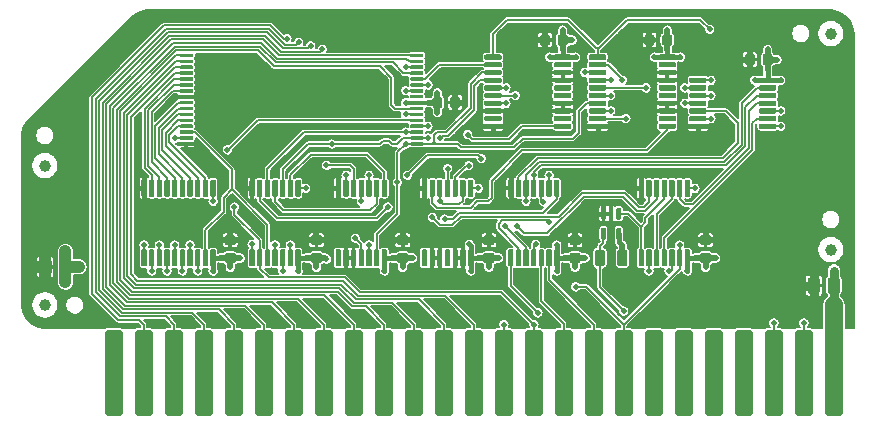
<source format=gtl>
G04 #@! TF.GenerationSoftware,KiCad,Pcbnew,(5.1.5-0-10_14)*
G04 #@! TF.CreationDate,2020-09-30T01:12:27-04:00*
G04 #@! TF.ProjectId,RAM128,52414d31-3238-42e6-9b69-6361645f7063,rev?*
G04 #@! TF.SameCoordinates,Original*
G04 #@! TF.FileFunction,Copper,L1,Top*
G04 #@! TF.FilePolarity,Positive*
%FSLAX46Y46*%
G04 Gerber Fmt 4.6, Leading zero omitted, Abs format (unit mm)*
G04 Created by KiCad (PCBNEW (5.1.5-0-10_14)) date 2020-09-30 01:12:27*
%MOMM*%
%LPD*%
G04 APERTURE LIST*
%ADD10C,0.100000*%
%ADD11C,1.000000*%
%ADD12C,2.000000*%
%ADD13C,1.524000*%
%ADD14C,0.600000*%
%ADD15C,0.500000*%
%ADD16C,0.800000*%
%ADD17C,1.524000*%
%ADD18C,0.762000*%
%ADD19C,0.450000*%
%ADD20C,0.500000*%
%ADD21C,0.400000*%
%ADD22C,0.300000*%
%ADD23C,0.150000*%
%ADD24C,1.000000*%
%ADD25C,0.152400*%
G04 APERTURE END LIST*
G04 #@! TA.AperFunction,SMDPad,CuDef*
D10*
G36*
X135748229Y-127190264D02*
G01*
X135773711Y-127194044D01*
X135798700Y-127200303D01*
X135822954Y-127208982D01*
X135846242Y-127219996D01*
X135868337Y-127233239D01*
X135889028Y-127248585D01*
X135908116Y-127265884D01*
X135925415Y-127284972D01*
X135940761Y-127305663D01*
X135954004Y-127327758D01*
X135965018Y-127351046D01*
X135973697Y-127375300D01*
X135979956Y-127400289D01*
X135983736Y-127425771D01*
X135985000Y-127451500D01*
X135985000Y-128326500D01*
X135983736Y-128352229D01*
X135979956Y-128377711D01*
X135973697Y-128402700D01*
X135965018Y-128426954D01*
X135954004Y-128450242D01*
X135940761Y-128472337D01*
X135925415Y-128493028D01*
X135908116Y-128512116D01*
X135889028Y-128529415D01*
X135868337Y-128544761D01*
X135846242Y-128558004D01*
X135822954Y-128569018D01*
X135798700Y-128577697D01*
X135773711Y-128583956D01*
X135748229Y-128587736D01*
X135722500Y-128589000D01*
X135197500Y-128589000D01*
X135171771Y-128587736D01*
X135146289Y-128583956D01*
X135121300Y-128577697D01*
X135097046Y-128569018D01*
X135073758Y-128558004D01*
X135051663Y-128544761D01*
X135030972Y-128529415D01*
X135011884Y-128512116D01*
X134994585Y-128493028D01*
X134979239Y-128472337D01*
X134965996Y-128450242D01*
X134954982Y-128426954D01*
X134946303Y-128402700D01*
X134940044Y-128377711D01*
X134936264Y-128352229D01*
X134935000Y-128326500D01*
X134935000Y-127451500D01*
X134936264Y-127425771D01*
X134940044Y-127400289D01*
X134946303Y-127375300D01*
X134954982Y-127351046D01*
X134965996Y-127327758D01*
X134979239Y-127305663D01*
X134994585Y-127284972D01*
X135011884Y-127265884D01*
X135030972Y-127248585D01*
X135051663Y-127233239D01*
X135073758Y-127219996D01*
X135097046Y-127208982D01*
X135121300Y-127200303D01*
X135146289Y-127194044D01*
X135171771Y-127190264D01*
X135197500Y-127189000D01*
X135722500Y-127189000D01*
X135748229Y-127190264D01*
G37*
G04 #@! TD.AperFunction*
G04 #@! TA.AperFunction,SMDPad,CuDef*
G36*
X137448229Y-127190264D02*
G01*
X137473711Y-127194044D01*
X137498700Y-127200303D01*
X137522954Y-127208982D01*
X137546242Y-127219996D01*
X137568337Y-127233239D01*
X137589028Y-127248585D01*
X137608116Y-127265884D01*
X137625415Y-127284972D01*
X137640761Y-127305663D01*
X137654004Y-127327758D01*
X137665018Y-127351046D01*
X137673697Y-127375300D01*
X137679956Y-127400289D01*
X137683736Y-127425771D01*
X137685000Y-127451500D01*
X137685000Y-128326500D01*
X137683736Y-128352229D01*
X137679956Y-128377711D01*
X137673697Y-128402700D01*
X137665018Y-128426954D01*
X137654004Y-128450242D01*
X137640761Y-128472337D01*
X137625415Y-128493028D01*
X137608116Y-128512116D01*
X137589028Y-128529415D01*
X137568337Y-128544761D01*
X137546242Y-128558004D01*
X137522954Y-128569018D01*
X137498700Y-128577697D01*
X137473711Y-128583956D01*
X137448229Y-128587736D01*
X137422500Y-128589000D01*
X136897500Y-128589000D01*
X136871771Y-128587736D01*
X136846289Y-128583956D01*
X136821300Y-128577697D01*
X136797046Y-128569018D01*
X136773758Y-128558004D01*
X136751663Y-128544761D01*
X136730972Y-128529415D01*
X136711884Y-128512116D01*
X136694585Y-128493028D01*
X136679239Y-128472337D01*
X136665996Y-128450242D01*
X136654982Y-128426954D01*
X136646303Y-128402700D01*
X136640044Y-128377711D01*
X136636264Y-128352229D01*
X136635000Y-128326500D01*
X136635000Y-127451500D01*
X136636264Y-127425771D01*
X136640044Y-127400289D01*
X136646303Y-127375300D01*
X136654982Y-127351046D01*
X136665996Y-127327758D01*
X136679239Y-127305663D01*
X136694585Y-127284972D01*
X136711884Y-127265884D01*
X136730972Y-127248585D01*
X136751663Y-127233239D01*
X136773758Y-127219996D01*
X136797046Y-127208982D01*
X136821300Y-127200303D01*
X136846289Y-127194044D01*
X136871771Y-127190264D01*
X136897500Y-127189000D01*
X137422500Y-127189000D01*
X137448229Y-127190264D01*
G37*
G04 #@! TD.AperFunction*
G04 #@! TA.AperFunction,SMDPad,CuDef*
G36*
X70688229Y-125601264D02*
G01*
X70713711Y-125605044D01*
X70738700Y-125611303D01*
X70762954Y-125619982D01*
X70786242Y-125630996D01*
X70808337Y-125644239D01*
X70829028Y-125659585D01*
X70848116Y-125676884D01*
X70865415Y-125695972D01*
X70880761Y-125716663D01*
X70894004Y-125738758D01*
X70905018Y-125762046D01*
X70913697Y-125786300D01*
X70919956Y-125811289D01*
X70923736Y-125836771D01*
X70925000Y-125862500D01*
X70925000Y-126737500D01*
X70923736Y-126763229D01*
X70919956Y-126788711D01*
X70913697Y-126813700D01*
X70905018Y-126837954D01*
X70894004Y-126861242D01*
X70880761Y-126883337D01*
X70865415Y-126904028D01*
X70848116Y-126923116D01*
X70829028Y-126940415D01*
X70808337Y-126955761D01*
X70786242Y-126969004D01*
X70762954Y-126980018D01*
X70738700Y-126988697D01*
X70713711Y-126994956D01*
X70688229Y-126998736D01*
X70662500Y-127000000D01*
X70137500Y-127000000D01*
X70111771Y-126998736D01*
X70086289Y-126994956D01*
X70061300Y-126988697D01*
X70037046Y-126980018D01*
X70013758Y-126969004D01*
X69991663Y-126955761D01*
X69970972Y-126940415D01*
X69951884Y-126923116D01*
X69934585Y-126904028D01*
X69919239Y-126883337D01*
X69905996Y-126861242D01*
X69894982Y-126837954D01*
X69886303Y-126813700D01*
X69880044Y-126788711D01*
X69876264Y-126763229D01*
X69875000Y-126737500D01*
X69875000Y-125862500D01*
X69876264Y-125836771D01*
X69880044Y-125811289D01*
X69886303Y-125786300D01*
X69894982Y-125762046D01*
X69905996Y-125738758D01*
X69919239Y-125716663D01*
X69934585Y-125695972D01*
X69951884Y-125676884D01*
X69970972Y-125659585D01*
X69991663Y-125644239D01*
X70013758Y-125630996D01*
X70037046Y-125619982D01*
X70061300Y-125611303D01*
X70086289Y-125605044D01*
X70111771Y-125601264D01*
X70137500Y-125600000D01*
X70662500Y-125600000D01*
X70688229Y-125601264D01*
G37*
G04 #@! TD.AperFunction*
G04 #@! TA.AperFunction,SMDPad,CuDef*
G36*
X72388229Y-125601264D02*
G01*
X72413711Y-125605044D01*
X72438700Y-125611303D01*
X72462954Y-125619982D01*
X72486242Y-125630996D01*
X72508337Y-125644239D01*
X72529028Y-125659585D01*
X72548116Y-125676884D01*
X72565415Y-125695972D01*
X72580761Y-125716663D01*
X72594004Y-125738758D01*
X72605018Y-125762046D01*
X72613697Y-125786300D01*
X72619956Y-125811289D01*
X72623736Y-125836771D01*
X72625000Y-125862500D01*
X72625000Y-126737500D01*
X72623736Y-126763229D01*
X72619956Y-126788711D01*
X72613697Y-126813700D01*
X72605018Y-126837954D01*
X72594004Y-126861242D01*
X72580761Y-126883337D01*
X72565415Y-126904028D01*
X72548116Y-126923116D01*
X72529028Y-126940415D01*
X72508337Y-126955761D01*
X72486242Y-126969004D01*
X72462954Y-126980018D01*
X72438700Y-126988697D01*
X72413711Y-126994956D01*
X72388229Y-126998736D01*
X72362500Y-127000000D01*
X71837500Y-127000000D01*
X71811771Y-126998736D01*
X71786289Y-126994956D01*
X71761300Y-126988697D01*
X71737046Y-126980018D01*
X71713758Y-126969004D01*
X71691663Y-126955761D01*
X71670972Y-126940415D01*
X71651884Y-126923116D01*
X71634585Y-126904028D01*
X71619239Y-126883337D01*
X71605996Y-126861242D01*
X71594982Y-126837954D01*
X71586303Y-126813700D01*
X71580044Y-126788711D01*
X71576264Y-126763229D01*
X71575000Y-126737500D01*
X71575000Y-125862500D01*
X71576264Y-125836771D01*
X71580044Y-125811289D01*
X71586303Y-125786300D01*
X71594982Y-125762046D01*
X71605996Y-125738758D01*
X71619239Y-125716663D01*
X71634585Y-125695972D01*
X71651884Y-125676884D01*
X71670972Y-125659585D01*
X71691663Y-125644239D01*
X71713758Y-125630996D01*
X71737046Y-125619982D01*
X71761300Y-125611303D01*
X71786289Y-125605044D01*
X71811771Y-125601264D01*
X71837500Y-125600000D01*
X72362500Y-125600000D01*
X72388229Y-125601264D01*
G37*
G04 #@! TD.AperFunction*
G04 #@! TA.AperFunction,SMDPad,CuDef*
G36*
X117583329Y-124851023D02*
G01*
X117603957Y-124854083D01*
X117624185Y-124859150D01*
X117643820Y-124866176D01*
X117662672Y-124875092D01*
X117680559Y-124885813D01*
X117697309Y-124898235D01*
X117712760Y-124912240D01*
X117726765Y-124927691D01*
X117739187Y-124944441D01*
X117749908Y-124962328D01*
X117758824Y-124981180D01*
X117765850Y-125000815D01*
X117770917Y-125021043D01*
X117773977Y-125041671D01*
X117775000Y-125062500D01*
X117775000Y-126037500D01*
X117773977Y-126058329D01*
X117770917Y-126078957D01*
X117765850Y-126099185D01*
X117758824Y-126118820D01*
X117749908Y-126137672D01*
X117739187Y-126155559D01*
X117726765Y-126172309D01*
X117712760Y-126187760D01*
X117697309Y-126201765D01*
X117680559Y-126214187D01*
X117662672Y-126224908D01*
X117643820Y-126233824D01*
X117624185Y-126240850D01*
X117603957Y-126245917D01*
X117583329Y-126248977D01*
X117562500Y-126250000D01*
X117137500Y-126250000D01*
X117116671Y-126248977D01*
X117096043Y-126245917D01*
X117075815Y-126240850D01*
X117056180Y-126233824D01*
X117037328Y-126224908D01*
X117019441Y-126214187D01*
X117002691Y-126201765D01*
X116987240Y-126187760D01*
X116973235Y-126172309D01*
X116960813Y-126155559D01*
X116950092Y-126137672D01*
X116941176Y-126118820D01*
X116934150Y-126099185D01*
X116929083Y-126078957D01*
X116926023Y-126058329D01*
X116925000Y-126037500D01*
X116925000Y-125062500D01*
X116926023Y-125041671D01*
X116929083Y-125021043D01*
X116934150Y-125000815D01*
X116941176Y-124981180D01*
X116950092Y-124962328D01*
X116960813Y-124944441D01*
X116973235Y-124927691D01*
X116987240Y-124912240D01*
X117002691Y-124898235D01*
X117019441Y-124885813D01*
X117037328Y-124875092D01*
X117056180Y-124866176D01*
X117075815Y-124859150D01*
X117096043Y-124854083D01*
X117116671Y-124851023D01*
X117137500Y-124850000D01*
X117562500Y-124850000D01*
X117583329Y-124851023D01*
G37*
G04 #@! TD.AperFunction*
G04 #@! TA.AperFunction,SMDPad,CuDef*
G36*
X119483329Y-124851023D02*
G01*
X119503957Y-124854083D01*
X119524185Y-124859150D01*
X119543820Y-124866176D01*
X119562672Y-124875092D01*
X119580559Y-124885813D01*
X119597309Y-124898235D01*
X119612760Y-124912240D01*
X119626765Y-124927691D01*
X119639187Y-124944441D01*
X119649908Y-124962328D01*
X119658824Y-124981180D01*
X119665850Y-125000815D01*
X119670917Y-125021043D01*
X119673977Y-125041671D01*
X119675000Y-125062500D01*
X119675000Y-126037500D01*
X119673977Y-126058329D01*
X119670917Y-126078957D01*
X119665850Y-126099185D01*
X119658824Y-126118820D01*
X119649908Y-126137672D01*
X119639187Y-126155559D01*
X119626765Y-126172309D01*
X119612760Y-126187760D01*
X119597309Y-126201765D01*
X119580559Y-126214187D01*
X119562672Y-126224908D01*
X119543820Y-126233824D01*
X119524185Y-126240850D01*
X119503957Y-126245917D01*
X119483329Y-126248977D01*
X119462500Y-126250000D01*
X119037500Y-126250000D01*
X119016671Y-126248977D01*
X118996043Y-126245917D01*
X118975815Y-126240850D01*
X118956180Y-126233824D01*
X118937328Y-126224908D01*
X118919441Y-126214187D01*
X118902691Y-126201765D01*
X118887240Y-126187760D01*
X118873235Y-126172309D01*
X118860813Y-126155559D01*
X118850092Y-126137672D01*
X118841176Y-126118820D01*
X118834150Y-126099185D01*
X118829083Y-126078957D01*
X118826023Y-126058329D01*
X118825000Y-126037500D01*
X118825000Y-125062500D01*
X118826023Y-125041671D01*
X118829083Y-125021043D01*
X118834150Y-125000815D01*
X118841176Y-124981180D01*
X118850092Y-124962328D01*
X118860813Y-124944441D01*
X118873235Y-124927691D01*
X118887240Y-124912240D01*
X118902691Y-124898235D01*
X118919441Y-124885813D01*
X118937328Y-124875092D01*
X118956180Y-124866176D01*
X118975815Y-124859150D01*
X118996043Y-124854083D01*
X119016671Y-124851023D01*
X119037500Y-124850000D01*
X119462500Y-124850000D01*
X119483329Y-124851023D01*
G37*
G04 #@! TD.AperFunction*
G04 #@! TA.AperFunction,SMDPad,CuDef*
G36*
X119059802Y-123000482D02*
G01*
X119069509Y-123001921D01*
X119079028Y-123004306D01*
X119088268Y-123007612D01*
X119097140Y-123011808D01*
X119105557Y-123016853D01*
X119113439Y-123022699D01*
X119120711Y-123029289D01*
X119127301Y-123036561D01*
X119133147Y-123044443D01*
X119138192Y-123052860D01*
X119142388Y-123061732D01*
X119145694Y-123070972D01*
X119148079Y-123080491D01*
X119149518Y-123090198D01*
X119150000Y-123100000D01*
X119150000Y-123900000D01*
X119149518Y-123909802D01*
X119148079Y-123919509D01*
X119145694Y-123929028D01*
X119142388Y-123938268D01*
X119138192Y-123947140D01*
X119133147Y-123955557D01*
X119127301Y-123963439D01*
X119120711Y-123970711D01*
X119113439Y-123977301D01*
X119105557Y-123983147D01*
X119097140Y-123988192D01*
X119088268Y-123992388D01*
X119079028Y-123995694D01*
X119069509Y-123998079D01*
X119059802Y-123999518D01*
X119050000Y-124000000D01*
X118850000Y-124000000D01*
X118840198Y-123999518D01*
X118830491Y-123998079D01*
X118820972Y-123995694D01*
X118811732Y-123992388D01*
X118802860Y-123988192D01*
X118794443Y-123983147D01*
X118786561Y-123977301D01*
X118779289Y-123970711D01*
X118772699Y-123963439D01*
X118766853Y-123955557D01*
X118761808Y-123947140D01*
X118757612Y-123938268D01*
X118754306Y-123929028D01*
X118751921Y-123919509D01*
X118750482Y-123909802D01*
X118750000Y-123900000D01*
X118750000Y-123100000D01*
X118750482Y-123090198D01*
X118751921Y-123080491D01*
X118754306Y-123070972D01*
X118757612Y-123061732D01*
X118761808Y-123052860D01*
X118766853Y-123044443D01*
X118772699Y-123036561D01*
X118779289Y-123029289D01*
X118786561Y-123022699D01*
X118794443Y-123016853D01*
X118802860Y-123011808D01*
X118811732Y-123007612D01*
X118820972Y-123004306D01*
X118830491Y-123001921D01*
X118840198Y-123000482D01*
X118850000Y-123000000D01*
X119050000Y-123000000D01*
X119059802Y-123000482D01*
G37*
G04 #@! TD.AperFunction*
G04 #@! TA.AperFunction,SMDPad,CuDef*
G36*
X117759802Y-123000482D02*
G01*
X117769509Y-123001921D01*
X117779028Y-123004306D01*
X117788268Y-123007612D01*
X117797140Y-123011808D01*
X117805557Y-123016853D01*
X117813439Y-123022699D01*
X117820711Y-123029289D01*
X117827301Y-123036561D01*
X117833147Y-123044443D01*
X117838192Y-123052860D01*
X117842388Y-123061732D01*
X117845694Y-123070972D01*
X117848079Y-123080491D01*
X117849518Y-123090198D01*
X117850000Y-123100000D01*
X117850000Y-123900000D01*
X117849518Y-123909802D01*
X117848079Y-123919509D01*
X117845694Y-123929028D01*
X117842388Y-123938268D01*
X117838192Y-123947140D01*
X117833147Y-123955557D01*
X117827301Y-123963439D01*
X117820711Y-123970711D01*
X117813439Y-123977301D01*
X117805557Y-123983147D01*
X117797140Y-123988192D01*
X117788268Y-123992388D01*
X117779028Y-123995694D01*
X117769509Y-123998079D01*
X117759802Y-123999518D01*
X117750000Y-124000000D01*
X117550000Y-124000000D01*
X117540198Y-123999518D01*
X117530491Y-123998079D01*
X117520972Y-123995694D01*
X117511732Y-123992388D01*
X117502860Y-123988192D01*
X117494443Y-123983147D01*
X117486561Y-123977301D01*
X117479289Y-123970711D01*
X117472699Y-123963439D01*
X117466853Y-123955557D01*
X117461808Y-123947140D01*
X117457612Y-123938268D01*
X117454306Y-123929028D01*
X117451921Y-123919509D01*
X117450482Y-123909802D01*
X117450000Y-123900000D01*
X117450000Y-123100000D01*
X117450482Y-123090198D01*
X117451921Y-123080491D01*
X117454306Y-123070972D01*
X117457612Y-123061732D01*
X117461808Y-123052860D01*
X117466853Y-123044443D01*
X117472699Y-123036561D01*
X117479289Y-123029289D01*
X117486561Y-123022699D01*
X117494443Y-123016853D01*
X117502860Y-123011808D01*
X117511732Y-123007612D01*
X117520972Y-123004306D01*
X117530491Y-123001921D01*
X117540198Y-123000482D01*
X117550000Y-123000000D01*
X117750000Y-123000000D01*
X117759802Y-123000482D01*
G37*
G04 #@! TD.AperFunction*
G04 #@! TA.AperFunction,SMDPad,CuDef*
G36*
X118409802Y-121300482D02*
G01*
X118419509Y-121301921D01*
X118429028Y-121304306D01*
X118438268Y-121307612D01*
X118447140Y-121311808D01*
X118455557Y-121316853D01*
X118463439Y-121322699D01*
X118470711Y-121329289D01*
X118477301Y-121336561D01*
X118483147Y-121344443D01*
X118488192Y-121352860D01*
X118492388Y-121361732D01*
X118495694Y-121370972D01*
X118498079Y-121380491D01*
X118499518Y-121390198D01*
X118500000Y-121400000D01*
X118500000Y-122200000D01*
X118499518Y-122209802D01*
X118498079Y-122219509D01*
X118495694Y-122229028D01*
X118492388Y-122238268D01*
X118488192Y-122247140D01*
X118483147Y-122255557D01*
X118477301Y-122263439D01*
X118470711Y-122270711D01*
X118463439Y-122277301D01*
X118455557Y-122283147D01*
X118447140Y-122288192D01*
X118438268Y-122292388D01*
X118429028Y-122295694D01*
X118419509Y-122298079D01*
X118409802Y-122299518D01*
X118400000Y-122300000D01*
X118200000Y-122300000D01*
X118190198Y-122299518D01*
X118180491Y-122298079D01*
X118170972Y-122295694D01*
X118161732Y-122292388D01*
X118152860Y-122288192D01*
X118144443Y-122283147D01*
X118136561Y-122277301D01*
X118129289Y-122270711D01*
X118122699Y-122263439D01*
X118116853Y-122255557D01*
X118111808Y-122247140D01*
X118107612Y-122238268D01*
X118104306Y-122229028D01*
X118101921Y-122219509D01*
X118100482Y-122209802D01*
X118100000Y-122200000D01*
X118100000Y-121400000D01*
X118100482Y-121390198D01*
X118101921Y-121380491D01*
X118104306Y-121370972D01*
X118107612Y-121361732D01*
X118111808Y-121352860D01*
X118116853Y-121344443D01*
X118122699Y-121336561D01*
X118129289Y-121329289D01*
X118136561Y-121322699D01*
X118144443Y-121316853D01*
X118152860Y-121311808D01*
X118161732Y-121307612D01*
X118170972Y-121304306D01*
X118180491Y-121301921D01*
X118190198Y-121300482D01*
X118200000Y-121300000D01*
X118400000Y-121300000D01*
X118409802Y-121300482D01*
G37*
G04 #@! TD.AperFunction*
G04 #@! TA.AperFunction,SMDPad,CuDef*
G36*
X119059802Y-121300482D02*
G01*
X119069509Y-121301921D01*
X119079028Y-121304306D01*
X119088268Y-121307612D01*
X119097140Y-121311808D01*
X119105557Y-121316853D01*
X119113439Y-121322699D01*
X119120711Y-121329289D01*
X119127301Y-121336561D01*
X119133147Y-121344443D01*
X119138192Y-121352860D01*
X119142388Y-121361732D01*
X119145694Y-121370972D01*
X119148079Y-121380491D01*
X119149518Y-121390198D01*
X119150000Y-121400000D01*
X119150000Y-122200000D01*
X119149518Y-122209802D01*
X119148079Y-122219509D01*
X119145694Y-122229028D01*
X119142388Y-122238268D01*
X119138192Y-122247140D01*
X119133147Y-122255557D01*
X119127301Y-122263439D01*
X119120711Y-122270711D01*
X119113439Y-122277301D01*
X119105557Y-122283147D01*
X119097140Y-122288192D01*
X119088268Y-122292388D01*
X119079028Y-122295694D01*
X119069509Y-122298079D01*
X119059802Y-122299518D01*
X119050000Y-122300000D01*
X118850000Y-122300000D01*
X118840198Y-122299518D01*
X118830491Y-122298079D01*
X118820972Y-122295694D01*
X118811732Y-122292388D01*
X118802860Y-122288192D01*
X118794443Y-122283147D01*
X118786561Y-122277301D01*
X118779289Y-122270711D01*
X118772699Y-122263439D01*
X118766853Y-122255557D01*
X118761808Y-122247140D01*
X118757612Y-122238268D01*
X118754306Y-122229028D01*
X118751921Y-122219509D01*
X118750482Y-122209802D01*
X118750000Y-122200000D01*
X118750000Y-121400000D01*
X118750482Y-121390198D01*
X118751921Y-121380491D01*
X118754306Y-121370972D01*
X118757612Y-121361732D01*
X118761808Y-121352860D01*
X118766853Y-121344443D01*
X118772699Y-121336561D01*
X118779289Y-121329289D01*
X118786561Y-121322699D01*
X118794443Y-121316853D01*
X118802860Y-121311808D01*
X118811732Y-121307612D01*
X118820972Y-121304306D01*
X118830491Y-121301921D01*
X118840198Y-121300482D01*
X118850000Y-121300000D01*
X119050000Y-121300000D01*
X119059802Y-121300482D01*
G37*
G04 #@! TD.AperFunction*
G04 #@! TA.AperFunction,SMDPad,CuDef*
G36*
X117759802Y-121300482D02*
G01*
X117769509Y-121301921D01*
X117779028Y-121304306D01*
X117788268Y-121307612D01*
X117797140Y-121311808D01*
X117805557Y-121316853D01*
X117813439Y-121322699D01*
X117820711Y-121329289D01*
X117827301Y-121336561D01*
X117833147Y-121344443D01*
X117838192Y-121352860D01*
X117842388Y-121361732D01*
X117845694Y-121370972D01*
X117848079Y-121380491D01*
X117849518Y-121390198D01*
X117850000Y-121400000D01*
X117850000Y-122200000D01*
X117849518Y-122209802D01*
X117848079Y-122219509D01*
X117845694Y-122229028D01*
X117842388Y-122238268D01*
X117838192Y-122247140D01*
X117833147Y-122255557D01*
X117827301Y-122263439D01*
X117820711Y-122270711D01*
X117813439Y-122277301D01*
X117805557Y-122283147D01*
X117797140Y-122288192D01*
X117788268Y-122292388D01*
X117779028Y-122295694D01*
X117769509Y-122298079D01*
X117759802Y-122299518D01*
X117750000Y-122300000D01*
X117550000Y-122300000D01*
X117540198Y-122299518D01*
X117530491Y-122298079D01*
X117520972Y-122295694D01*
X117511732Y-122292388D01*
X117502860Y-122288192D01*
X117494443Y-122283147D01*
X117486561Y-122277301D01*
X117479289Y-122270711D01*
X117472699Y-122263439D01*
X117466853Y-122255557D01*
X117461808Y-122247140D01*
X117457612Y-122238268D01*
X117454306Y-122229028D01*
X117451921Y-122219509D01*
X117450482Y-122209802D01*
X117450000Y-122200000D01*
X117450000Y-121400000D01*
X117450482Y-121390198D01*
X117451921Y-121380491D01*
X117454306Y-121370972D01*
X117457612Y-121361732D01*
X117461808Y-121352860D01*
X117466853Y-121344443D01*
X117472699Y-121336561D01*
X117479289Y-121329289D01*
X117486561Y-121322699D01*
X117494443Y-121316853D01*
X117502860Y-121311808D01*
X117511732Y-121307612D01*
X117520972Y-121304306D01*
X117530491Y-121301921D01*
X117540198Y-121300482D01*
X117550000Y-121300000D01*
X117750000Y-121300000D01*
X117759802Y-121300482D01*
G37*
G04 #@! TD.AperFunction*
G04 #@! TA.AperFunction,SMDPad,CuDef*
G36*
X106523527Y-124825542D02*
G01*
X106534448Y-124827162D01*
X106545157Y-124829844D01*
X106555552Y-124833564D01*
X106565532Y-124838284D01*
X106575002Y-124843960D01*
X106583869Y-124850536D01*
X106592050Y-124857950D01*
X106599464Y-124866131D01*
X106606040Y-124874998D01*
X106611716Y-124884468D01*
X106616436Y-124894448D01*
X106620156Y-124904843D01*
X106622838Y-124915552D01*
X106624458Y-124926473D01*
X106625000Y-124937500D01*
X106625000Y-126162500D01*
X106624458Y-126173527D01*
X106622838Y-126184448D01*
X106620156Y-126195157D01*
X106616436Y-126205552D01*
X106611716Y-126215532D01*
X106606040Y-126225002D01*
X106599464Y-126233869D01*
X106592050Y-126242050D01*
X106583869Y-126249464D01*
X106575002Y-126256040D01*
X106565532Y-126261716D01*
X106555552Y-126266436D01*
X106545157Y-126270156D01*
X106534448Y-126272838D01*
X106523527Y-126274458D01*
X106512500Y-126275000D01*
X106287500Y-126275000D01*
X106276473Y-126274458D01*
X106265552Y-126272838D01*
X106254843Y-126270156D01*
X106244448Y-126266436D01*
X106234468Y-126261716D01*
X106224998Y-126256040D01*
X106216131Y-126249464D01*
X106207950Y-126242050D01*
X106200536Y-126233869D01*
X106193960Y-126225002D01*
X106188284Y-126215532D01*
X106183564Y-126205552D01*
X106179844Y-126195157D01*
X106177162Y-126184448D01*
X106175542Y-126173527D01*
X106175000Y-126162500D01*
X106175000Y-124937500D01*
X106175542Y-124926473D01*
X106177162Y-124915552D01*
X106179844Y-124904843D01*
X106183564Y-124894448D01*
X106188284Y-124884468D01*
X106193960Y-124874998D01*
X106200536Y-124866131D01*
X106207950Y-124857950D01*
X106216131Y-124850536D01*
X106224998Y-124843960D01*
X106234468Y-124838284D01*
X106244448Y-124833564D01*
X106254843Y-124829844D01*
X106265552Y-124827162D01*
X106276473Y-124825542D01*
X106287500Y-124825000D01*
X106512500Y-124825000D01*
X106523527Y-124825542D01*
G37*
G04 #@! TD.AperFunction*
G04 #@! TA.AperFunction,SMDPad,CuDef*
G36*
X105873527Y-124825542D02*
G01*
X105884448Y-124827162D01*
X105895157Y-124829844D01*
X105905552Y-124833564D01*
X105915532Y-124838284D01*
X105925002Y-124843960D01*
X105933869Y-124850536D01*
X105942050Y-124857950D01*
X105949464Y-124866131D01*
X105956040Y-124874998D01*
X105961716Y-124884468D01*
X105966436Y-124894448D01*
X105970156Y-124904843D01*
X105972838Y-124915552D01*
X105974458Y-124926473D01*
X105975000Y-124937500D01*
X105975000Y-126162500D01*
X105974458Y-126173527D01*
X105972838Y-126184448D01*
X105970156Y-126195157D01*
X105966436Y-126205552D01*
X105961716Y-126215532D01*
X105956040Y-126225002D01*
X105949464Y-126233869D01*
X105942050Y-126242050D01*
X105933869Y-126249464D01*
X105925002Y-126256040D01*
X105915532Y-126261716D01*
X105905552Y-126266436D01*
X105895157Y-126270156D01*
X105884448Y-126272838D01*
X105873527Y-126274458D01*
X105862500Y-126275000D01*
X105637500Y-126275000D01*
X105626473Y-126274458D01*
X105615552Y-126272838D01*
X105604843Y-126270156D01*
X105594448Y-126266436D01*
X105584468Y-126261716D01*
X105574998Y-126256040D01*
X105566131Y-126249464D01*
X105557950Y-126242050D01*
X105550536Y-126233869D01*
X105543960Y-126225002D01*
X105538284Y-126215532D01*
X105533564Y-126205552D01*
X105529844Y-126195157D01*
X105527162Y-126184448D01*
X105525542Y-126173527D01*
X105525000Y-126162500D01*
X105525000Y-124937500D01*
X105525542Y-124926473D01*
X105527162Y-124915552D01*
X105529844Y-124904843D01*
X105533564Y-124894448D01*
X105538284Y-124884468D01*
X105543960Y-124874998D01*
X105550536Y-124866131D01*
X105557950Y-124857950D01*
X105566131Y-124850536D01*
X105574998Y-124843960D01*
X105584468Y-124838284D01*
X105594448Y-124833564D01*
X105604843Y-124829844D01*
X105615552Y-124827162D01*
X105626473Y-124825542D01*
X105637500Y-124825000D01*
X105862500Y-124825000D01*
X105873527Y-124825542D01*
G37*
G04 #@! TD.AperFunction*
G04 #@! TA.AperFunction,SMDPad,CuDef*
G36*
X105223527Y-124825542D02*
G01*
X105234448Y-124827162D01*
X105245157Y-124829844D01*
X105255552Y-124833564D01*
X105265532Y-124838284D01*
X105275002Y-124843960D01*
X105283869Y-124850536D01*
X105292050Y-124857950D01*
X105299464Y-124866131D01*
X105306040Y-124874998D01*
X105311716Y-124884468D01*
X105316436Y-124894448D01*
X105320156Y-124904843D01*
X105322838Y-124915552D01*
X105324458Y-124926473D01*
X105325000Y-124937500D01*
X105325000Y-126162500D01*
X105324458Y-126173527D01*
X105322838Y-126184448D01*
X105320156Y-126195157D01*
X105316436Y-126205552D01*
X105311716Y-126215532D01*
X105306040Y-126225002D01*
X105299464Y-126233869D01*
X105292050Y-126242050D01*
X105283869Y-126249464D01*
X105275002Y-126256040D01*
X105265532Y-126261716D01*
X105255552Y-126266436D01*
X105245157Y-126270156D01*
X105234448Y-126272838D01*
X105223527Y-126274458D01*
X105212500Y-126275000D01*
X104987500Y-126275000D01*
X104976473Y-126274458D01*
X104965552Y-126272838D01*
X104954843Y-126270156D01*
X104944448Y-126266436D01*
X104934468Y-126261716D01*
X104924998Y-126256040D01*
X104916131Y-126249464D01*
X104907950Y-126242050D01*
X104900536Y-126233869D01*
X104893960Y-126225002D01*
X104888284Y-126215532D01*
X104883564Y-126205552D01*
X104879844Y-126195157D01*
X104877162Y-126184448D01*
X104875542Y-126173527D01*
X104875000Y-126162500D01*
X104875000Y-124937500D01*
X104875542Y-124926473D01*
X104877162Y-124915552D01*
X104879844Y-124904843D01*
X104883564Y-124894448D01*
X104888284Y-124884468D01*
X104893960Y-124874998D01*
X104900536Y-124866131D01*
X104907950Y-124857950D01*
X104916131Y-124850536D01*
X104924998Y-124843960D01*
X104934468Y-124838284D01*
X104944448Y-124833564D01*
X104954843Y-124829844D01*
X104965552Y-124827162D01*
X104976473Y-124825542D01*
X104987500Y-124825000D01*
X105212500Y-124825000D01*
X105223527Y-124825542D01*
G37*
G04 #@! TD.AperFunction*
G04 #@! TA.AperFunction,SMDPad,CuDef*
G36*
X104573527Y-124825542D02*
G01*
X104584448Y-124827162D01*
X104595157Y-124829844D01*
X104605552Y-124833564D01*
X104615532Y-124838284D01*
X104625002Y-124843960D01*
X104633869Y-124850536D01*
X104642050Y-124857950D01*
X104649464Y-124866131D01*
X104656040Y-124874998D01*
X104661716Y-124884468D01*
X104666436Y-124894448D01*
X104670156Y-124904843D01*
X104672838Y-124915552D01*
X104674458Y-124926473D01*
X104675000Y-124937500D01*
X104675000Y-126162500D01*
X104674458Y-126173527D01*
X104672838Y-126184448D01*
X104670156Y-126195157D01*
X104666436Y-126205552D01*
X104661716Y-126215532D01*
X104656040Y-126225002D01*
X104649464Y-126233869D01*
X104642050Y-126242050D01*
X104633869Y-126249464D01*
X104625002Y-126256040D01*
X104615532Y-126261716D01*
X104605552Y-126266436D01*
X104595157Y-126270156D01*
X104584448Y-126272838D01*
X104573527Y-126274458D01*
X104562500Y-126275000D01*
X104337500Y-126275000D01*
X104326473Y-126274458D01*
X104315552Y-126272838D01*
X104304843Y-126270156D01*
X104294448Y-126266436D01*
X104284468Y-126261716D01*
X104274998Y-126256040D01*
X104266131Y-126249464D01*
X104257950Y-126242050D01*
X104250536Y-126233869D01*
X104243960Y-126225002D01*
X104238284Y-126215532D01*
X104233564Y-126205552D01*
X104229844Y-126195157D01*
X104227162Y-126184448D01*
X104225542Y-126173527D01*
X104225000Y-126162500D01*
X104225000Y-124937500D01*
X104225542Y-124926473D01*
X104227162Y-124915552D01*
X104229844Y-124904843D01*
X104233564Y-124894448D01*
X104238284Y-124884468D01*
X104243960Y-124874998D01*
X104250536Y-124866131D01*
X104257950Y-124857950D01*
X104266131Y-124850536D01*
X104274998Y-124843960D01*
X104284468Y-124838284D01*
X104294448Y-124833564D01*
X104304843Y-124829844D01*
X104315552Y-124827162D01*
X104326473Y-124825542D01*
X104337500Y-124825000D01*
X104562500Y-124825000D01*
X104573527Y-124825542D01*
G37*
G04 #@! TD.AperFunction*
G04 #@! TA.AperFunction,SMDPad,CuDef*
G36*
X103923527Y-124825542D02*
G01*
X103934448Y-124827162D01*
X103945157Y-124829844D01*
X103955552Y-124833564D01*
X103965532Y-124838284D01*
X103975002Y-124843960D01*
X103983869Y-124850536D01*
X103992050Y-124857950D01*
X103999464Y-124866131D01*
X104006040Y-124874998D01*
X104011716Y-124884468D01*
X104016436Y-124894448D01*
X104020156Y-124904843D01*
X104022838Y-124915552D01*
X104024458Y-124926473D01*
X104025000Y-124937500D01*
X104025000Y-126162500D01*
X104024458Y-126173527D01*
X104022838Y-126184448D01*
X104020156Y-126195157D01*
X104016436Y-126205552D01*
X104011716Y-126215532D01*
X104006040Y-126225002D01*
X103999464Y-126233869D01*
X103992050Y-126242050D01*
X103983869Y-126249464D01*
X103975002Y-126256040D01*
X103965532Y-126261716D01*
X103955552Y-126266436D01*
X103945157Y-126270156D01*
X103934448Y-126272838D01*
X103923527Y-126274458D01*
X103912500Y-126275000D01*
X103687500Y-126275000D01*
X103676473Y-126274458D01*
X103665552Y-126272838D01*
X103654843Y-126270156D01*
X103644448Y-126266436D01*
X103634468Y-126261716D01*
X103624998Y-126256040D01*
X103616131Y-126249464D01*
X103607950Y-126242050D01*
X103600536Y-126233869D01*
X103593960Y-126225002D01*
X103588284Y-126215532D01*
X103583564Y-126205552D01*
X103579844Y-126195157D01*
X103577162Y-126184448D01*
X103575542Y-126173527D01*
X103575000Y-126162500D01*
X103575000Y-124937500D01*
X103575542Y-124926473D01*
X103577162Y-124915552D01*
X103579844Y-124904843D01*
X103583564Y-124894448D01*
X103588284Y-124884468D01*
X103593960Y-124874998D01*
X103600536Y-124866131D01*
X103607950Y-124857950D01*
X103616131Y-124850536D01*
X103624998Y-124843960D01*
X103634468Y-124838284D01*
X103644448Y-124833564D01*
X103654843Y-124829844D01*
X103665552Y-124827162D01*
X103676473Y-124825542D01*
X103687500Y-124825000D01*
X103912500Y-124825000D01*
X103923527Y-124825542D01*
G37*
G04 #@! TD.AperFunction*
G04 #@! TA.AperFunction,SMDPad,CuDef*
G36*
X103273527Y-124825542D02*
G01*
X103284448Y-124827162D01*
X103295157Y-124829844D01*
X103305552Y-124833564D01*
X103315532Y-124838284D01*
X103325002Y-124843960D01*
X103333869Y-124850536D01*
X103342050Y-124857950D01*
X103349464Y-124866131D01*
X103356040Y-124874998D01*
X103361716Y-124884468D01*
X103366436Y-124894448D01*
X103370156Y-124904843D01*
X103372838Y-124915552D01*
X103374458Y-124926473D01*
X103375000Y-124937500D01*
X103375000Y-126162500D01*
X103374458Y-126173527D01*
X103372838Y-126184448D01*
X103370156Y-126195157D01*
X103366436Y-126205552D01*
X103361716Y-126215532D01*
X103356040Y-126225002D01*
X103349464Y-126233869D01*
X103342050Y-126242050D01*
X103333869Y-126249464D01*
X103325002Y-126256040D01*
X103315532Y-126261716D01*
X103305552Y-126266436D01*
X103295157Y-126270156D01*
X103284448Y-126272838D01*
X103273527Y-126274458D01*
X103262500Y-126275000D01*
X103037500Y-126275000D01*
X103026473Y-126274458D01*
X103015552Y-126272838D01*
X103004843Y-126270156D01*
X102994448Y-126266436D01*
X102984468Y-126261716D01*
X102974998Y-126256040D01*
X102966131Y-126249464D01*
X102957950Y-126242050D01*
X102950536Y-126233869D01*
X102943960Y-126225002D01*
X102938284Y-126215532D01*
X102933564Y-126205552D01*
X102929844Y-126195157D01*
X102927162Y-126184448D01*
X102925542Y-126173527D01*
X102925000Y-126162500D01*
X102925000Y-124937500D01*
X102925542Y-124926473D01*
X102927162Y-124915552D01*
X102929844Y-124904843D01*
X102933564Y-124894448D01*
X102938284Y-124884468D01*
X102943960Y-124874998D01*
X102950536Y-124866131D01*
X102957950Y-124857950D01*
X102966131Y-124850536D01*
X102974998Y-124843960D01*
X102984468Y-124838284D01*
X102994448Y-124833564D01*
X103004843Y-124829844D01*
X103015552Y-124827162D01*
X103026473Y-124825542D01*
X103037500Y-124825000D01*
X103262500Y-124825000D01*
X103273527Y-124825542D01*
G37*
G04 #@! TD.AperFunction*
G04 #@! TA.AperFunction,SMDPad,CuDef*
G36*
X102623527Y-124825542D02*
G01*
X102634448Y-124827162D01*
X102645157Y-124829844D01*
X102655552Y-124833564D01*
X102665532Y-124838284D01*
X102675002Y-124843960D01*
X102683869Y-124850536D01*
X102692050Y-124857950D01*
X102699464Y-124866131D01*
X102706040Y-124874998D01*
X102711716Y-124884468D01*
X102716436Y-124894448D01*
X102720156Y-124904843D01*
X102722838Y-124915552D01*
X102724458Y-124926473D01*
X102725000Y-124937500D01*
X102725000Y-126162500D01*
X102724458Y-126173527D01*
X102722838Y-126184448D01*
X102720156Y-126195157D01*
X102716436Y-126205552D01*
X102711716Y-126215532D01*
X102706040Y-126225002D01*
X102699464Y-126233869D01*
X102692050Y-126242050D01*
X102683869Y-126249464D01*
X102675002Y-126256040D01*
X102665532Y-126261716D01*
X102655552Y-126266436D01*
X102645157Y-126270156D01*
X102634448Y-126272838D01*
X102623527Y-126274458D01*
X102612500Y-126275000D01*
X102387500Y-126275000D01*
X102376473Y-126274458D01*
X102365552Y-126272838D01*
X102354843Y-126270156D01*
X102344448Y-126266436D01*
X102334468Y-126261716D01*
X102324998Y-126256040D01*
X102316131Y-126249464D01*
X102307950Y-126242050D01*
X102300536Y-126233869D01*
X102293960Y-126225002D01*
X102288284Y-126215532D01*
X102283564Y-126205552D01*
X102279844Y-126195157D01*
X102277162Y-126184448D01*
X102275542Y-126173527D01*
X102275000Y-126162500D01*
X102275000Y-124937500D01*
X102275542Y-124926473D01*
X102277162Y-124915552D01*
X102279844Y-124904843D01*
X102283564Y-124894448D01*
X102288284Y-124884468D01*
X102293960Y-124874998D01*
X102300536Y-124866131D01*
X102307950Y-124857950D01*
X102316131Y-124850536D01*
X102324998Y-124843960D01*
X102334468Y-124838284D01*
X102344448Y-124833564D01*
X102354843Y-124829844D01*
X102365552Y-124827162D01*
X102376473Y-124825542D01*
X102387500Y-124825000D01*
X102612500Y-124825000D01*
X102623527Y-124825542D01*
G37*
G04 #@! TD.AperFunction*
G04 #@! TA.AperFunction,SMDPad,CuDef*
G36*
X102623527Y-118925542D02*
G01*
X102634448Y-118927162D01*
X102645157Y-118929844D01*
X102655552Y-118933564D01*
X102665532Y-118938284D01*
X102675002Y-118943960D01*
X102683869Y-118950536D01*
X102692050Y-118957950D01*
X102699464Y-118966131D01*
X102706040Y-118974998D01*
X102711716Y-118984468D01*
X102716436Y-118994448D01*
X102720156Y-119004843D01*
X102722838Y-119015552D01*
X102724458Y-119026473D01*
X102725000Y-119037500D01*
X102725000Y-120262500D01*
X102724458Y-120273527D01*
X102722838Y-120284448D01*
X102720156Y-120295157D01*
X102716436Y-120305552D01*
X102711716Y-120315532D01*
X102706040Y-120325002D01*
X102699464Y-120333869D01*
X102692050Y-120342050D01*
X102683869Y-120349464D01*
X102675002Y-120356040D01*
X102665532Y-120361716D01*
X102655552Y-120366436D01*
X102645157Y-120370156D01*
X102634448Y-120372838D01*
X102623527Y-120374458D01*
X102612500Y-120375000D01*
X102387500Y-120375000D01*
X102376473Y-120374458D01*
X102365552Y-120372838D01*
X102354843Y-120370156D01*
X102344448Y-120366436D01*
X102334468Y-120361716D01*
X102324998Y-120356040D01*
X102316131Y-120349464D01*
X102307950Y-120342050D01*
X102300536Y-120333869D01*
X102293960Y-120325002D01*
X102288284Y-120315532D01*
X102283564Y-120305552D01*
X102279844Y-120295157D01*
X102277162Y-120284448D01*
X102275542Y-120273527D01*
X102275000Y-120262500D01*
X102275000Y-119037500D01*
X102275542Y-119026473D01*
X102277162Y-119015552D01*
X102279844Y-119004843D01*
X102283564Y-118994448D01*
X102288284Y-118984468D01*
X102293960Y-118974998D01*
X102300536Y-118966131D01*
X102307950Y-118957950D01*
X102316131Y-118950536D01*
X102324998Y-118943960D01*
X102334468Y-118938284D01*
X102344448Y-118933564D01*
X102354843Y-118929844D01*
X102365552Y-118927162D01*
X102376473Y-118925542D01*
X102387500Y-118925000D01*
X102612500Y-118925000D01*
X102623527Y-118925542D01*
G37*
G04 #@! TD.AperFunction*
G04 #@! TA.AperFunction,SMDPad,CuDef*
G36*
X103273527Y-118925542D02*
G01*
X103284448Y-118927162D01*
X103295157Y-118929844D01*
X103305552Y-118933564D01*
X103315532Y-118938284D01*
X103325002Y-118943960D01*
X103333869Y-118950536D01*
X103342050Y-118957950D01*
X103349464Y-118966131D01*
X103356040Y-118974998D01*
X103361716Y-118984468D01*
X103366436Y-118994448D01*
X103370156Y-119004843D01*
X103372838Y-119015552D01*
X103374458Y-119026473D01*
X103375000Y-119037500D01*
X103375000Y-120262500D01*
X103374458Y-120273527D01*
X103372838Y-120284448D01*
X103370156Y-120295157D01*
X103366436Y-120305552D01*
X103361716Y-120315532D01*
X103356040Y-120325002D01*
X103349464Y-120333869D01*
X103342050Y-120342050D01*
X103333869Y-120349464D01*
X103325002Y-120356040D01*
X103315532Y-120361716D01*
X103305552Y-120366436D01*
X103295157Y-120370156D01*
X103284448Y-120372838D01*
X103273527Y-120374458D01*
X103262500Y-120375000D01*
X103037500Y-120375000D01*
X103026473Y-120374458D01*
X103015552Y-120372838D01*
X103004843Y-120370156D01*
X102994448Y-120366436D01*
X102984468Y-120361716D01*
X102974998Y-120356040D01*
X102966131Y-120349464D01*
X102957950Y-120342050D01*
X102950536Y-120333869D01*
X102943960Y-120325002D01*
X102938284Y-120315532D01*
X102933564Y-120305552D01*
X102929844Y-120295157D01*
X102927162Y-120284448D01*
X102925542Y-120273527D01*
X102925000Y-120262500D01*
X102925000Y-119037500D01*
X102925542Y-119026473D01*
X102927162Y-119015552D01*
X102929844Y-119004843D01*
X102933564Y-118994448D01*
X102938284Y-118984468D01*
X102943960Y-118974998D01*
X102950536Y-118966131D01*
X102957950Y-118957950D01*
X102966131Y-118950536D01*
X102974998Y-118943960D01*
X102984468Y-118938284D01*
X102994448Y-118933564D01*
X103004843Y-118929844D01*
X103015552Y-118927162D01*
X103026473Y-118925542D01*
X103037500Y-118925000D01*
X103262500Y-118925000D01*
X103273527Y-118925542D01*
G37*
G04 #@! TD.AperFunction*
G04 #@! TA.AperFunction,SMDPad,CuDef*
G36*
X103923527Y-118925542D02*
G01*
X103934448Y-118927162D01*
X103945157Y-118929844D01*
X103955552Y-118933564D01*
X103965532Y-118938284D01*
X103975002Y-118943960D01*
X103983869Y-118950536D01*
X103992050Y-118957950D01*
X103999464Y-118966131D01*
X104006040Y-118974998D01*
X104011716Y-118984468D01*
X104016436Y-118994448D01*
X104020156Y-119004843D01*
X104022838Y-119015552D01*
X104024458Y-119026473D01*
X104025000Y-119037500D01*
X104025000Y-120262500D01*
X104024458Y-120273527D01*
X104022838Y-120284448D01*
X104020156Y-120295157D01*
X104016436Y-120305552D01*
X104011716Y-120315532D01*
X104006040Y-120325002D01*
X103999464Y-120333869D01*
X103992050Y-120342050D01*
X103983869Y-120349464D01*
X103975002Y-120356040D01*
X103965532Y-120361716D01*
X103955552Y-120366436D01*
X103945157Y-120370156D01*
X103934448Y-120372838D01*
X103923527Y-120374458D01*
X103912500Y-120375000D01*
X103687500Y-120375000D01*
X103676473Y-120374458D01*
X103665552Y-120372838D01*
X103654843Y-120370156D01*
X103644448Y-120366436D01*
X103634468Y-120361716D01*
X103624998Y-120356040D01*
X103616131Y-120349464D01*
X103607950Y-120342050D01*
X103600536Y-120333869D01*
X103593960Y-120325002D01*
X103588284Y-120315532D01*
X103583564Y-120305552D01*
X103579844Y-120295157D01*
X103577162Y-120284448D01*
X103575542Y-120273527D01*
X103575000Y-120262500D01*
X103575000Y-119037500D01*
X103575542Y-119026473D01*
X103577162Y-119015552D01*
X103579844Y-119004843D01*
X103583564Y-118994448D01*
X103588284Y-118984468D01*
X103593960Y-118974998D01*
X103600536Y-118966131D01*
X103607950Y-118957950D01*
X103616131Y-118950536D01*
X103624998Y-118943960D01*
X103634468Y-118938284D01*
X103644448Y-118933564D01*
X103654843Y-118929844D01*
X103665552Y-118927162D01*
X103676473Y-118925542D01*
X103687500Y-118925000D01*
X103912500Y-118925000D01*
X103923527Y-118925542D01*
G37*
G04 #@! TD.AperFunction*
G04 #@! TA.AperFunction,SMDPad,CuDef*
G36*
X104573527Y-118925542D02*
G01*
X104584448Y-118927162D01*
X104595157Y-118929844D01*
X104605552Y-118933564D01*
X104615532Y-118938284D01*
X104625002Y-118943960D01*
X104633869Y-118950536D01*
X104642050Y-118957950D01*
X104649464Y-118966131D01*
X104656040Y-118974998D01*
X104661716Y-118984468D01*
X104666436Y-118994448D01*
X104670156Y-119004843D01*
X104672838Y-119015552D01*
X104674458Y-119026473D01*
X104675000Y-119037500D01*
X104675000Y-120262500D01*
X104674458Y-120273527D01*
X104672838Y-120284448D01*
X104670156Y-120295157D01*
X104666436Y-120305552D01*
X104661716Y-120315532D01*
X104656040Y-120325002D01*
X104649464Y-120333869D01*
X104642050Y-120342050D01*
X104633869Y-120349464D01*
X104625002Y-120356040D01*
X104615532Y-120361716D01*
X104605552Y-120366436D01*
X104595157Y-120370156D01*
X104584448Y-120372838D01*
X104573527Y-120374458D01*
X104562500Y-120375000D01*
X104337500Y-120375000D01*
X104326473Y-120374458D01*
X104315552Y-120372838D01*
X104304843Y-120370156D01*
X104294448Y-120366436D01*
X104284468Y-120361716D01*
X104274998Y-120356040D01*
X104266131Y-120349464D01*
X104257950Y-120342050D01*
X104250536Y-120333869D01*
X104243960Y-120325002D01*
X104238284Y-120315532D01*
X104233564Y-120305552D01*
X104229844Y-120295157D01*
X104227162Y-120284448D01*
X104225542Y-120273527D01*
X104225000Y-120262500D01*
X104225000Y-119037500D01*
X104225542Y-119026473D01*
X104227162Y-119015552D01*
X104229844Y-119004843D01*
X104233564Y-118994448D01*
X104238284Y-118984468D01*
X104243960Y-118974998D01*
X104250536Y-118966131D01*
X104257950Y-118957950D01*
X104266131Y-118950536D01*
X104274998Y-118943960D01*
X104284468Y-118938284D01*
X104294448Y-118933564D01*
X104304843Y-118929844D01*
X104315552Y-118927162D01*
X104326473Y-118925542D01*
X104337500Y-118925000D01*
X104562500Y-118925000D01*
X104573527Y-118925542D01*
G37*
G04 #@! TD.AperFunction*
G04 #@! TA.AperFunction,SMDPad,CuDef*
G36*
X105223527Y-118925542D02*
G01*
X105234448Y-118927162D01*
X105245157Y-118929844D01*
X105255552Y-118933564D01*
X105265532Y-118938284D01*
X105275002Y-118943960D01*
X105283869Y-118950536D01*
X105292050Y-118957950D01*
X105299464Y-118966131D01*
X105306040Y-118974998D01*
X105311716Y-118984468D01*
X105316436Y-118994448D01*
X105320156Y-119004843D01*
X105322838Y-119015552D01*
X105324458Y-119026473D01*
X105325000Y-119037500D01*
X105325000Y-120262500D01*
X105324458Y-120273527D01*
X105322838Y-120284448D01*
X105320156Y-120295157D01*
X105316436Y-120305552D01*
X105311716Y-120315532D01*
X105306040Y-120325002D01*
X105299464Y-120333869D01*
X105292050Y-120342050D01*
X105283869Y-120349464D01*
X105275002Y-120356040D01*
X105265532Y-120361716D01*
X105255552Y-120366436D01*
X105245157Y-120370156D01*
X105234448Y-120372838D01*
X105223527Y-120374458D01*
X105212500Y-120375000D01*
X104987500Y-120375000D01*
X104976473Y-120374458D01*
X104965552Y-120372838D01*
X104954843Y-120370156D01*
X104944448Y-120366436D01*
X104934468Y-120361716D01*
X104924998Y-120356040D01*
X104916131Y-120349464D01*
X104907950Y-120342050D01*
X104900536Y-120333869D01*
X104893960Y-120325002D01*
X104888284Y-120315532D01*
X104883564Y-120305552D01*
X104879844Y-120295157D01*
X104877162Y-120284448D01*
X104875542Y-120273527D01*
X104875000Y-120262500D01*
X104875000Y-119037500D01*
X104875542Y-119026473D01*
X104877162Y-119015552D01*
X104879844Y-119004843D01*
X104883564Y-118994448D01*
X104888284Y-118984468D01*
X104893960Y-118974998D01*
X104900536Y-118966131D01*
X104907950Y-118957950D01*
X104916131Y-118950536D01*
X104924998Y-118943960D01*
X104934468Y-118938284D01*
X104944448Y-118933564D01*
X104954843Y-118929844D01*
X104965552Y-118927162D01*
X104976473Y-118925542D01*
X104987500Y-118925000D01*
X105212500Y-118925000D01*
X105223527Y-118925542D01*
G37*
G04 #@! TD.AperFunction*
G04 #@! TA.AperFunction,SMDPad,CuDef*
G36*
X105873527Y-118925542D02*
G01*
X105884448Y-118927162D01*
X105895157Y-118929844D01*
X105905552Y-118933564D01*
X105915532Y-118938284D01*
X105925002Y-118943960D01*
X105933869Y-118950536D01*
X105942050Y-118957950D01*
X105949464Y-118966131D01*
X105956040Y-118974998D01*
X105961716Y-118984468D01*
X105966436Y-118994448D01*
X105970156Y-119004843D01*
X105972838Y-119015552D01*
X105974458Y-119026473D01*
X105975000Y-119037500D01*
X105975000Y-120262500D01*
X105974458Y-120273527D01*
X105972838Y-120284448D01*
X105970156Y-120295157D01*
X105966436Y-120305552D01*
X105961716Y-120315532D01*
X105956040Y-120325002D01*
X105949464Y-120333869D01*
X105942050Y-120342050D01*
X105933869Y-120349464D01*
X105925002Y-120356040D01*
X105915532Y-120361716D01*
X105905552Y-120366436D01*
X105895157Y-120370156D01*
X105884448Y-120372838D01*
X105873527Y-120374458D01*
X105862500Y-120375000D01*
X105637500Y-120375000D01*
X105626473Y-120374458D01*
X105615552Y-120372838D01*
X105604843Y-120370156D01*
X105594448Y-120366436D01*
X105584468Y-120361716D01*
X105574998Y-120356040D01*
X105566131Y-120349464D01*
X105557950Y-120342050D01*
X105550536Y-120333869D01*
X105543960Y-120325002D01*
X105538284Y-120315532D01*
X105533564Y-120305552D01*
X105529844Y-120295157D01*
X105527162Y-120284448D01*
X105525542Y-120273527D01*
X105525000Y-120262500D01*
X105525000Y-119037500D01*
X105525542Y-119026473D01*
X105527162Y-119015552D01*
X105529844Y-119004843D01*
X105533564Y-118994448D01*
X105538284Y-118984468D01*
X105543960Y-118974998D01*
X105550536Y-118966131D01*
X105557950Y-118957950D01*
X105566131Y-118950536D01*
X105574998Y-118943960D01*
X105584468Y-118938284D01*
X105594448Y-118933564D01*
X105604843Y-118929844D01*
X105615552Y-118927162D01*
X105626473Y-118925542D01*
X105637500Y-118925000D01*
X105862500Y-118925000D01*
X105873527Y-118925542D01*
G37*
G04 #@! TD.AperFunction*
G04 #@! TA.AperFunction,SMDPad,CuDef*
G36*
X106523527Y-118925542D02*
G01*
X106534448Y-118927162D01*
X106545157Y-118929844D01*
X106555552Y-118933564D01*
X106565532Y-118938284D01*
X106575002Y-118943960D01*
X106583869Y-118950536D01*
X106592050Y-118957950D01*
X106599464Y-118966131D01*
X106606040Y-118974998D01*
X106611716Y-118984468D01*
X106616436Y-118994448D01*
X106620156Y-119004843D01*
X106622838Y-119015552D01*
X106624458Y-119026473D01*
X106625000Y-119037500D01*
X106625000Y-120262500D01*
X106624458Y-120273527D01*
X106622838Y-120284448D01*
X106620156Y-120295157D01*
X106616436Y-120305552D01*
X106611716Y-120315532D01*
X106606040Y-120325002D01*
X106599464Y-120333869D01*
X106592050Y-120342050D01*
X106583869Y-120349464D01*
X106575002Y-120356040D01*
X106565532Y-120361716D01*
X106555552Y-120366436D01*
X106545157Y-120370156D01*
X106534448Y-120372838D01*
X106523527Y-120374458D01*
X106512500Y-120375000D01*
X106287500Y-120375000D01*
X106276473Y-120374458D01*
X106265552Y-120372838D01*
X106254843Y-120370156D01*
X106244448Y-120366436D01*
X106234468Y-120361716D01*
X106224998Y-120356040D01*
X106216131Y-120349464D01*
X106207950Y-120342050D01*
X106200536Y-120333869D01*
X106193960Y-120325002D01*
X106188284Y-120315532D01*
X106183564Y-120305552D01*
X106179844Y-120295157D01*
X106177162Y-120284448D01*
X106175542Y-120273527D01*
X106175000Y-120262500D01*
X106175000Y-119037500D01*
X106175542Y-119026473D01*
X106177162Y-119015552D01*
X106179844Y-119004843D01*
X106183564Y-118994448D01*
X106188284Y-118984468D01*
X106193960Y-118974998D01*
X106200536Y-118966131D01*
X106207950Y-118957950D01*
X106216131Y-118950536D01*
X106224998Y-118943960D01*
X106234468Y-118938284D01*
X106244448Y-118933564D01*
X106254843Y-118929844D01*
X106265552Y-118927162D01*
X106276473Y-118925542D01*
X106287500Y-118925000D01*
X106512500Y-118925000D01*
X106523527Y-118925542D01*
G37*
G04 #@! TD.AperFunction*
G04 #@! TA.AperFunction,SMDPad,CuDef*
G36*
X99223527Y-118925542D02*
G01*
X99234448Y-118927162D01*
X99245157Y-118929844D01*
X99255552Y-118933564D01*
X99265532Y-118938284D01*
X99275002Y-118943960D01*
X99283869Y-118950536D01*
X99292050Y-118957950D01*
X99299464Y-118966131D01*
X99306040Y-118974998D01*
X99311716Y-118984468D01*
X99316436Y-118994448D01*
X99320156Y-119004843D01*
X99322838Y-119015552D01*
X99324458Y-119026473D01*
X99325000Y-119037500D01*
X99325000Y-120262500D01*
X99324458Y-120273527D01*
X99322838Y-120284448D01*
X99320156Y-120295157D01*
X99316436Y-120305552D01*
X99311716Y-120315532D01*
X99306040Y-120325002D01*
X99299464Y-120333869D01*
X99292050Y-120342050D01*
X99283869Y-120349464D01*
X99275002Y-120356040D01*
X99265532Y-120361716D01*
X99255552Y-120366436D01*
X99245157Y-120370156D01*
X99234448Y-120372838D01*
X99223527Y-120374458D01*
X99212500Y-120375000D01*
X98987500Y-120375000D01*
X98976473Y-120374458D01*
X98965552Y-120372838D01*
X98954843Y-120370156D01*
X98944448Y-120366436D01*
X98934468Y-120361716D01*
X98924998Y-120356040D01*
X98916131Y-120349464D01*
X98907950Y-120342050D01*
X98900536Y-120333869D01*
X98893960Y-120325002D01*
X98888284Y-120315532D01*
X98883564Y-120305552D01*
X98879844Y-120295157D01*
X98877162Y-120284448D01*
X98875542Y-120273527D01*
X98875000Y-120262500D01*
X98875000Y-119037500D01*
X98875542Y-119026473D01*
X98877162Y-119015552D01*
X98879844Y-119004843D01*
X98883564Y-118994448D01*
X98888284Y-118984468D01*
X98893960Y-118974998D01*
X98900536Y-118966131D01*
X98907950Y-118957950D01*
X98916131Y-118950536D01*
X98924998Y-118943960D01*
X98934468Y-118938284D01*
X98944448Y-118933564D01*
X98954843Y-118929844D01*
X98965552Y-118927162D01*
X98976473Y-118925542D01*
X98987500Y-118925000D01*
X99212500Y-118925000D01*
X99223527Y-118925542D01*
G37*
G04 #@! TD.AperFunction*
G04 #@! TA.AperFunction,SMDPad,CuDef*
G36*
X98573527Y-118925542D02*
G01*
X98584448Y-118927162D01*
X98595157Y-118929844D01*
X98605552Y-118933564D01*
X98615532Y-118938284D01*
X98625002Y-118943960D01*
X98633869Y-118950536D01*
X98642050Y-118957950D01*
X98649464Y-118966131D01*
X98656040Y-118974998D01*
X98661716Y-118984468D01*
X98666436Y-118994448D01*
X98670156Y-119004843D01*
X98672838Y-119015552D01*
X98674458Y-119026473D01*
X98675000Y-119037500D01*
X98675000Y-120262500D01*
X98674458Y-120273527D01*
X98672838Y-120284448D01*
X98670156Y-120295157D01*
X98666436Y-120305552D01*
X98661716Y-120315532D01*
X98656040Y-120325002D01*
X98649464Y-120333869D01*
X98642050Y-120342050D01*
X98633869Y-120349464D01*
X98625002Y-120356040D01*
X98615532Y-120361716D01*
X98605552Y-120366436D01*
X98595157Y-120370156D01*
X98584448Y-120372838D01*
X98573527Y-120374458D01*
X98562500Y-120375000D01*
X98337500Y-120375000D01*
X98326473Y-120374458D01*
X98315552Y-120372838D01*
X98304843Y-120370156D01*
X98294448Y-120366436D01*
X98284468Y-120361716D01*
X98274998Y-120356040D01*
X98266131Y-120349464D01*
X98257950Y-120342050D01*
X98250536Y-120333869D01*
X98243960Y-120325002D01*
X98238284Y-120315532D01*
X98233564Y-120305552D01*
X98229844Y-120295157D01*
X98227162Y-120284448D01*
X98225542Y-120273527D01*
X98225000Y-120262500D01*
X98225000Y-119037500D01*
X98225542Y-119026473D01*
X98227162Y-119015552D01*
X98229844Y-119004843D01*
X98233564Y-118994448D01*
X98238284Y-118984468D01*
X98243960Y-118974998D01*
X98250536Y-118966131D01*
X98257950Y-118957950D01*
X98266131Y-118950536D01*
X98274998Y-118943960D01*
X98284468Y-118938284D01*
X98294448Y-118933564D01*
X98304843Y-118929844D01*
X98315552Y-118927162D01*
X98326473Y-118925542D01*
X98337500Y-118925000D01*
X98562500Y-118925000D01*
X98573527Y-118925542D01*
G37*
G04 #@! TD.AperFunction*
G04 #@! TA.AperFunction,SMDPad,CuDef*
G36*
X97923527Y-118925542D02*
G01*
X97934448Y-118927162D01*
X97945157Y-118929844D01*
X97955552Y-118933564D01*
X97965532Y-118938284D01*
X97975002Y-118943960D01*
X97983869Y-118950536D01*
X97992050Y-118957950D01*
X97999464Y-118966131D01*
X98006040Y-118974998D01*
X98011716Y-118984468D01*
X98016436Y-118994448D01*
X98020156Y-119004843D01*
X98022838Y-119015552D01*
X98024458Y-119026473D01*
X98025000Y-119037500D01*
X98025000Y-120262500D01*
X98024458Y-120273527D01*
X98022838Y-120284448D01*
X98020156Y-120295157D01*
X98016436Y-120305552D01*
X98011716Y-120315532D01*
X98006040Y-120325002D01*
X97999464Y-120333869D01*
X97992050Y-120342050D01*
X97983869Y-120349464D01*
X97975002Y-120356040D01*
X97965532Y-120361716D01*
X97955552Y-120366436D01*
X97945157Y-120370156D01*
X97934448Y-120372838D01*
X97923527Y-120374458D01*
X97912500Y-120375000D01*
X97687500Y-120375000D01*
X97676473Y-120374458D01*
X97665552Y-120372838D01*
X97654843Y-120370156D01*
X97644448Y-120366436D01*
X97634468Y-120361716D01*
X97624998Y-120356040D01*
X97616131Y-120349464D01*
X97607950Y-120342050D01*
X97600536Y-120333869D01*
X97593960Y-120325002D01*
X97588284Y-120315532D01*
X97583564Y-120305552D01*
X97579844Y-120295157D01*
X97577162Y-120284448D01*
X97575542Y-120273527D01*
X97575000Y-120262500D01*
X97575000Y-119037500D01*
X97575542Y-119026473D01*
X97577162Y-119015552D01*
X97579844Y-119004843D01*
X97583564Y-118994448D01*
X97588284Y-118984468D01*
X97593960Y-118974998D01*
X97600536Y-118966131D01*
X97607950Y-118957950D01*
X97616131Y-118950536D01*
X97624998Y-118943960D01*
X97634468Y-118938284D01*
X97644448Y-118933564D01*
X97654843Y-118929844D01*
X97665552Y-118927162D01*
X97676473Y-118925542D01*
X97687500Y-118925000D01*
X97912500Y-118925000D01*
X97923527Y-118925542D01*
G37*
G04 #@! TD.AperFunction*
G04 #@! TA.AperFunction,SMDPad,CuDef*
G36*
X97273527Y-118925542D02*
G01*
X97284448Y-118927162D01*
X97295157Y-118929844D01*
X97305552Y-118933564D01*
X97315532Y-118938284D01*
X97325002Y-118943960D01*
X97333869Y-118950536D01*
X97342050Y-118957950D01*
X97349464Y-118966131D01*
X97356040Y-118974998D01*
X97361716Y-118984468D01*
X97366436Y-118994448D01*
X97370156Y-119004843D01*
X97372838Y-119015552D01*
X97374458Y-119026473D01*
X97375000Y-119037500D01*
X97375000Y-120262500D01*
X97374458Y-120273527D01*
X97372838Y-120284448D01*
X97370156Y-120295157D01*
X97366436Y-120305552D01*
X97361716Y-120315532D01*
X97356040Y-120325002D01*
X97349464Y-120333869D01*
X97342050Y-120342050D01*
X97333869Y-120349464D01*
X97325002Y-120356040D01*
X97315532Y-120361716D01*
X97305552Y-120366436D01*
X97295157Y-120370156D01*
X97284448Y-120372838D01*
X97273527Y-120374458D01*
X97262500Y-120375000D01*
X97037500Y-120375000D01*
X97026473Y-120374458D01*
X97015552Y-120372838D01*
X97004843Y-120370156D01*
X96994448Y-120366436D01*
X96984468Y-120361716D01*
X96974998Y-120356040D01*
X96966131Y-120349464D01*
X96957950Y-120342050D01*
X96950536Y-120333869D01*
X96943960Y-120325002D01*
X96938284Y-120315532D01*
X96933564Y-120305552D01*
X96929844Y-120295157D01*
X96927162Y-120284448D01*
X96925542Y-120273527D01*
X96925000Y-120262500D01*
X96925000Y-119037500D01*
X96925542Y-119026473D01*
X96927162Y-119015552D01*
X96929844Y-119004843D01*
X96933564Y-118994448D01*
X96938284Y-118984468D01*
X96943960Y-118974998D01*
X96950536Y-118966131D01*
X96957950Y-118957950D01*
X96966131Y-118950536D01*
X96974998Y-118943960D01*
X96984468Y-118938284D01*
X96994448Y-118933564D01*
X97004843Y-118929844D01*
X97015552Y-118927162D01*
X97026473Y-118925542D01*
X97037500Y-118925000D01*
X97262500Y-118925000D01*
X97273527Y-118925542D01*
G37*
G04 #@! TD.AperFunction*
G04 #@! TA.AperFunction,SMDPad,CuDef*
G36*
X96623527Y-118925542D02*
G01*
X96634448Y-118927162D01*
X96645157Y-118929844D01*
X96655552Y-118933564D01*
X96665532Y-118938284D01*
X96675002Y-118943960D01*
X96683869Y-118950536D01*
X96692050Y-118957950D01*
X96699464Y-118966131D01*
X96706040Y-118974998D01*
X96711716Y-118984468D01*
X96716436Y-118994448D01*
X96720156Y-119004843D01*
X96722838Y-119015552D01*
X96724458Y-119026473D01*
X96725000Y-119037500D01*
X96725000Y-120262500D01*
X96724458Y-120273527D01*
X96722838Y-120284448D01*
X96720156Y-120295157D01*
X96716436Y-120305552D01*
X96711716Y-120315532D01*
X96706040Y-120325002D01*
X96699464Y-120333869D01*
X96692050Y-120342050D01*
X96683869Y-120349464D01*
X96675002Y-120356040D01*
X96665532Y-120361716D01*
X96655552Y-120366436D01*
X96645157Y-120370156D01*
X96634448Y-120372838D01*
X96623527Y-120374458D01*
X96612500Y-120375000D01*
X96387500Y-120375000D01*
X96376473Y-120374458D01*
X96365552Y-120372838D01*
X96354843Y-120370156D01*
X96344448Y-120366436D01*
X96334468Y-120361716D01*
X96324998Y-120356040D01*
X96316131Y-120349464D01*
X96307950Y-120342050D01*
X96300536Y-120333869D01*
X96293960Y-120325002D01*
X96288284Y-120315532D01*
X96283564Y-120305552D01*
X96279844Y-120295157D01*
X96277162Y-120284448D01*
X96275542Y-120273527D01*
X96275000Y-120262500D01*
X96275000Y-119037500D01*
X96275542Y-119026473D01*
X96277162Y-119015552D01*
X96279844Y-119004843D01*
X96283564Y-118994448D01*
X96288284Y-118984468D01*
X96293960Y-118974998D01*
X96300536Y-118966131D01*
X96307950Y-118957950D01*
X96316131Y-118950536D01*
X96324998Y-118943960D01*
X96334468Y-118938284D01*
X96344448Y-118933564D01*
X96354843Y-118929844D01*
X96365552Y-118927162D01*
X96376473Y-118925542D01*
X96387500Y-118925000D01*
X96612500Y-118925000D01*
X96623527Y-118925542D01*
G37*
G04 #@! TD.AperFunction*
G04 #@! TA.AperFunction,SMDPad,CuDef*
G36*
X95973527Y-118925542D02*
G01*
X95984448Y-118927162D01*
X95995157Y-118929844D01*
X96005552Y-118933564D01*
X96015532Y-118938284D01*
X96025002Y-118943960D01*
X96033869Y-118950536D01*
X96042050Y-118957950D01*
X96049464Y-118966131D01*
X96056040Y-118974998D01*
X96061716Y-118984468D01*
X96066436Y-118994448D01*
X96070156Y-119004843D01*
X96072838Y-119015552D01*
X96074458Y-119026473D01*
X96075000Y-119037500D01*
X96075000Y-120262500D01*
X96074458Y-120273527D01*
X96072838Y-120284448D01*
X96070156Y-120295157D01*
X96066436Y-120305552D01*
X96061716Y-120315532D01*
X96056040Y-120325002D01*
X96049464Y-120333869D01*
X96042050Y-120342050D01*
X96033869Y-120349464D01*
X96025002Y-120356040D01*
X96015532Y-120361716D01*
X96005552Y-120366436D01*
X95995157Y-120370156D01*
X95984448Y-120372838D01*
X95973527Y-120374458D01*
X95962500Y-120375000D01*
X95737500Y-120375000D01*
X95726473Y-120374458D01*
X95715552Y-120372838D01*
X95704843Y-120370156D01*
X95694448Y-120366436D01*
X95684468Y-120361716D01*
X95674998Y-120356040D01*
X95666131Y-120349464D01*
X95657950Y-120342050D01*
X95650536Y-120333869D01*
X95643960Y-120325002D01*
X95638284Y-120315532D01*
X95633564Y-120305552D01*
X95629844Y-120295157D01*
X95627162Y-120284448D01*
X95625542Y-120273527D01*
X95625000Y-120262500D01*
X95625000Y-119037500D01*
X95625542Y-119026473D01*
X95627162Y-119015552D01*
X95629844Y-119004843D01*
X95633564Y-118994448D01*
X95638284Y-118984468D01*
X95643960Y-118974998D01*
X95650536Y-118966131D01*
X95657950Y-118957950D01*
X95666131Y-118950536D01*
X95674998Y-118943960D01*
X95684468Y-118938284D01*
X95694448Y-118933564D01*
X95704843Y-118929844D01*
X95715552Y-118927162D01*
X95726473Y-118925542D01*
X95737500Y-118925000D01*
X95962500Y-118925000D01*
X95973527Y-118925542D01*
G37*
G04 #@! TD.AperFunction*
G04 #@! TA.AperFunction,SMDPad,CuDef*
G36*
X95323527Y-118925542D02*
G01*
X95334448Y-118927162D01*
X95345157Y-118929844D01*
X95355552Y-118933564D01*
X95365532Y-118938284D01*
X95375002Y-118943960D01*
X95383869Y-118950536D01*
X95392050Y-118957950D01*
X95399464Y-118966131D01*
X95406040Y-118974998D01*
X95411716Y-118984468D01*
X95416436Y-118994448D01*
X95420156Y-119004843D01*
X95422838Y-119015552D01*
X95424458Y-119026473D01*
X95425000Y-119037500D01*
X95425000Y-120262500D01*
X95424458Y-120273527D01*
X95422838Y-120284448D01*
X95420156Y-120295157D01*
X95416436Y-120305552D01*
X95411716Y-120315532D01*
X95406040Y-120325002D01*
X95399464Y-120333869D01*
X95392050Y-120342050D01*
X95383869Y-120349464D01*
X95375002Y-120356040D01*
X95365532Y-120361716D01*
X95355552Y-120366436D01*
X95345157Y-120370156D01*
X95334448Y-120372838D01*
X95323527Y-120374458D01*
X95312500Y-120375000D01*
X95087500Y-120375000D01*
X95076473Y-120374458D01*
X95065552Y-120372838D01*
X95054843Y-120370156D01*
X95044448Y-120366436D01*
X95034468Y-120361716D01*
X95024998Y-120356040D01*
X95016131Y-120349464D01*
X95007950Y-120342050D01*
X95000536Y-120333869D01*
X94993960Y-120325002D01*
X94988284Y-120315532D01*
X94983564Y-120305552D01*
X94979844Y-120295157D01*
X94977162Y-120284448D01*
X94975542Y-120273527D01*
X94975000Y-120262500D01*
X94975000Y-119037500D01*
X94975542Y-119026473D01*
X94977162Y-119015552D01*
X94979844Y-119004843D01*
X94983564Y-118994448D01*
X94988284Y-118984468D01*
X94993960Y-118974998D01*
X95000536Y-118966131D01*
X95007950Y-118957950D01*
X95016131Y-118950536D01*
X95024998Y-118943960D01*
X95034468Y-118938284D01*
X95044448Y-118933564D01*
X95054843Y-118929844D01*
X95065552Y-118927162D01*
X95076473Y-118925542D01*
X95087500Y-118925000D01*
X95312500Y-118925000D01*
X95323527Y-118925542D01*
G37*
G04 #@! TD.AperFunction*
G04 #@! TA.AperFunction,SMDPad,CuDef*
G36*
X95323527Y-124825542D02*
G01*
X95334448Y-124827162D01*
X95345157Y-124829844D01*
X95355552Y-124833564D01*
X95365532Y-124838284D01*
X95375002Y-124843960D01*
X95383869Y-124850536D01*
X95392050Y-124857950D01*
X95399464Y-124866131D01*
X95406040Y-124874998D01*
X95411716Y-124884468D01*
X95416436Y-124894448D01*
X95420156Y-124904843D01*
X95422838Y-124915552D01*
X95424458Y-124926473D01*
X95425000Y-124937500D01*
X95425000Y-126162500D01*
X95424458Y-126173527D01*
X95422838Y-126184448D01*
X95420156Y-126195157D01*
X95416436Y-126205552D01*
X95411716Y-126215532D01*
X95406040Y-126225002D01*
X95399464Y-126233869D01*
X95392050Y-126242050D01*
X95383869Y-126249464D01*
X95375002Y-126256040D01*
X95365532Y-126261716D01*
X95355552Y-126266436D01*
X95345157Y-126270156D01*
X95334448Y-126272838D01*
X95323527Y-126274458D01*
X95312500Y-126275000D01*
X95087500Y-126275000D01*
X95076473Y-126274458D01*
X95065552Y-126272838D01*
X95054843Y-126270156D01*
X95044448Y-126266436D01*
X95034468Y-126261716D01*
X95024998Y-126256040D01*
X95016131Y-126249464D01*
X95007950Y-126242050D01*
X95000536Y-126233869D01*
X94993960Y-126225002D01*
X94988284Y-126215532D01*
X94983564Y-126205552D01*
X94979844Y-126195157D01*
X94977162Y-126184448D01*
X94975542Y-126173527D01*
X94975000Y-126162500D01*
X94975000Y-124937500D01*
X94975542Y-124926473D01*
X94977162Y-124915552D01*
X94979844Y-124904843D01*
X94983564Y-124894448D01*
X94988284Y-124884468D01*
X94993960Y-124874998D01*
X95000536Y-124866131D01*
X95007950Y-124857950D01*
X95016131Y-124850536D01*
X95024998Y-124843960D01*
X95034468Y-124838284D01*
X95044448Y-124833564D01*
X95054843Y-124829844D01*
X95065552Y-124827162D01*
X95076473Y-124825542D01*
X95087500Y-124825000D01*
X95312500Y-124825000D01*
X95323527Y-124825542D01*
G37*
G04 #@! TD.AperFunction*
G04 #@! TA.AperFunction,SMDPad,CuDef*
G36*
X95973527Y-124825542D02*
G01*
X95984448Y-124827162D01*
X95995157Y-124829844D01*
X96005552Y-124833564D01*
X96015532Y-124838284D01*
X96025002Y-124843960D01*
X96033869Y-124850536D01*
X96042050Y-124857950D01*
X96049464Y-124866131D01*
X96056040Y-124874998D01*
X96061716Y-124884468D01*
X96066436Y-124894448D01*
X96070156Y-124904843D01*
X96072838Y-124915552D01*
X96074458Y-124926473D01*
X96075000Y-124937500D01*
X96075000Y-126162500D01*
X96074458Y-126173527D01*
X96072838Y-126184448D01*
X96070156Y-126195157D01*
X96066436Y-126205552D01*
X96061716Y-126215532D01*
X96056040Y-126225002D01*
X96049464Y-126233869D01*
X96042050Y-126242050D01*
X96033869Y-126249464D01*
X96025002Y-126256040D01*
X96015532Y-126261716D01*
X96005552Y-126266436D01*
X95995157Y-126270156D01*
X95984448Y-126272838D01*
X95973527Y-126274458D01*
X95962500Y-126275000D01*
X95737500Y-126275000D01*
X95726473Y-126274458D01*
X95715552Y-126272838D01*
X95704843Y-126270156D01*
X95694448Y-126266436D01*
X95684468Y-126261716D01*
X95674998Y-126256040D01*
X95666131Y-126249464D01*
X95657950Y-126242050D01*
X95650536Y-126233869D01*
X95643960Y-126225002D01*
X95638284Y-126215532D01*
X95633564Y-126205552D01*
X95629844Y-126195157D01*
X95627162Y-126184448D01*
X95625542Y-126173527D01*
X95625000Y-126162500D01*
X95625000Y-124937500D01*
X95625542Y-124926473D01*
X95627162Y-124915552D01*
X95629844Y-124904843D01*
X95633564Y-124894448D01*
X95638284Y-124884468D01*
X95643960Y-124874998D01*
X95650536Y-124866131D01*
X95657950Y-124857950D01*
X95666131Y-124850536D01*
X95674998Y-124843960D01*
X95684468Y-124838284D01*
X95694448Y-124833564D01*
X95704843Y-124829844D01*
X95715552Y-124827162D01*
X95726473Y-124825542D01*
X95737500Y-124825000D01*
X95962500Y-124825000D01*
X95973527Y-124825542D01*
G37*
G04 #@! TD.AperFunction*
G04 #@! TA.AperFunction,SMDPad,CuDef*
G36*
X96623527Y-124825542D02*
G01*
X96634448Y-124827162D01*
X96645157Y-124829844D01*
X96655552Y-124833564D01*
X96665532Y-124838284D01*
X96675002Y-124843960D01*
X96683869Y-124850536D01*
X96692050Y-124857950D01*
X96699464Y-124866131D01*
X96706040Y-124874998D01*
X96711716Y-124884468D01*
X96716436Y-124894448D01*
X96720156Y-124904843D01*
X96722838Y-124915552D01*
X96724458Y-124926473D01*
X96725000Y-124937500D01*
X96725000Y-126162500D01*
X96724458Y-126173527D01*
X96722838Y-126184448D01*
X96720156Y-126195157D01*
X96716436Y-126205552D01*
X96711716Y-126215532D01*
X96706040Y-126225002D01*
X96699464Y-126233869D01*
X96692050Y-126242050D01*
X96683869Y-126249464D01*
X96675002Y-126256040D01*
X96665532Y-126261716D01*
X96655552Y-126266436D01*
X96645157Y-126270156D01*
X96634448Y-126272838D01*
X96623527Y-126274458D01*
X96612500Y-126275000D01*
X96387500Y-126275000D01*
X96376473Y-126274458D01*
X96365552Y-126272838D01*
X96354843Y-126270156D01*
X96344448Y-126266436D01*
X96334468Y-126261716D01*
X96324998Y-126256040D01*
X96316131Y-126249464D01*
X96307950Y-126242050D01*
X96300536Y-126233869D01*
X96293960Y-126225002D01*
X96288284Y-126215532D01*
X96283564Y-126205552D01*
X96279844Y-126195157D01*
X96277162Y-126184448D01*
X96275542Y-126173527D01*
X96275000Y-126162500D01*
X96275000Y-124937500D01*
X96275542Y-124926473D01*
X96277162Y-124915552D01*
X96279844Y-124904843D01*
X96283564Y-124894448D01*
X96288284Y-124884468D01*
X96293960Y-124874998D01*
X96300536Y-124866131D01*
X96307950Y-124857950D01*
X96316131Y-124850536D01*
X96324998Y-124843960D01*
X96334468Y-124838284D01*
X96344448Y-124833564D01*
X96354843Y-124829844D01*
X96365552Y-124827162D01*
X96376473Y-124825542D01*
X96387500Y-124825000D01*
X96612500Y-124825000D01*
X96623527Y-124825542D01*
G37*
G04 #@! TD.AperFunction*
G04 #@! TA.AperFunction,SMDPad,CuDef*
G36*
X97273527Y-124825542D02*
G01*
X97284448Y-124827162D01*
X97295157Y-124829844D01*
X97305552Y-124833564D01*
X97315532Y-124838284D01*
X97325002Y-124843960D01*
X97333869Y-124850536D01*
X97342050Y-124857950D01*
X97349464Y-124866131D01*
X97356040Y-124874998D01*
X97361716Y-124884468D01*
X97366436Y-124894448D01*
X97370156Y-124904843D01*
X97372838Y-124915552D01*
X97374458Y-124926473D01*
X97375000Y-124937500D01*
X97375000Y-126162500D01*
X97374458Y-126173527D01*
X97372838Y-126184448D01*
X97370156Y-126195157D01*
X97366436Y-126205552D01*
X97361716Y-126215532D01*
X97356040Y-126225002D01*
X97349464Y-126233869D01*
X97342050Y-126242050D01*
X97333869Y-126249464D01*
X97325002Y-126256040D01*
X97315532Y-126261716D01*
X97305552Y-126266436D01*
X97295157Y-126270156D01*
X97284448Y-126272838D01*
X97273527Y-126274458D01*
X97262500Y-126275000D01*
X97037500Y-126275000D01*
X97026473Y-126274458D01*
X97015552Y-126272838D01*
X97004843Y-126270156D01*
X96994448Y-126266436D01*
X96984468Y-126261716D01*
X96974998Y-126256040D01*
X96966131Y-126249464D01*
X96957950Y-126242050D01*
X96950536Y-126233869D01*
X96943960Y-126225002D01*
X96938284Y-126215532D01*
X96933564Y-126205552D01*
X96929844Y-126195157D01*
X96927162Y-126184448D01*
X96925542Y-126173527D01*
X96925000Y-126162500D01*
X96925000Y-124937500D01*
X96925542Y-124926473D01*
X96927162Y-124915552D01*
X96929844Y-124904843D01*
X96933564Y-124894448D01*
X96938284Y-124884468D01*
X96943960Y-124874998D01*
X96950536Y-124866131D01*
X96957950Y-124857950D01*
X96966131Y-124850536D01*
X96974998Y-124843960D01*
X96984468Y-124838284D01*
X96994448Y-124833564D01*
X97004843Y-124829844D01*
X97015552Y-124827162D01*
X97026473Y-124825542D01*
X97037500Y-124825000D01*
X97262500Y-124825000D01*
X97273527Y-124825542D01*
G37*
G04 #@! TD.AperFunction*
G04 #@! TA.AperFunction,SMDPad,CuDef*
G36*
X97923527Y-124825542D02*
G01*
X97934448Y-124827162D01*
X97945157Y-124829844D01*
X97955552Y-124833564D01*
X97965532Y-124838284D01*
X97975002Y-124843960D01*
X97983869Y-124850536D01*
X97992050Y-124857950D01*
X97999464Y-124866131D01*
X98006040Y-124874998D01*
X98011716Y-124884468D01*
X98016436Y-124894448D01*
X98020156Y-124904843D01*
X98022838Y-124915552D01*
X98024458Y-124926473D01*
X98025000Y-124937500D01*
X98025000Y-126162500D01*
X98024458Y-126173527D01*
X98022838Y-126184448D01*
X98020156Y-126195157D01*
X98016436Y-126205552D01*
X98011716Y-126215532D01*
X98006040Y-126225002D01*
X97999464Y-126233869D01*
X97992050Y-126242050D01*
X97983869Y-126249464D01*
X97975002Y-126256040D01*
X97965532Y-126261716D01*
X97955552Y-126266436D01*
X97945157Y-126270156D01*
X97934448Y-126272838D01*
X97923527Y-126274458D01*
X97912500Y-126275000D01*
X97687500Y-126275000D01*
X97676473Y-126274458D01*
X97665552Y-126272838D01*
X97654843Y-126270156D01*
X97644448Y-126266436D01*
X97634468Y-126261716D01*
X97624998Y-126256040D01*
X97616131Y-126249464D01*
X97607950Y-126242050D01*
X97600536Y-126233869D01*
X97593960Y-126225002D01*
X97588284Y-126215532D01*
X97583564Y-126205552D01*
X97579844Y-126195157D01*
X97577162Y-126184448D01*
X97575542Y-126173527D01*
X97575000Y-126162500D01*
X97575000Y-124937500D01*
X97575542Y-124926473D01*
X97577162Y-124915552D01*
X97579844Y-124904843D01*
X97583564Y-124894448D01*
X97588284Y-124884468D01*
X97593960Y-124874998D01*
X97600536Y-124866131D01*
X97607950Y-124857950D01*
X97616131Y-124850536D01*
X97624998Y-124843960D01*
X97634468Y-124838284D01*
X97644448Y-124833564D01*
X97654843Y-124829844D01*
X97665552Y-124827162D01*
X97676473Y-124825542D01*
X97687500Y-124825000D01*
X97912500Y-124825000D01*
X97923527Y-124825542D01*
G37*
G04 #@! TD.AperFunction*
G04 #@! TA.AperFunction,SMDPad,CuDef*
G36*
X98573527Y-124825542D02*
G01*
X98584448Y-124827162D01*
X98595157Y-124829844D01*
X98605552Y-124833564D01*
X98615532Y-124838284D01*
X98625002Y-124843960D01*
X98633869Y-124850536D01*
X98642050Y-124857950D01*
X98649464Y-124866131D01*
X98656040Y-124874998D01*
X98661716Y-124884468D01*
X98666436Y-124894448D01*
X98670156Y-124904843D01*
X98672838Y-124915552D01*
X98674458Y-124926473D01*
X98675000Y-124937500D01*
X98675000Y-126162500D01*
X98674458Y-126173527D01*
X98672838Y-126184448D01*
X98670156Y-126195157D01*
X98666436Y-126205552D01*
X98661716Y-126215532D01*
X98656040Y-126225002D01*
X98649464Y-126233869D01*
X98642050Y-126242050D01*
X98633869Y-126249464D01*
X98625002Y-126256040D01*
X98615532Y-126261716D01*
X98605552Y-126266436D01*
X98595157Y-126270156D01*
X98584448Y-126272838D01*
X98573527Y-126274458D01*
X98562500Y-126275000D01*
X98337500Y-126275000D01*
X98326473Y-126274458D01*
X98315552Y-126272838D01*
X98304843Y-126270156D01*
X98294448Y-126266436D01*
X98284468Y-126261716D01*
X98274998Y-126256040D01*
X98266131Y-126249464D01*
X98257950Y-126242050D01*
X98250536Y-126233869D01*
X98243960Y-126225002D01*
X98238284Y-126215532D01*
X98233564Y-126205552D01*
X98229844Y-126195157D01*
X98227162Y-126184448D01*
X98225542Y-126173527D01*
X98225000Y-126162500D01*
X98225000Y-124937500D01*
X98225542Y-124926473D01*
X98227162Y-124915552D01*
X98229844Y-124904843D01*
X98233564Y-124894448D01*
X98238284Y-124884468D01*
X98243960Y-124874998D01*
X98250536Y-124866131D01*
X98257950Y-124857950D01*
X98266131Y-124850536D01*
X98274998Y-124843960D01*
X98284468Y-124838284D01*
X98294448Y-124833564D01*
X98304843Y-124829844D01*
X98315552Y-124827162D01*
X98326473Y-124825542D01*
X98337500Y-124825000D01*
X98562500Y-124825000D01*
X98573527Y-124825542D01*
G37*
G04 #@! TD.AperFunction*
G04 #@! TA.AperFunction,SMDPad,CuDef*
G36*
X99223527Y-124825542D02*
G01*
X99234448Y-124827162D01*
X99245157Y-124829844D01*
X99255552Y-124833564D01*
X99265532Y-124838284D01*
X99275002Y-124843960D01*
X99283869Y-124850536D01*
X99292050Y-124857950D01*
X99299464Y-124866131D01*
X99306040Y-124874998D01*
X99311716Y-124884468D01*
X99316436Y-124894448D01*
X99320156Y-124904843D01*
X99322838Y-124915552D01*
X99324458Y-124926473D01*
X99325000Y-124937500D01*
X99325000Y-126162500D01*
X99324458Y-126173527D01*
X99322838Y-126184448D01*
X99320156Y-126195157D01*
X99316436Y-126205552D01*
X99311716Y-126215532D01*
X99306040Y-126225002D01*
X99299464Y-126233869D01*
X99292050Y-126242050D01*
X99283869Y-126249464D01*
X99275002Y-126256040D01*
X99265532Y-126261716D01*
X99255552Y-126266436D01*
X99245157Y-126270156D01*
X99234448Y-126272838D01*
X99223527Y-126274458D01*
X99212500Y-126275000D01*
X98987500Y-126275000D01*
X98976473Y-126274458D01*
X98965552Y-126272838D01*
X98954843Y-126270156D01*
X98944448Y-126266436D01*
X98934468Y-126261716D01*
X98924998Y-126256040D01*
X98916131Y-126249464D01*
X98907950Y-126242050D01*
X98900536Y-126233869D01*
X98893960Y-126225002D01*
X98888284Y-126215532D01*
X98883564Y-126205552D01*
X98879844Y-126195157D01*
X98877162Y-126184448D01*
X98875542Y-126173527D01*
X98875000Y-126162500D01*
X98875000Y-124937500D01*
X98875542Y-124926473D01*
X98877162Y-124915552D01*
X98879844Y-124904843D01*
X98883564Y-124894448D01*
X98888284Y-124884468D01*
X98893960Y-124874998D01*
X98900536Y-124866131D01*
X98907950Y-124857950D01*
X98916131Y-124850536D01*
X98924998Y-124843960D01*
X98934468Y-124838284D01*
X98944448Y-124833564D01*
X98954843Y-124829844D01*
X98965552Y-124827162D01*
X98976473Y-124825542D01*
X98987500Y-124825000D01*
X99212500Y-124825000D01*
X99223527Y-124825542D01*
G37*
G04 #@! TD.AperFunction*
G04 #@! TA.AperFunction,SMDPad,CuDef*
G36*
X132173527Y-110275542D02*
G01*
X132184448Y-110277162D01*
X132195157Y-110279844D01*
X132205552Y-110283564D01*
X132215532Y-110288284D01*
X132225002Y-110293960D01*
X132233869Y-110300536D01*
X132242050Y-110307950D01*
X132249464Y-110316131D01*
X132256040Y-110324998D01*
X132261716Y-110334468D01*
X132266436Y-110344448D01*
X132270156Y-110354843D01*
X132272838Y-110365552D01*
X132274458Y-110376473D01*
X132275000Y-110387500D01*
X132275000Y-110612500D01*
X132274458Y-110623527D01*
X132272838Y-110634448D01*
X132270156Y-110645157D01*
X132266436Y-110655552D01*
X132261716Y-110665532D01*
X132256040Y-110675002D01*
X132249464Y-110683869D01*
X132242050Y-110692050D01*
X132233869Y-110699464D01*
X132225002Y-110706040D01*
X132215532Y-110711716D01*
X132205552Y-110716436D01*
X132195157Y-110720156D01*
X132184448Y-110722838D01*
X132173527Y-110724458D01*
X132162500Y-110725000D01*
X130937500Y-110725000D01*
X130926473Y-110724458D01*
X130915552Y-110722838D01*
X130904843Y-110720156D01*
X130894448Y-110716436D01*
X130884468Y-110711716D01*
X130874998Y-110706040D01*
X130866131Y-110699464D01*
X130857950Y-110692050D01*
X130850536Y-110683869D01*
X130843960Y-110675002D01*
X130838284Y-110665532D01*
X130833564Y-110655552D01*
X130829844Y-110645157D01*
X130827162Y-110634448D01*
X130825542Y-110623527D01*
X130825000Y-110612500D01*
X130825000Y-110387500D01*
X130825542Y-110376473D01*
X130827162Y-110365552D01*
X130829844Y-110354843D01*
X130833564Y-110344448D01*
X130838284Y-110334468D01*
X130843960Y-110324998D01*
X130850536Y-110316131D01*
X130857950Y-110307950D01*
X130866131Y-110300536D01*
X130874998Y-110293960D01*
X130884468Y-110288284D01*
X130894448Y-110283564D01*
X130904843Y-110279844D01*
X130915552Y-110277162D01*
X130926473Y-110275542D01*
X130937500Y-110275000D01*
X132162500Y-110275000D01*
X132173527Y-110275542D01*
G37*
G04 #@! TD.AperFunction*
G04 #@! TA.AperFunction,SMDPad,CuDef*
G36*
X132173527Y-110925542D02*
G01*
X132184448Y-110927162D01*
X132195157Y-110929844D01*
X132205552Y-110933564D01*
X132215532Y-110938284D01*
X132225002Y-110943960D01*
X132233869Y-110950536D01*
X132242050Y-110957950D01*
X132249464Y-110966131D01*
X132256040Y-110974998D01*
X132261716Y-110984468D01*
X132266436Y-110994448D01*
X132270156Y-111004843D01*
X132272838Y-111015552D01*
X132274458Y-111026473D01*
X132275000Y-111037500D01*
X132275000Y-111262500D01*
X132274458Y-111273527D01*
X132272838Y-111284448D01*
X132270156Y-111295157D01*
X132266436Y-111305552D01*
X132261716Y-111315532D01*
X132256040Y-111325002D01*
X132249464Y-111333869D01*
X132242050Y-111342050D01*
X132233869Y-111349464D01*
X132225002Y-111356040D01*
X132215532Y-111361716D01*
X132205552Y-111366436D01*
X132195157Y-111370156D01*
X132184448Y-111372838D01*
X132173527Y-111374458D01*
X132162500Y-111375000D01*
X130937500Y-111375000D01*
X130926473Y-111374458D01*
X130915552Y-111372838D01*
X130904843Y-111370156D01*
X130894448Y-111366436D01*
X130884468Y-111361716D01*
X130874998Y-111356040D01*
X130866131Y-111349464D01*
X130857950Y-111342050D01*
X130850536Y-111333869D01*
X130843960Y-111325002D01*
X130838284Y-111315532D01*
X130833564Y-111305552D01*
X130829844Y-111295157D01*
X130827162Y-111284448D01*
X130825542Y-111273527D01*
X130825000Y-111262500D01*
X130825000Y-111037500D01*
X130825542Y-111026473D01*
X130827162Y-111015552D01*
X130829844Y-111004843D01*
X130833564Y-110994448D01*
X130838284Y-110984468D01*
X130843960Y-110974998D01*
X130850536Y-110966131D01*
X130857950Y-110957950D01*
X130866131Y-110950536D01*
X130874998Y-110943960D01*
X130884468Y-110938284D01*
X130894448Y-110933564D01*
X130904843Y-110929844D01*
X130915552Y-110927162D01*
X130926473Y-110925542D01*
X130937500Y-110925000D01*
X132162500Y-110925000D01*
X132173527Y-110925542D01*
G37*
G04 #@! TD.AperFunction*
G04 #@! TA.AperFunction,SMDPad,CuDef*
G36*
X132173527Y-111575542D02*
G01*
X132184448Y-111577162D01*
X132195157Y-111579844D01*
X132205552Y-111583564D01*
X132215532Y-111588284D01*
X132225002Y-111593960D01*
X132233869Y-111600536D01*
X132242050Y-111607950D01*
X132249464Y-111616131D01*
X132256040Y-111624998D01*
X132261716Y-111634468D01*
X132266436Y-111644448D01*
X132270156Y-111654843D01*
X132272838Y-111665552D01*
X132274458Y-111676473D01*
X132275000Y-111687500D01*
X132275000Y-111912500D01*
X132274458Y-111923527D01*
X132272838Y-111934448D01*
X132270156Y-111945157D01*
X132266436Y-111955552D01*
X132261716Y-111965532D01*
X132256040Y-111975002D01*
X132249464Y-111983869D01*
X132242050Y-111992050D01*
X132233869Y-111999464D01*
X132225002Y-112006040D01*
X132215532Y-112011716D01*
X132205552Y-112016436D01*
X132195157Y-112020156D01*
X132184448Y-112022838D01*
X132173527Y-112024458D01*
X132162500Y-112025000D01*
X130937500Y-112025000D01*
X130926473Y-112024458D01*
X130915552Y-112022838D01*
X130904843Y-112020156D01*
X130894448Y-112016436D01*
X130884468Y-112011716D01*
X130874998Y-112006040D01*
X130866131Y-111999464D01*
X130857950Y-111992050D01*
X130850536Y-111983869D01*
X130843960Y-111975002D01*
X130838284Y-111965532D01*
X130833564Y-111955552D01*
X130829844Y-111945157D01*
X130827162Y-111934448D01*
X130825542Y-111923527D01*
X130825000Y-111912500D01*
X130825000Y-111687500D01*
X130825542Y-111676473D01*
X130827162Y-111665552D01*
X130829844Y-111654843D01*
X130833564Y-111644448D01*
X130838284Y-111634468D01*
X130843960Y-111624998D01*
X130850536Y-111616131D01*
X130857950Y-111607950D01*
X130866131Y-111600536D01*
X130874998Y-111593960D01*
X130884468Y-111588284D01*
X130894448Y-111583564D01*
X130904843Y-111579844D01*
X130915552Y-111577162D01*
X130926473Y-111575542D01*
X130937500Y-111575000D01*
X132162500Y-111575000D01*
X132173527Y-111575542D01*
G37*
G04 #@! TD.AperFunction*
G04 #@! TA.AperFunction,SMDPad,CuDef*
G36*
X132173527Y-112225542D02*
G01*
X132184448Y-112227162D01*
X132195157Y-112229844D01*
X132205552Y-112233564D01*
X132215532Y-112238284D01*
X132225002Y-112243960D01*
X132233869Y-112250536D01*
X132242050Y-112257950D01*
X132249464Y-112266131D01*
X132256040Y-112274998D01*
X132261716Y-112284468D01*
X132266436Y-112294448D01*
X132270156Y-112304843D01*
X132272838Y-112315552D01*
X132274458Y-112326473D01*
X132275000Y-112337500D01*
X132275000Y-112562500D01*
X132274458Y-112573527D01*
X132272838Y-112584448D01*
X132270156Y-112595157D01*
X132266436Y-112605552D01*
X132261716Y-112615532D01*
X132256040Y-112625002D01*
X132249464Y-112633869D01*
X132242050Y-112642050D01*
X132233869Y-112649464D01*
X132225002Y-112656040D01*
X132215532Y-112661716D01*
X132205552Y-112666436D01*
X132195157Y-112670156D01*
X132184448Y-112672838D01*
X132173527Y-112674458D01*
X132162500Y-112675000D01*
X130937500Y-112675000D01*
X130926473Y-112674458D01*
X130915552Y-112672838D01*
X130904843Y-112670156D01*
X130894448Y-112666436D01*
X130884468Y-112661716D01*
X130874998Y-112656040D01*
X130866131Y-112649464D01*
X130857950Y-112642050D01*
X130850536Y-112633869D01*
X130843960Y-112625002D01*
X130838284Y-112615532D01*
X130833564Y-112605552D01*
X130829844Y-112595157D01*
X130827162Y-112584448D01*
X130825542Y-112573527D01*
X130825000Y-112562500D01*
X130825000Y-112337500D01*
X130825542Y-112326473D01*
X130827162Y-112315552D01*
X130829844Y-112304843D01*
X130833564Y-112294448D01*
X130838284Y-112284468D01*
X130843960Y-112274998D01*
X130850536Y-112266131D01*
X130857950Y-112257950D01*
X130866131Y-112250536D01*
X130874998Y-112243960D01*
X130884468Y-112238284D01*
X130894448Y-112233564D01*
X130904843Y-112229844D01*
X130915552Y-112227162D01*
X130926473Y-112225542D01*
X130937500Y-112225000D01*
X132162500Y-112225000D01*
X132173527Y-112225542D01*
G37*
G04 #@! TD.AperFunction*
G04 #@! TA.AperFunction,SMDPad,CuDef*
G36*
X132173527Y-112875542D02*
G01*
X132184448Y-112877162D01*
X132195157Y-112879844D01*
X132205552Y-112883564D01*
X132215532Y-112888284D01*
X132225002Y-112893960D01*
X132233869Y-112900536D01*
X132242050Y-112907950D01*
X132249464Y-112916131D01*
X132256040Y-112924998D01*
X132261716Y-112934468D01*
X132266436Y-112944448D01*
X132270156Y-112954843D01*
X132272838Y-112965552D01*
X132274458Y-112976473D01*
X132275000Y-112987500D01*
X132275000Y-113212500D01*
X132274458Y-113223527D01*
X132272838Y-113234448D01*
X132270156Y-113245157D01*
X132266436Y-113255552D01*
X132261716Y-113265532D01*
X132256040Y-113275002D01*
X132249464Y-113283869D01*
X132242050Y-113292050D01*
X132233869Y-113299464D01*
X132225002Y-113306040D01*
X132215532Y-113311716D01*
X132205552Y-113316436D01*
X132195157Y-113320156D01*
X132184448Y-113322838D01*
X132173527Y-113324458D01*
X132162500Y-113325000D01*
X130937500Y-113325000D01*
X130926473Y-113324458D01*
X130915552Y-113322838D01*
X130904843Y-113320156D01*
X130894448Y-113316436D01*
X130884468Y-113311716D01*
X130874998Y-113306040D01*
X130866131Y-113299464D01*
X130857950Y-113292050D01*
X130850536Y-113283869D01*
X130843960Y-113275002D01*
X130838284Y-113265532D01*
X130833564Y-113255552D01*
X130829844Y-113245157D01*
X130827162Y-113234448D01*
X130825542Y-113223527D01*
X130825000Y-113212500D01*
X130825000Y-112987500D01*
X130825542Y-112976473D01*
X130827162Y-112965552D01*
X130829844Y-112954843D01*
X130833564Y-112944448D01*
X130838284Y-112934468D01*
X130843960Y-112924998D01*
X130850536Y-112916131D01*
X130857950Y-112907950D01*
X130866131Y-112900536D01*
X130874998Y-112893960D01*
X130884468Y-112888284D01*
X130894448Y-112883564D01*
X130904843Y-112879844D01*
X130915552Y-112877162D01*
X130926473Y-112875542D01*
X130937500Y-112875000D01*
X132162500Y-112875000D01*
X132173527Y-112875542D01*
G37*
G04 #@! TD.AperFunction*
G04 #@! TA.AperFunction,SMDPad,CuDef*
G36*
X132173527Y-113525542D02*
G01*
X132184448Y-113527162D01*
X132195157Y-113529844D01*
X132205552Y-113533564D01*
X132215532Y-113538284D01*
X132225002Y-113543960D01*
X132233869Y-113550536D01*
X132242050Y-113557950D01*
X132249464Y-113566131D01*
X132256040Y-113574998D01*
X132261716Y-113584468D01*
X132266436Y-113594448D01*
X132270156Y-113604843D01*
X132272838Y-113615552D01*
X132274458Y-113626473D01*
X132275000Y-113637500D01*
X132275000Y-113862500D01*
X132274458Y-113873527D01*
X132272838Y-113884448D01*
X132270156Y-113895157D01*
X132266436Y-113905552D01*
X132261716Y-113915532D01*
X132256040Y-113925002D01*
X132249464Y-113933869D01*
X132242050Y-113942050D01*
X132233869Y-113949464D01*
X132225002Y-113956040D01*
X132215532Y-113961716D01*
X132205552Y-113966436D01*
X132195157Y-113970156D01*
X132184448Y-113972838D01*
X132173527Y-113974458D01*
X132162500Y-113975000D01*
X130937500Y-113975000D01*
X130926473Y-113974458D01*
X130915552Y-113972838D01*
X130904843Y-113970156D01*
X130894448Y-113966436D01*
X130884468Y-113961716D01*
X130874998Y-113956040D01*
X130866131Y-113949464D01*
X130857950Y-113942050D01*
X130850536Y-113933869D01*
X130843960Y-113925002D01*
X130838284Y-113915532D01*
X130833564Y-113905552D01*
X130829844Y-113895157D01*
X130827162Y-113884448D01*
X130825542Y-113873527D01*
X130825000Y-113862500D01*
X130825000Y-113637500D01*
X130825542Y-113626473D01*
X130827162Y-113615552D01*
X130829844Y-113604843D01*
X130833564Y-113594448D01*
X130838284Y-113584468D01*
X130843960Y-113574998D01*
X130850536Y-113566131D01*
X130857950Y-113557950D01*
X130866131Y-113550536D01*
X130874998Y-113543960D01*
X130884468Y-113538284D01*
X130894448Y-113533564D01*
X130904843Y-113529844D01*
X130915552Y-113527162D01*
X130926473Y-113525542D01*
X130937500Y-113525000D01*
X132162500Y-113525000D01*
X132173527Y-113525542D01*
G37*
G04 #@! TD.AperFunction*
G04 #@! TA.AperFunction,SMDPad,CuDef*
G36*
X132173527Y-114175542D02*
G01*
X132184448Y-114177162D01*
X132195157Y-114179844D01*
X132205552Y-114183564D01*
X132215532Y-114188284D01*
X132225002Y-114193960D01*
X132233869Y-114200536D01*
X132242050Y-114207950D01*
X132249464Y-114216131D01*
X132256040Y-114224998D01*
X132261716Y-114234468D01*
X132266436Y-114244448D01*
X132270156Y-114254843D01*
X132272838Y-114265552D01*
X132274458Y-114276473D01*
X132275000Y-114287500D01*
X132275000Y-114512500D01*
X132274458Y-114523527D01*
X132272838Y-114534448D01*
X132270156Y-114545157D01*
X132266436Y-114555552D01*
X132261716Y-114565532D01*
X132256040Y-114575002D01*
X132249464Y-114583869D01*
X132242050Y-114592050D01*
X132233869Y-114599464D01*
X132225002Y-114606040D01*
X132215532Y-114611716D01*
X132205552Y-114616436D01*
X132195157Y-114620156D01*
X132184448Y-114622838D01*
X132173527Y-114624458D01*
X132162500Y-114625000D01*
X130937500Y-114625000D01*
X130926473Y-114624458D01*
X130915552Y-114622838D01*
X130904843Y-114620156D01*
X130894448Y-114616436D01*
X130884468Y-114611716D01*
X130874998Y-114606040D01*
X130866131Y-114599464D01*
X130857950Y-114592050D01*
X130850536Y-114583869D01*
X130843960Y-114575002D01*
X130838284Y-114565532D01*
X130833564Y-114555552D01*
X130829844Y-114545157D01*
X130827162Y-114534448D01*
X130825542Y-114523527D01*
X130825000Y-114512500D01*
X130825000Y-114287500D01*
X130825542Y-114276473D01*
X130827162Y-114265552D01*
X130829844Y-114254843D01*
X130833564Y-114244448D01*
X130838284Y-114234468D01*
X130843960Y-114224998D01*
X130850536Y-114216131D01*
X130857950Y-114207950D01*
X130866131Y-114200536D01*
X130874998Y-114193960D01*
X130884468Y-114188284D01*
X130894448Y-114183564D01*
X130904843Y-114179844D01*
X130915552Y-114177162D01*
X130926473Y-114175542D01*
X130937500Y-114175000D01*
X132162500Y-114175000D01*
X132173527Y-114175542D01*
G37*
G04 #@! TD.AperFunction*
G04 #@! TA.AperFunction,SMDPad,CuDef*
G36*
X126273527Y-114175542D02*
G01*
X126284448Y-114177162D01*
X126295157Y-114179844D01*
X126305552Y-114183564D01*
X126315532Y-114188284D01*
X126325002Y-114193960D01*
X126333869Y-114200536D01*
X126342050Y-114207950D01*
X126349464Y-114216131D01*
X126356040Y-114224998D01*
X126361716Y-114234468D01*
X126366436Y-114244448D01*
X126370156Y-114254843D01*
X126372838Y-114265552D01*
X126374458Y-114276473D01*
X126375000Y-114287500D01*
X126375000Y-114512500D01*
X126374458Y-114523527D01*
X126372838Y-114534448D01*
X126370156Y-114545157D01*
X126366436Y-114555552D01*
X126361716Y-114565532D01*
X126356040Y-114575002D01*
X126349464Y-114583869D01*
X126342050Y-114592050D01*
X126333869Y-114599464D01*
X126325002Y-114606040D01*
X126315532Y-114611716D01*
X126305552Y-114616436D01*
X126295157Y-114620156D01*
X126284448Y-114622838D01*
X126273527Y-114624458D01*
X126262500Y-114625000D01*
X125037500Y-114625000D01*
X125026473Y-114624458D01*
X125015552Y-114622838D01*
X125004843Y-114620156D01*
X124994448Y-114616436D01*
X124984468Y-114611716D01*
X124974998Y-114606040D01*
X124966131Y-114599464D01*
X124957950Y-114592050D01*
X124950536Y-114583869D01*
X124943960Y-114575002D01*
X124938284Y-114565532D01*
X124933564Y-114555552D01*
X124929844Y-114545157D01*
X124927162Y-114534448D01*
X124925542Y-114523527D01*
X124925000Y-114512500D01*
X124925000Y-114287500D01*
X124925542Y-114276473D01*
X124927162Y-114265552D01*
X124929844Y-114254843D01*
X124933564Y-114244448D01*
X124938284Y-114234468D01*
X124943960Y-114224998D01*
X124950536Y-114216131D01*
X124957950Y-114207950D01*
X124966131Y-114200536D01*
X124974998Y-114193960D01*
X124984468Y-114188284D01*
X124994448Y-114183564D01*
X125004843Y-114179844D01*
X125015552Y-114177162D01*
X125026473Y-114175542D01*
X125037500Y-114175000D01*
X126262500Y-114175000D01*
X126273527Y-114175542D01*
G37*
G04 #@! TD.AperFunction*
G04 #@! TA.AperFunction,SMDPad,CuDef*
G36*
X126273527Y-113525542D02*
G01*
X126284448Y-113527162D01*
X126295157Y-113529844D01*
X126305552Y-113533564D01*
X126315532Y-113538284D01*
X126325002Y-113543960D01*
X126333869Y-113550536D01*
X126342050Y-113557950D01*
X126349464Y-113566131D01*
X126356040Y-113574998D01*
X126361716Y-113584468D01*
X126366436Y-113594448D01*
X126370156Y-113604843D01*
X126372838Y-113615552D01*
X126374458Y-113626473D01*
X126375000Y-113637500D01*
X126375000Y-113862500D01*
X126374458Y-113873527D01*
X126372838Y-113884448D01*
X126370156Y-113895157D01*
X126366436Y-113905552D01*
X126361716Y-113915532D01*
X126356040Y-113925002D01*
X126349464Y-113933869D01*
X126342050Y-113942050D01*
X126333869Y-113949464D01*
X126325002Y-113956040D01*
X126315532Y-113961716D01*
X126305552Y-113966436D01*
X126295157Y-113970156D01*
X126284448Y-113972838D01*
X126273527Y-113974458D01*
X126262500Y-113975000D01*
X125037500Y-113975000D01*
X125026473Y-113974458D01*
X125015552Y-113972838D01*
X125004843Y-113970156D01*
X124994448Y-113966436D01*
X124984468Y-113961716D01*
X124974998Y-113956040D01*
X124966131Y-113949464D01*
X124957950Y-113942050D01*
X124950536Y-113933869D01*
X124943960Y-113925002D01*
X124938284Y-113915532D01*
X124933564Y-113905552D01*
X124929844Y-113895157D01*
X124927162Y-113884448D01*
X124925542Y-113873527D01*
X124925000Y-113862500D01*
X124925000Y-113637500D01*
X124925542Y-113626473D01*
X124927162Y-113615552D01*
X124929844Y-113604843D01*
X124933564Y-113594448D01*
X124938284Y-113584468D01*
X124943960Y-113574998D01*
X124950536Y-113566131D01*
X124957950Y-113557950D01*
X124966131Y-113550536D01*
X124974998Y-113543960D01*
X124984468Y-113538284D01*
X124994448Y-113533564D01*
X125004843Y-113529844D01*
X125015552Y-113527162D01*
X125026473Y-113525542D01*
X125037500Y-113525000D01*
X126262500Y-113525000D01*
X126273527Y-113525542D01*
G37*
G04 #@! TD.AperFunction*
G04 #@! TA.AperFunction,SMDPad,CuDef*
G36*
X126273527Y-112875542D02*
G01*
X126284448Y-112877162D01*
X126295157Y-112879844D01*
X126305552Y-112883564D01*
X126315532Y-112888284D01*
X126325002Y-112893960D01*
X126333869Y-112900536D01*
X126342050Y-112907950D01*
X126349464Y-112916131D01*
X126356040Y-112924998D01*
X126361716Y-112934468D01*
X126366436Y-112944448D01*
X126370156Y-112954843D01*
X126372838Y-112965552D01*
X126374458Y-112976473D01*
X126375000Y-112987500D01*
X126375000Y-113212500D01*
X126374458Y-113223527D01*
X126372838Y-113234448D01*
X126370156Y-113245157D01*
X126366436Y-113255552D01*
X126361716Y-113265532D01*
X126356040Y-113275002D01*
X126349464Y-113283869D01*
X126342050Y-113292050D01*
X126333869Y-113299464D01*
X126325002Y-113306040D01*
X126315532Y-113311716D01*
X126305552Y-113316436D01*
X126295157Y-113320156D01*
X126284448Y-113322838D01*
X126273527Y-113324458D01*
X126262500Y-113325000D01*
X125037500Y-113325000D01*
X125026473Y-113324458D01*
X125015552Y-113322838D01*
X125004843Y-113320156D01*
X124994448Y-113316436D01*
X124984468Y-113311716D01*
X124974998Y-113306040D01*
X124966131Y-113299464D01*
X124957950Y-113292050D01*
X124950536Y-113283869D01*
X124943960Y-113275002D01*
X124938284Y-113265532D01*
X124933564Y-113255552D01*
X124929844Y-113245157D01*
X124927162Y-113234448D01*
X124925542Y-113223527D01*
X124925000Y-113212500D01*
X124925000Y-112987500D01*
X124925542Y-112976473D01*
X124927162Y-112965552D01*
X124929844Y-112954843D01*
X124933564Y-112944448D01*
X124938284Y-112934468D01*
X124943960Y-112924998D01*
X124950536Y-112916131D01*
X124957950Y-112907950D01*
X124966131Y-112900536D01*
X124974998Y-112893960D01*
X124984468Y-112888284D01*
X124994448Y-112883564D01*
X125004843Y-112879844D01*
X125015552Y-112877162D01*
X125026473Y-112875542D01*
X125037500Y-112875000D01*
X126262500Y-112875000D01*
X126273527Y-112875542D01*
G37*
G04 #@! TD.AperFunction*
G04 #@! TA.AperFunction,SMDPad,CuDef*
G36*
X126273527Y-112225542D02*
G01*
X126284448Y-112227162D01*
X126295157Y-112229844D01*
X126305552Y-112233564D01*
X126315532Y-112238284D01*
X126325002Y-112243960D01*
X126333869Y-112250536D01*
X126342050Y-112257950D01*
X126349464Y-112266131D01*
X126356040Y-112274998D01*
X126361716Y-112284468D01*
X126366436Y-112294448D01*
X126370156Y-112304843D01*
X126372838Y-112315552D01*
X126374458Y-112326473D01*
X126375000Y-112337500D01*
X126375000Y-112562500D01*
X126374458Y-112573527D01*
X126372838Y-112584448D01*
X126370156Y-112595157D01*
X126366436Y-112605552D01*
X126361716Y-112615532D01*
X126356040Y-112625002D01*
X126349464Y-112633869D01*
X126342050Y-112642050D01*
X126333869Y-112649464D01*
X126325002Y-112656040D01*
X126315532Y-112661716D01*
X126305552Y-112666436D01*
X126295157Y-112670156D01*
X126284448Y-112672838D01*
X126273527Y-112674458D01*
X126262500Y-112675000D01*
X125037500Y-112675000D01*
X125026473Y-112674458D01*
X125015552Y-112672838D01*
X125004843Y-112670156D01*
X124994448Y-112666436D01*
X124984468Y-112661716D01*
X124974998Y-112656040D01*
X124966131Y-112649464D01*
X124957950Y-112642050D01*
X124950536Y-112633869D01*
X124943960Y-112625002D01*
X124938284Y-112615532D01*
X124933564Y-112605552D01*
X124929844Y-112595157D01*
X124927162Y-112584448D01*
X124925542Y-112573527D01*
X124925000Y-112562500D01*
X124925000Y-112337500D01*
X124925542Y-112326473D01*
X124927162Y-112315552D01*
X124929844Y-112304843D01*
X124933564Y-112294448D01*
X124938284Y-112284468D01*
X124943960Y-112274998D01*
X124950536Y-112266131D01*
X124957950Y-112257950D01*
X124966131Y-112250536D01*
X124974998Y-112243960D01*
X124984468Y-112238284D01*
X124994448Y-112233564D01*
X125004843Y-112229844D01*
X125015552Y-112227162D01*
X125026473Y-112225542D01*
X125037500Y-112225000D01*
X126262500Y-112225000D01*
X126273527Y-112225542D01*
G37*
G04 #@! TD.AperFunction*
G04 #@! TA.AperFunction,SMDPad,CuDef*
G36*
X126273527Y-111575542D02*
G01*
X126284448Y-111577162D01*
X126295157Y-111579844D01*
X126305552Y-111583564D01*
X126315532Y-111588284D01*
X126325002Y-111593960D01*
X126333869Y-111600536D01*
X126342050Y-111607950D01*
X126349464Y-111616131D01*
X126356040Y-111624998D01*
X126361716Y-111634468D01*
X126366436Y-111644448D01*
X126370156Y-111654843D01*
X126372838Y-111665552D01*
X126374458Y-111676473D01*
X126375000Y-111687500D01*
X126375000Y-111912500D01*
X126374458Y-111923527D01*
X126372838Y-111934448D01*
X126370156Y-111945157D01*
X126366436Y-111955552D01*
X126361716Y-111965532D01*
X126356040Y-111975002D01*
X126349464Y-111983869D01*
X126342050Y-111992050D01*
X126333869Y-111999464D01*
X126325002Y-112006040D01*
X126315532Y-112011716D01*
X126305552Y-112016436D01*
X126295157Y-112020156D01*
X126284448Y-112022838D01*
X126273527Y-112024458D01*
X126262500Y-112025000D01*
X125037500Y-112025000D01*
X125026473Y-112024458D01*
X125015552Y-112022838D01*
X125004843Y-112020156D01*
X124994448Y-112016436D01*
X124984468Y-112011716D01*
X124974998Y-112006040D01*
X124966131Y-111999464D01*
X124957950Y-111992050D01*
X124950536Y-111983869D01*
X124943960Y-111975002D01*
X124938284Y-111965532D01*
X124933564Y-111955552D01*
X124929844Y-111945157D01*
X124927162Y-111934448D01*
X124925542Y-111923527D01*
X124925000Y-111912500D01*
X124925000Y-111687500D01*
X124925542Y-111676473D01*
X124927162Y-111665552D01*
X124929844Y-111654843D01*
X124933564Y-111644448D01*
X124938284Y-111634468D01*
X124943960Y-111624998D01*
X124950536Y-111616131D01*
X124957950Y-111607950D01*
X124966131Y-111600536D01*
X124974998Y-111593960D01*
X124984468Y-111588284D01*
X124994448Y-111583564D01*
X125004843Y-111579844D01*
X125015552Y-111577162D01*
X125026473Y-111575542D01*
X125037500Y-111575000D01*
X126262500Y-111575000D01*
X126273527Y-111575542D01*
G37*
G04 #@! TD.AperFunction*
G04 #@! TA.AperFunction,SMDPad,CuDef*
G36*
X126273527Y-110925542D02*
G01*
X126284448Y-110927162D01*
X126295157Y-110929844D01*
X126305552Y-110933564D01*
X126315532Y-110938284D01*
X126325002Y-110943960D01*
X126333869Y-110950536D01*
X126342050Y-110957950D01*
X126349464Y-110966131D01*
X126356040Y-110974998D01*
X126361716Y-110984468D01*
X126366436Y-110994448D01*
X126370156Y-111004843D01*
X126372838Y-111015552D01*
X126374458Y-111026473D01*
X126375000Y-111037500D01*
X126375000Y-111262500D01*
X126374458Y-111273527D01*
X126372838Y-111284448D01*
X126370156Y-111295157D01*
X126366436Y-111305552D01*
X126361716Y-111315532D01*
X126356040Y-111325002D01*
X126349464Y-111333869D01*
X126342050Y-111342050D01*
X126333869Y-111349464D01*
X126325002Y-111356040D01*
X126315532Y-111361716D01*
X126305552Y-111366436D01*
X126295157Y-111370156D01*
X126284448Y-111372838D01*
X126273527Y-111374458D01*
X126262500Y-111375000D01*
X125037500Y-111375000D01*
X125026473Y-111374458D01*
X125015552Y-111372838D01*
X125004843Y-111370156D01*
X124994448Y-111366436D01*
X124984468Y-111361716D01*
X124974998Y-111356040D01*
X124966131Y-111349464D01*
X124957950Y-111342050D01*
X124950536Y-111333869D01*
X124943960Y-111325002D01*
X124938284Y-111315532D01*
X124933564Y-111305552D01*
X124929844Y-111295157D01*
X124927162Y-111284448D01*
X124925542Y-111273527D01*
X124925000Y-111262500D01*
X124925000Y-111037500D01*
X124925542Y-111026473D01*
X124927162Y-111015552D01*
X124929844Y-111004843D01*
X124933564Y-110994448D01*
X124938284Y-110984468D01*
X124943960Y-110974998D01*
X124950536Y-110966131D01*
X124957950Y-110957950D01*
X124966131Y-110950536D01*
X124974998Y-110943960D01*
X124984468Y-110938284D01*
X124994448Y-110933564D01*
X125004843Y-110929844D01*
X125015552Y-110927162D01*
X125026473Y-110925542D01*
X125037500Y-110925000D01*
X126262500Y-110925000D01*
X126273527Y-110925542D01*
G37*
G04 #@! TD.AperFunction*
G04 #@! TA.AperFunction,SMDPad,CuDef*
G36*
X126273527Y-110275542D02*
G01*
X126284448Y-110277162D01*
X126295157Y-110279844D01*
X126305552Y-110283564D01*
X126315532Y-110288284D01*
X126325002Y-110293960D01*
X126333869Y-110300536D01*
X126342050Y-110307950D01*
X126349464Y-110316131D01*
X126356040Y-110324998D01*
X126361716Y-110334468D01*
X126366436Y-110344448D01*
X126370156Y-110354843D01*
X126372838Y-110365552D01*
X126374458Y-110376473D01*
X126375000Y-110387500D01*
X126375000Y-110612500D01*
X126374458Y-110623527D01*
X126372838Y-110634448D01*
X126370156Y-110645157D01*
X126366436Y-110655552D01*
X126361716Y-110665532D01*
X126356040Y-110675002D01*
X126349464Y-110683869D01*
X126342050Y-110692050D01*
X126333869Y-110699464D01*
X126325002Y-110706040D01*
X126315532Y-110711716D01*
X126305552Y-110716436D01*
X126295157Y-110720156D01*
X126284448Y-110722838D01*
X126273527Y-110724458D01*
X126262500Y-110725000D01*
X125037500Y-110725000D01*
X125026473Y-110724458D01*
X125015552Y-110722838D01*
X125004843Y-110720156D01*
X124994448Y-110716436D01*
X124984468Y-110711716D01*
X124974998Y-110706040D01*
X124966131Y-110699464D01*
X124957950Y-110692050D01*
X124950536Y-110683869D01*
X124943960Y-110675002D01*
X124938284Y-110665532D01*
X124933564Y-110655552D01*
X124929844Y-110645157D01*
X124927162Y-110634448D01*
X124925542Y-110623527D01*
X124925000Y-110612500D01*
X124925000Y-110387500D01*
X124925542Y-110376473D01*
X124927162Y-110365552D01*
X124929844Y-110354843D01*
X124933564Y-110344448D01*
X124938284Y-110334468D01*
X124943960Y-110324998D01*
X124950536Y-110316131D01*
X124957950Y-110307950D01*
X124966131Y-110300536D01*
X124974998Y-110293960D01*
X124984468Y-110288284D01*
X124994448Y-110283564D01*
X125004843Y-110279844D01*
X125015552Y-110277162D01*
X125026473Y-110275542D01*
X125037500Y-110275000D01*
X126262500Y-110275000D01*
X126273527Y-110275542D01*
G37*
G04 #@! TD.AperFunction*
G04 #@! TA.AperFunction,SMDPad,CuDef*
G36*
X108233329Y-125126023D02*
G01*
X108253957Y-125129083D01*
X108274185Y-125134150D01*
X108293820Y-125141176D01*
X108312672Y-125150092D01*
X108330559Y-125160813D01*
X108347309Y-125173235D01*
X108362760Y-125187240D01*
X108376765Y-125202691D01*
X108389187Y-125219441D01*
X108399908Y-125237328D01*
X108408824Y-125256180D01*
X108415850Y-125275815D01*
X108420917Y-125296043D01*
X108423977Y-125316671D01*
X108425000Y-125337500D01*
X108425000Y-125762500D01*
X108423977Y-125783329D01*
X108420917Y-125803957D01*
X108415850Y-125824185D01*
X108408824Y-125843820D01*
X108399908Y-125862672D01*
X108389187Y-125880559D01*
X108376765Y-125897309D01*
X108362760Y-125912760D01*
X108347309Y-125926765D01*
X108330559Y-125939187D01*
X108312672Y-125949908D01*
X108293820Y-125958824D01*
X108274185Y-125965850D01*
X108253957Y-125970917D01*
X108233329Y-125973977D01*
X108212500Y-125975000D01*
X107687500Y-125975000D01*
X107666671Y-125973977D01*
X107646043Y-125970917D01*
X107625815Y-125965850D01*
X107606180Y-125958824D01*
X107587328Y-125949908D01*
X107569441Y-125939187D01*
X107552691Y-125926765D01*
X107537240Y-125912760D01*
X107523235Y-125897309D01*
X107510813Y-125880559D01*
X107500092Y-125862672D01*
X107491176Y-125843820D01*
X107484150Y-125824185D01*
X107479083Y-125803957D01*
X107476023Y-125783329D01*
X107475000Y-125762500D01*
X107475000Y-125337500D01*
X107476023Y-125316671D01*
X107479083Y-125296043D01*
X107484150Y-125275815D01*
X107491176Y-125256180D01*
X107500092Y-125237328D01*
X107510813Y-125219441D01*
X107523235Y-125202691D01*
X107537240Y-125187240D01*
X107552691Y-125173235D01*
X107569441Y-125160813D01*
X107587328Y-125150092D01*
X107606180Y-125141176D01*
X107625815Y-125134150D01*
X107646043Y-125129083D01*
X107666671Y-125126023D01*
X107687500Y-125125000D01*
X108212500Y-125125000D01*
X108233329Y-125126023D01*
G37*
G04 #@! TD.AperFunction*
G04 #@! TA.AperFunction,SMDPad,CuDef*
G36*
X108233329Y-123626023D02*
G01*
X108253957Y-123629083D01*
X108274185Y-123634150D01*
X108293820Y-123641176D01*
X108312672Y-123650092D01*
X108330559Y-123660813D01*
X108347309Y-123673235D01*
X108362760Y-123687240D01*
X108376765Y-123702691D01*
X108389187Y-123719441D01*
X108399908Y-123737328D01*
X108408824Y-123756180D01*
X108415850Y-123775815D01*
X108420917Y-123796043D01*
X108423977Y-123816671D01*
X108425000Y-123837500D01*
X108425000Y-124262500D01*
X108423977Y-124283329D01*
X108420917Y-124303957D01*
X108415850Y-124324185D01*
X108408824Y-124343820D01*
X108399908Y-124362672D01*
X108389187Y-124380559D01*
X108376765Y-124397309D01*
X108362760Y-124412760D01*
X108347309Y-124426765D01*
X108330559Y-124439187D01*
X108312672Y-124449908D01*
X108293820Y-124458824D01*
X108274185Y-124465850D01*
X108253957Y-124470917D01*
X108233329Y-124473977D01*
X108212500Y-124475000D01*
X107687500Y-124475000D01*
X107666671Y-124473977D01*
X107646043Y-124470917D01*
X107625815Y-124465850D01*
X107606180Y-124458824D01*
X107587328Y-124449908D01*
X107569441Y-124439187D01*
X107552691Y-124426765D01*
X107537240Y-124412760D01*
X107523235Y-124397309D01*
X107510813Y-124380559D01*
X107500092Y-124362672D01*
X107491176Y-124343820D01*
X107484150Y-124324185D01*
X107479083Y-124303957D01*
X107476023Y-124283329D01*
X107475000Y-124262500D01*
X107475000Y-123837500D01*
X107476023Y-123816671D01*
X107479083Y-123796043D01*
X107484150Y-123775815D01*
X107491176Y-123756180D01*
X107500092Y-123737328D01*
X107510813Y-123719441D01*
X107523235Y-123702691D01*
X107537240Y-123687240D01*
X107552691Y-123673235D01*
X107569441Y-123660813D01*
X107587328Y-123650092D01*
X107606180Y-123641176D01*
X107625815Y-123634150D01*
X107646043Y-123629083D01*
X107666671Y-123626023D01*
X107687500Y-123625000D01*
X108212500Y-123625000D01*
X108233329Y-123626023D01*
G37*
G04 #@! TD.AperFunction*
G04 #@! TA.AperFunction,SMDPad,CuDef*
G36*
X82832351Y-115750361D02*
G01*
X82839632Y-115751441D01*
X82846771Y-115753229D01*
X82853701Y-115755709D01*
X82860355Y-115758856D01*
X82866668Y-115762640D01*
X82872579Y-115767024D01*
X82878033Y-115771967D01*
X82882976Y-115777421D01*
X82887360Y-115783332D01*
X82891144Y-115789645D01*
X82894291Y-115796299D01*
X82896771Y-115803229D01*
X82898559Y-115810368D01*
X82899639Y-115817649D01*
X82900000Y-115825000D01*
X82900000Y-115975000D01*
X82899639Y-115982351D01*
X82898559Y-115989632D01*
X82896771Y-115996771D01*
X82894291Y-116003701D01*
X82891144Y-116010355D01*
X82887360Y-116016668D01*
X82882976Y-116022579D01*
X82878033Y-116028033D01*
X82872579Y-116032976D01*
X82866668Y-116037360D01*
X82860355Y-116041144D01*
X82853701Y-116044291D01*
X82846771Y-116046771D01*
X82839632Y-116048559D01*
X82832351Y-116049639D01*
X82825000Y-116050000D01*
X81875000Y-116050000D01*
X81867649Y-116049639D01*
X81860368Y-116048559D01*
X81853229Y-116046771D01*
X81846299Y-116044291D01*
X81839645Y-116041144D01*
X81833332Y-116037360D01*
X81827421Y-116032976D01*
X81821967Y-116028033D01*
X81817024Y-116022579D01*
X81812640Y-116016668D01*
X81808856Y-116010355D01*
X81805709Y-116003701D01*
X81803229Y-115996771D01*
X81801441Y-115989632D01*
X81800361Y-115982351D01*
X81800000Y-115975000D01*
X81800000Y-115825000D01*
X81800361Y-115817649D01*
X81801441Y-115810368D01*
X81803229Y-115803229D01*
X81805709Y-115796299D01*
X81808856Y-115789645D01*
X81812640Y-115783332D01*
X81817024Y-115777421D01*
X81821967Y-115771967D01*
X81827421Y-115767024D01*
X81833332Y-115762640D01*
X81839645Y-115758856D01*
X81846299Y-115755709D01*
X81853229Y-115753229D01*
X81860368Y-115751441D01*
X81867649Y-115750361D01*
X81875000Y-115750000D01*
X82825000Y-115750000D01*
X82832351Y-115750361D01*
G37*
G04 #@! TD.AperFunction*
G04 #@! TA.AperFunction,SMDPad,CuDef*
G36*
X82832351Y-115250361D02*
G01*
X82839632Y-115251441D01*
X82846771Y-115253229D01*
X82853701Y-115255709D01*
X82860355Y-115258856D01*
X82866668Y-115262640D01*
X82872579Y-115267024D01*
X82878033Y-115271967D01*
X82882976Y-115277421D01*
X82887360Y-115283332D01*
X82891144Y-115289645D01*
X82894291Y-115296299D01*
X82896771Y-115303229D01*
X82898559Y-115310368D01*
X82899639Y-115317649D01*
X82900000Y-115325000D01*
X82900000Y-115475000D01*
X82899639Y-115482351D01*
X82898559Y-115489632D01*
X82896771Y-115496771D01*
X82894291Y-115503701D01*
X82891144Y-115510355D01*
X82887360Y-115516668D01*
X82882976Y-115522579D01*
X82878033Y-115528033D01*
X82872579Y-115532976D01*
X82866668Y-115537360D01*
X82860355Y-115541144D01*
X82853701Y-115544291D01*
X82846771Y-115546771D01*
X82839632Y-115548559D01*
X82832351Y-115549639D01*
X82825000Y-115550000D01*
X81875000Y-115550000D01*
X81867649Y-115549639D01*
X81860368Y-115548559D01*
X81853229Y-115546771D01*
X81846299Y-115544291D01*
X81839645Y-115541144D01*
X81833332Y-115537360D01*
X81827421Y-115532976D01*
X81821967Y-115528033D01*
X81817024Y-115522579D01*
X81812640Y-115516668D01*
X81808856Y-115510355D01*
X81805709Y-115503701D01*
X81803229Y-115496771D01*
X81801441Y-115489632D01*
X81800361Y-115482351D01*
X81800000Y-115475000D01*
X81800000Y-115325000D01*
X81800361Y-115317649D01*
X81801441Y-115310368D01*
X81803229Y-115303229D01*
X81805709Y-115296299D01*
X81808856Y-115289645D01*
X81812640Y-115283332D01*
X81817024Y-115277421D01*
X81821967Y-115271967D01*
X81827421Y-115267024D01*
X81833332Y-115262640D01*
X81839645Y-115258856D01*
X81846299Y-115255709D01*
X81853229Y-115253229D01*
X81860368Y-115251441D01*
X81867649Y-115250361D01*
X81875000Y-115250000D01*
X82825000Y-115250000D01*
X82832351Y-115250361D01*
G37*
G04 #@! TD.AperFunction*
G04 #@! TA.AperFunction,SMDPad,CuDef*
G36*
X82832351Y-114750361D02*
G01*
X82839632Y-114751441D01*
X82846771Y-114753229D01*
X82853701Y-114755709D01*
X82860355Y-114758856D01*
X82866668Y-114762640D01*
X82872579Y-114767024D01*
X82878033Y-114771967D01*
X82882976Y-114777421D01*
X82887360Y-114783332D01*
X82891144Y-114789645D01*
X82894291Y-114796299D01*
X82896771Y-114803229D01*
X82898559Y-114810368D01*
X82899639Y-114817649D01*
X82900000Y-114825000D01*
X82900000Y-114975000D01*
X82899639Y-114982351D01*
X82898559Y-114989632D01*
X82896771Y-114996771D01*
X82894291Y-115003701D01*
X82891144Y-115010355D01*
X82887360Y-115016668D01*
X82882976Y-115022579D01*
X82878033Y-115028033D01*
X82872579Y-115032976D01*
X82866668Y-115037360D01*
X82860355Y-115041144D01*
X82853701Y-115044291D01*
X82846771Y-115046771D01*
X82839632Y-115048559D01*
X82832351Y-115049639D01*
X82825000Y-115050000D01*
X81875000Y-115050000D01*
X81867649Y-115049639D01*
X81860368Y-115048559D01*
X81853229Y-115046771D01*
X81846299Y-115044291D01*
X81839645Y-115041144D01*
X81833332Y-115037360D01*
X81827421Y-115032976D01*
X81821967Y-115028033D01*
X81817024Y-115022579D01*
X81812640Y-115016668D01*
X81808856Y-115010355D01*
X81805709Y-115003701D01*
X81803229Y-114996771D01*
X81801441Y-114989632D01*
X81800361Y-114982351D01*
X81800000Y-114975000D01*
X81800000Y-114825000D01*
X81800361Y-114817649D01*
X81801441Y-114810368D01*
X81803229Y-114803229D01*
X81805709Y-114796299D01*
X81808856Y-114789645D01*
X81812640Y-114783332D01*
X81817024Y-114777421D01*
X81821967Y-114771967D01*
X81827421Y-114767024D01*
X81833332Y-114762640D01*
X81839645Y-114758856D01*
X81846299Y-114755709D01*
X81853229Y-114753229D01*
X81860368Y-114751441D01*
X81867649Y-114750361D01*
X81875000Y-114750000D01*
X82825000Y-114750000D01*
X82832351Y-114750361D01*
G37*
G04 #@! TD.AperFunction*
G04 #@! TA.AperFunction,SMDPad,CuDef*
G36*
X82832351Y-114250361D02*
G01*
X82839632Y-114251441D01*
X82846771Y-114253229D01*
X82853701Y-114255709D01*
X82860355Y-114258856D01*
X82866668Y-114262640D01*
X82872579Y-114267024D01*
X82878033Y-114271967D01*
X82882976Y-114277421D01*
X82887360Y-114283332D01*
X82891144Y-114289645D01*
X82894291Y-114296299D01*
X82896771Y-114303229D01*
X82898559Y-114310368D01*
X82899639Y-114317649D01*
X82900000Y-114325000D01*
X82900000Y-114475000D01*
X82899639Y-114482351D01*
X82898559Y-114489632D01*
X82896771Y-114496771D01*
X82894291Y-114503701D01*
X82891144Y-114510355D01*
X82887360Y-114516668D01*
X82882976Y-114522579D01*
X82878033Y-114528033D01*
X82872579Y-114532976D01*
X82866668Y-114537360D01*
X82860355Y-114541144D01*
X82853701Y-114544291D01*
X82846771Y-114546771D01*
X82839632Y-114548559D01*
X82832351Y-114549639D01*
X82825000Y-114550000D01*
X81875000Y-114550000D01*
X81867649Y-114549639D01*
X81860368Y-114548559D01*
X81853229Y-114546771D01*
X81846299Y-114544291D01*
X81839645Y-114541144D01*
X81833332Y-114537360D01*
X81827421Y-114532976D01*
X81821967Y-114528033D01*
X81817024Y-114522579D01*
X81812640Y-114516668D01*
X81808856Y-114510355D01*
X81805709Y-114503701D01*
X81803229Y-114496771D01*
X81801441Y-114489632D01*
X81800361Y-114482351D01*
X81800000Y-114475000D01*
X81800000Y-114325000D01*
X81800361Y-114317649D01*
X81801441Y-114310368D01*
X81803229Y-114303229D01*
X81805709Y-114296299D01*
X81808856Y-114289645D01*
X81812640Y-114283332D01*
X81817024Y-114277421D01*
X81821967Y-114271967D01*
X81827421Y-114267024D01*
X81833332Y-114262640D01*
X81839645Y-114258856D01*
X81846299Y-114255709D01*
X81853229Y-114253229D01*
X81860368Y-114251441D01*
X81867649Y-114250361D01*
X81875000Y-114250000D01*
X82825000Y-114250000D01*
X82832351Y-114250361D01*
G37*
G04 #@! TD.AperFunction*
G04 #@! TA.AperFunction,SMDPad,CuDef*
G36*
X82832351Y-113750361D02*
G01*
X82839632Y-113751441D01*
X82846771Y-113753229D01*
X82853701Y-113755709D01*
X82860355Y-113758856D01*
X82866668Y-113762640D01*
X82872579Y-113767024D01*
X82878033Y-113771967D01*
X82882976Y-113777421D01*
X82887360Y-113783332D01*
X82891144Y-113789645D01*
X82894291Y-113796299D01*
X82896771Y-113803229D01*
X82898559Y-113810368D01*
X82899639Y-113817649D01*
X82900000Y-113825000D01*
X82900000Y-113975000D01*
X82899639Y-113982351D01*
X82898559Y-113989632D01*
X82896771Y-113996771D01*
X82894291Y-114003701D01*
X82891144Y-114010355D01*
X82887360Y-114016668D01*
X82882976Y-114022579D01*
X82878033Y-114028033D01*
X82872579Y-114032976D01*
X82866668Y-114037360D01*
X82860355Y-114041144D01*
X82853701Y-114044291D01*
X82846771Y-114046771D01*
X82839632Y-114048559D01*
X82832351Y-114049639D01*
X82825000Y-114050000D01*
X81875000Y-114050000D01*
X81867649Y-114049639D01*
X81860368Y-114048559D01*
X81853229Y-114046771D01*
X81846299Y-114044291D01*
X81839645Y-114041144D01*
X81833332Y-114037360D01*
X81827421Y-114032976D01*
X81821967Y-114028033D01*
X81817024Y-114022579D01*
X81812640Y-114016668D01*
X81808856Y-114010355D01*
X81805709Y-114003701D01*
X81803229Y-113996771D01*
X81801441Y-113989632D01*
X81800361Y-113982351D01*
X81800000Y-113975000D01*
X81800000Y-113825000D01*
X81800361Y-113817649D01*
X81801441Y-113810368D01*
X81803229Y-113803229D01*
X81805709Y-113796299D01*
X81808856Y-113789645D01*
X81812640Y-113783332D01*
X81817024Y-113777421D01*
X81821967Y-113771967D01*
X81827421Y-113767024D01*
X81833332Y-113762640D01*
X81839645Y-113758856D01*
X81846299Y-113755709D01*
X81853229Y-113753229D01*
X81860368Y-113751441D01*
X81867649Y-113750361D01*
X81875000Y-113750000D01*
X82825000Y-113750000D01*
X82832351Y-113750361D01*
G37*
G04 #@! TD.AperFunction*
G04 #@! TA.AperFunction,SMDPad,CuDef*
G36*
X82832351Y-113250361D02*
G01*
X82839632Y-113251441D01*
X82846771Y-113253229D01*
X82853701Y-113255709D01*
X82860355Y-113258856D01*
X82866668Y-113262640D01*
X82872579Y-113267024D01*
X82878033Y-113271967D01*
X82882976Y-113277421D01*
X82887360Y-113283332D01*
X82891144Y-113289645D01*
X82894291Y-113296299D01*
X82896771Y-113303229D01*
X82898559Y-113310368D01*
X82899639Y-113317649D01*
X82900000Y-113325000D01*
X82900000Y-113475000D01*
X82899639Y-113482351D01*
X82898559Y-113489632D01*
X82896771Y-113496771D01*
X82894291Y-113503701D01*
X82891144Y-113510355D01*
X82887360Y-113516668D01*
X82882976Y-113522579D01*
X82878033Y-113528033D01*
X82872579Y-113532976D01*
X82866668Y-113537360D01*
X82860355Y-113541144D01*
X82853701Y-113544291D01*
X82846771Y-113546771D01*
X82839632Y-113548559D01*
X82832351Y-113549639D01*
X82825000Y-113550000D01*
X81875000Y-113550000D01*
X81867649Y-113549639D01*
X81860368Y-113548559D01*
X81853229Y-113546771D01*
X81846299Y-113544291D01*
X81839645Y-113541144D01*
X81833332Y-113537360D01*
X81827421Y-113532976D01*
X81821967Y-113528033D01*
X81817024Y-113522579D01*
X81812640Y-113516668D01*
X81808856Y-113510355D01*
X81805709Y-113503701D01*
X81803229Y-113496771D01*
X81801441Y-113489632D01*
X81800361Y-113482351D01*
X81800000Y-113475000D01*
X81800000Y-113325000D01*
X81800361Y-113317649D01*
X81801441Y-113310368D01*
X81803229Y-113303229D01*
X81805709Y-113296299D01*
X81808856Y-113289645D01*
X81812640Y-113283332D01*
X81817024Y-113277421D01*
X81821967Y-113271967D01*
X81827421Y-113267024D01*
X81833332Y-113262640D01*
X81839645Y-113258856D01*
X81846299Y-113255709D01*
X81853229Y-113253229D01*
X81860368Y-113251441D01*
X81867649Y-113250361D01*
X81875000Y-113250000D01*
X82825000Y-113250000D01*
X82832351Y-113250361D01*
G37*
G04 #@! TD.AperFunction*
G04 #@! TA.AperFunction,SMDPad,CuDef*
G36*
X82832351Y-112750361D02*
G01*
X82839632Y-112751441D01*
X82846771Y-112753229D01*
X82853701Y-112755709D01*
X82860355Y-112758856D01*
X82866668Y-112762640D01*
X82872579Y-112767024D01*
X82878033Y-112771967D01*
X82882976Y-112777421D01*
X82887360Y-112783332D01*
X82891144Y-112789645D01*
X82894291Y-112796299D01*
X82896771Y-112803229D01*
X82898559Y-112810368D01*
X82899639Y-112817649D01*
X82900000Y-112825000D01*
X82900000Y-112975000D01*
X82899639Y-112982351D01*
X82898559Y-112989632D01*
X82896771Y-112996771D01*
X82894291Y-113003701D01*
X82891144Y-113010355D01*
X82887360Y-113016668D01*
X82882976Y-113022579D01*
X82878033Y-113028033D01*
X82872579Y-113032976D01*
X82866668Y-113037360D01*
X82860355Y-113041144D01*
X82853701Y-113044291D01*
X82846771Y-113046771D01*
X82839632Y-113048559D01*
X82832351Y-113049639D01*
X82825000Y-113050000D01*
X81875000Y-113050000D01*
X81867649Y-113049639D01*
X81860368Y-113048559D01*
X81853229Y-113046771D01*
X81846299Y-113044291D01*
X81839645Y-113041144D01*
X81833332Y-113037360D01*
X81827421Y-113032976D01*
X81821967Y-113028033D01*
X81817024Y-113022579D01*
X81812640Y-113016668D01*
X81808856Y-113010355D01*
X81805709Y-113003701D01*
X81803229Y-112996771D01*
X81801441Y-112989632D01*
X81800361Y-112982351D01*
X81800000Y-112975000D01*
X81800000Y-112825000D01*
X81800361Y-112817649D01*
X81801441Y-112810368D01*
X81803229Y-112803229D01*
X81805709Y-112796299D01*
X81808856Y-112789645D01*
X81812640Y-112783332D01*
X81817024Y-112777421D01*
X81821967Y-112771967D01*
X81827421Y-112767024D01*
X81833332Y-112762640D01*
X81839645Y-112758856D01*
X81846299Y-112755709D01*
X81853229Y-112753229D01*
X81860368Y-112751441D01*
X81867649Y-112750361D01*
X81875000Y-112750000D01*
X82825000Y-112750000D01*
X82832351Y-112750361D01*
G37*
G04 #@! TD.AperFunction*
G04 #@! TA.AperFunction,SMDPad,CuDef*
G36*
X82832351Y-112250361D02*
G01*
X82839632Y-112251441D01*
X82846771Y-112253229D01*
X82853701Y-112255709D01*
X82860355Y-112258856D01*
X82866668Y-112262640D01*
X82872579Y-112267024D01*
X82878033Y-112271967D01*
X82882976Y-112277421D01*
X82887360Y-112283332D01*
X82891144Y-112289645D01*
X82894291Y-112296299D01*
X82896771Y-112303229D01*
X82898559Y-112310368D01*
X82899639Y-112317649D01*
X82900000Y-112325000D01*
X82900000Y-112475000D01*
X82899639Y-112482351D01*
X82898559Y-112489632D01*
X82896771Y-112496771D01*
X82894291Y-112503701D01*
X82891144Y-112510355D01*
X82887360Y-112516668D01*
X82882976Y-112522579D01*
X82878033Y-112528033D01*
X82872579Y-112532976D01*
X82866668Y-112537360D01*
X82860355Y-112541144D01*
X82853701Y-112544291D01*
X82846771Y-112546771D01*
X82839632Y-112548559D01*
X82832351Y-112549639D01*
X82825000Y-112550000D01*
X81875000Y-112550000D01*
X81867649Y-112549639D01*
X81860368Y-112548559D01*
X81853229Y-112546771D01*
X81846299Y-112544291D01*
X81839645Y-112541144D01*
X81833332Y-112537360D01*
X81827421Y-112532976D01*
X81821967Y-112528033D01*
X81817024Y-112522579D01*
X81812640Y-112516668D01*
X81808856Y-112510355D01*
X81805709Y-112503701D01*
X81803229Y-112496771D01*
X81801441Y-112489632D01*
X81800361Y-112482351D01*
X81800000Y-112475000D01*
X81800000Y-112325000D01*
X81800361Y-112317649D01*
X81801441Y-112310368D01*
X81803229Y-112303229D01*
X81805709Y-112296299D01*
X81808856Y-112289645D01*
X81812640Y-112283332D01*
X81817024Y-112277421D01*
X81821967Y-112271967D01*
X81827421Y-112267024D01*
X81833332Y-112262640D01*
X81839645Y-112258856D01*
X81846299Y-112255709D01*
X81853229Y-112253229D01*
X81860368Y-112251441D01*
X81867649Y-112250361D01*
X81875000Y-112250000D01*
X82825000Y-112250000D01*
X82832351Y-112250361D01*
G37*
G04 #@! TD.AperFunction*
G04 #@! TA.AperFunction,SMDPad,CuDef*
G36*
X82832351Y-111750361D02*
G01*
X82839632Y-111751441D01*
X82846771Y-111753229D01*
X82853701Y-111755709D01*
X82860355Y-111758856D01*
X82866668Y-111762640D01*
X82872579Y-111767024D01*
X82878033Y-111771967D01*
X82882976Y-111777421D01*
X82887360Y-111783332D01*
X82891144Y-111789645D01*
X82894291Y-111796299D01*
X82896771Y-111803229D01*
X82898559Y-111810368D01*
X82899639Y-111817649D01*
X82900000Y-111825000D01*
X82900000Y-111975000D01*
X82899639Y-111982351D01*
X82898559Y-111989632D01*
X82896771Y-111996771D01*
X82894291Y-112003701D01*
X82891144Y-112010355D01*
X82887360Y-112016668D01*
X82882976Y-112022579D01*
X82878033Y-112028033D01*
X82872579Y-112032976D01*
X82866668Y-112037360D01*
X82860355Y-112041144D01*
X82853701Y-112044291D01*
X82846771Y-112046771D01*
X82839632Y-112048559D01*
X82832351Y-112049639D01*
X82825000Y-112050000D01*
X81875000Y-112050000D01*
X81867649Y-112049639D01*
X81860368Y-112048559D01*
X81853229Y-112046771D01*
X81846299Y-112044291D01*
X81839645Y-112041144D01*
X81833332Y-112037360D01*
X81827421Y-112032976D01*
X81821967Y-112028033D01*
X81817024Y-112022579D01*
X81812640Y-112016668D01*
X81808856Y-112010355D01*
X81805709Y-112003701D01*
X81803229Y-111996771D01*
X81801441Y-111989632D01*
X81800361Y-111982351D01*
X81800000Y-111975000D01*
X81800000Y-111825000D01*
X81800361Y-111817649D01*
X81801441Y-111810368D01*
X81803229Y-111803229D01*
X81805709Y-111796299D01*
X81808856Y-111789645D01*
X81812640Y-111783332D01*
X81817024Y-111777421D01*
X81821967Y-111771967D01*
X81827421Y-111767024D01*
X81833332Y-111762640D01*
X81839645Y-111758856D01*
X81846299Y-111755709D01*
X81853229Y-111753229D01*
X81860368Y-111751441D01*
X81867649Y-111750361D01*
X81875000Y-111750000D01*
X82825000Y-111750000D01*
X82832351Y-111750361D01*
G37*
G04 #@! TD.AperFunction*
G04 #@! TA.AperFunction,SMDPad,CuDef*
G36*
X82832351Y-111250361D02*
G01*
X82839632Y-111251441D01*
X82846771Y-111253229D01*
X82853701Y-111255709D01*
X82860355Y-111258856D01*
X82866668Y-111262640D01*
X82872579Y-111267024D01*
X82878033Y-111271967D01*
X82882976Y-111277421D01*
X82887360Y-111283332D01*
X82891144Y-111289645D01*
X82894291Y-111296299D01*
X82896771Y-111303229D01*
X82898559Y-111310368D01*
X82899639Y-111317649D01*
X82900000Y-111325000D01*
X82900000Y-111475000D01*
X82899639Y-111482351D01*
X82898559Y-111489632D01*
X82896771Y-111496771D01*
X82894291Y-111503701D01*
X82891144Y-111510355D01*
X82887360Y-111516668D01*
X82882976Y-111522579D01*
X82878033Y-111528033D01*
X82872579Y-111532976D01*
X82866668Y-111537360D01*
X82860355Y-111541144D01*
X82853701Y-111544291D01*
X82846771Y-111546771D01*
X82839632Y-111548559D01*
X82832351Y-111549639D01*
X82825000Y-111550000D01*
X81875000Y-111550000D01*
X81867649Y-111549639D01*
X81860368Y-111548559D01*
X81853229Y-111546771D01*
X81846299Y-111544291D01*
X81839645Y-111541144D01*
X81833332Y-111537360D01*
X81827421Y-111532976D01*
X81821967Y-111528033D01*
X81817024Y-111522579D01*
X81812640Y-111516668D01*
X81808856Y-111510355D01*
X81805709Y-111503701D01*
X81803229Y-111496771D01*
X81801441Y-111489632D01*
X81800361Y-111482351D01*
X81800000Y-111475000D01*
X81800000Y-111325000D01*
X81800361Y-111317649D01*
X81801441Y-111310368D01*
X81803229Y-111303229D01*
X81805709Y-111296299D01*
X81808856Y-111289645D01*
X81812640Y-111283332D01*
X81817024Y-111277421D01*
X81821967Y-111271967D01*
X81827421Y-111267024D01*
X81833332Y-111262640D01*
X81839645Y-111258856D01*
X81846299Y-111255709D01*
X81853229Y-111253229D01*
X81860368Y-111251441D01*
X81867649Y-111250361D01*
X81875000Y-111250000D01*
X82825000Y-111250000D01*
X82832351Y-111250361D01*
G37*
G04 #@! TD.AperFunction*
G04 #@! TA.AperFunction,SMDPad,CuDef*
G36*
X82832351Y-110750361D02*
G01*
X82839632Y-110751441D01*
X82846771Y-110753229D01*
X82853701Y-110755709D01*
X82860355Y-110758856D01*
X82866668Y-110762640D01*
X82872579Y-110767024D01*
X82878033Y-110771967D01*
X82882976Y-110777421D01*
X82887360Y-110783332D01*
X82891144Y-110789645D01*
X82894291Y-110796299D01*
X82896771Y-110803229D01*
X82898559Y-110810368D01*
X82899639Y-110817649D01*
X82900000Y-110825000D01*
X82900000Y-110975000D01*
X82899639Y-110982351D01*
X82898559Y-110989632D01*
X82896771Y-110996771D01*
X82894291Y-111003701D01*
X82891144Y-111010355D01*
X82887360Y-111016668D01*
X82882976Y-111022579D01*
X82878033Y-111028033D01*
X82872579Y-111032976D01*
X82866668Y-111037360D01*
X82860355Y-111041144D01*
X82853701Y-111044291D01*
X82846771Y-111046771D01*
X82839632Y-111048559D01*
X82832351Y-111049639D01*
X82825000Y-111050000D01*
X81875000Y-111050000D01*
X81867649Y-111049639D01*
X81860368Y-111048559D01*
X81853229Y-111046771D01*
X81846299Y-111044291D01*
X81839645Y-111041144D01*
X81833332Y-111037360D01*
X81827421Y-111032976D01*
X81821967Y-111028033D01*
X81817024Y-111022579D01*
X81812640Y-111016668D01*
X81808856Y-111010355D01*
X81805709Y-111003701D01*
X81803229Y-110996771D01*
X81801441Y-110989632D01*
X81800361Y-110982351D01*
X81800000Y-110975000D01*
X81800000Y-110825000D01*
X81800361Y-110817649D01*
X81801441Y-110810368D01*
X81803229Y-110803229D01*
X81805709Y-110796299D01*
X81808856Y-110789645D01*
X81812640Y-110783332D01*
X81817024Y-110777421D01*
X81821967Y-110771967D01*
X81827421Y-110767024D01*
X81833332Y-110762640D01*
X81839645Y-110758856D01*
X81846299Y-110755709D01*
X81853229Y-110753229D01*
X81860368Y-110751441D01*
X81867649Y-110750361D01*
X81875000Y-110750000D01*
X82825000Y-110750000D01*
X82832351Y-110750361D01*
G37*
G04 #@! TD.AperFunction*
G04 #@! TA.AperFunction,SMDPad,CuDef*
G36*
X82832351Y-110250361D02*
G01*
X82839632Y-110251441D01*
X82846771Y-110253229D01*
X82853701Y-110255709D01*
X82860355Y-110258856D01*
X82866668Y-110262640D01*
X82872579Y-110267024D01*
X82878033Y-110271967D01*
X82882976Y-110277421D01*
X82887360Y-110283332D01*
X82891144Y-110289645D01*
X82894291Y-110296299D01*
X82896771Y-110303229D01*
X82898559Y-110310368D01*
X82899639Y-110317649D01*
X82900000Y-110325000D01*
X82900000Y-110475000D01*
X82899639Y-110482351D01*
X82898559Y-110489632D01*
X82896771Y-110496771D01*
X82894291Y-110503701D01*
X82891144Y-110510355D01*
X82887360Y-110516668D01*
X82882976Y-110522579D01*
X82878033Y-110528033D01*
X82872579Y-110532976D01*
X82866668Y-110537360D01*
X82860355Y-110541144D01*
X82853701Y-110544291D01*
X82846771Y-110546771D01*
X82839632Y-110548559D01*
X82832351Y-110549639D01*
X82825000Y-110550000D01*
X81875000Y-110550000D01*
X81867649Y-110549639D01*
X81860368Y-110548559D01*
X81853229Y-110546771D01*
X81846299Y-110544291D01*
X81839645Y-110541144D01*
X81833332Y-110537360D01*
X81827421Y-110532976D01*
X81821967Y-110528033D01*
X81817024Y-110522579D01*
X81812640Y-110516668D01*
X81808856Y-110510355D01*
X81805709Y-110503701D01*
X81803229Y-110496771D01*
X81801441Y-110489632D01*
X81800361Y-110482351D01*
X81800000Y-110475000D01*
X81800000Y-110325000D01*
X81800361Y-110317649D01*
X81801441Y-110310368D01*
X81803229Y-110303229D01*
X81805709Y-110296299D01*
X81808856Y-110289645D01*
X81812640Y-110283332D01*
X81817024Y-110277421D01*
X81821967Y-110271967D01*
X81827421Y-110267024D01*
X81833332Y-110262640D01*
X81839645Y-110258856D01*
X81846299Y-110255709D01*
X81853229Y-110253229D01*
X81860368Y-110251441D01*
X81867649Y-110250361D01*
X81875000Y-110250000D01*
X82825000Y-110250000D01*
X82832351Y-110250361D01*
G37*
G04 #@! TD.AperFunction*
G04 #@! TA.AperFunction,SMDPad,CuDef*
G36*
X82832351Y-109750361D02*
G01*
X82839632Y-109751441D01*
X82846771Y-109753229D01*
X82853701Y-109755709D01*
X82860355Y-109758856D01*
X82866668Y-109762640D01*
X82872579Y-109767024D01*
X82878033Y-109771967D01*
X82882976Y-109777421D01*
X82887360Y-109783332D01*
X82891144Y-109789645D01*
X82894291Y-109796299D01*
X82896771Y-109803229D01*
X82898559Y-109810368D01*
X82899639Y-109817649D01*
X82900000Y-109825000D01*
X82900000Y-109975000D01*
X82899639Y-109982351D01*
X82898559Y-109989632D01*
X82896771Y-109996771D01*
X82894291Y-110003701D01*
X82891144Y-110010355D01*
X82887360Y-110016668D01*
X82882976Y-110022579D01*
X82878033Y-110028033D01*
X82872579Y-110032976D01*
X82866668Y-110037360D01*
X82860355Y-110041144D01*
X82853701Y-110044291D01*
X82846771Y-110046771D01*
X82839632Y-110048559D01*
X82832351Y-110049639D01*
X82825000Y-110050000D01*
X81875000Y-110050000D01*
X81867649Y-110049639D01*
X81860368Y-110048559D01*
X81853229Y-110046771D01*
X81846299Y-110044291D01*
X81839645Y-110041144D01*
X81833332Y-110037360D01*
X81827421Y-110032976D01*
X81821967Y-110028033D01*
X81817024Y-110022579D01*
X81812640Y-110016668D01*
X81808856Y-110010355D01*
X81805709Y-110003701D01*
X81803229Y-109996771D01*
X81801441Y-109989632D01*
X81800361Y-109982351D01*
X81800000Y-109975000D01*
X81800000Y-109825000D01*
X81800361Y-109817649D01*
X81801441Y-109810368D01*
X81803229Y-109803229D01*
X81805709Y-109796299D01*
X81808856Y-109789645D01*
X81812640Y-109783332D01*
X81817024Y-109777421D01*
X81821967Y-109771967D01*
X81827421Y-109767024D01*
X81833332Y-109762640D01*
X81839645Y-109758856D01*
X81846299Y-109755709D01*
X81853229Y-109753229D01*
X81860368Y-109751441D01*
X81867649Y-109750361D01*
X81875000Y-109750000D01*
X82825000Y-109750000D01*
X82832351Y-109750361D01*
G37*
G04 #@! TD.AperFunction*
G04 #@! TA.AperFunction,SMDPad,CuDef*
G36*
X82832351Y-109250361D02*
G01*
X82839632Y-109251441D01*
X82846771Y-109253229D01*
X82853701Y-109255709D01*
X82860355Y-109258856D01*
X82866668Y-109262640D01*
X82872579Y-109267024D01*
X82878033Y-109271967D01*
X82882976Y-109277421D01*
X82887360Y-109283332D01*
X82891144Y-109289645D01*
X82894291Y-109296299D01*
X82896771Y-109303229D01*
X82898559Y-109310368D01*
X82899639Y-109317649D01*
X82900000Y-109325000D01*
X82900000Y-109475000D01*
X82899639Y-109482351D01*
X82898559Y-109489632D01*
X82896771Y-109496771D01*
X82894291Y-109503701D01*
X82891144Y-109510355D01*
X82887360Y-109516668D01*
X82882976Y-109522579D01*
X82878033Y-109528033D01*
X82872579Y-109532976D01*
X82866668Y-109537360D01*
X82860355Y-109541144D01*
X82853701Y-109544291D01*
X82846771Y-109546771D01*
X82839632Y-109548559D01*
X82832351Y-109549639D01*
X82825000Y-109550000D01*
X81875000Y-109550000D01*
X81867649Y-109549639D01*
X81860368Y-109548559D01*
X81853229Y-109546771D01*
X81846299Y-109544291D01*
X81839645Y-109541144D01*
X81833332Y-109537360D01*
X81827421Y-109532976D01*
X81821967Y-109528033D01*
X81817024Y-109522579D01*
X81812640Y-109516668D01*
X81808856Y-109510355D01*
X81805709Y-109503701D01*
X81803229Y-109496771D01*
X81801441Y-109489632D01*
X81800361Y-109482351D01*
X81800000Y-109475000D01*
X81800000Y-109325000D01*
X81800361Y-109317649D01*
X81801441Y-109310368D01*
X81803229Y-109303229D01*
X81805709Y-109296299D01*
X81808856Y-109289645D01*
X81812640Y-109283332D01*
X81817024Y-109277421D01*
X81821967Y-109271967D01*
X81827421Y-109267024D01*
X81833332Y-109262640D01*
X81839645Y-109258856D01*
X81846299Y-109255709D01*
X81853229Y-109253229D01*
X81860368Y-109251441D01*
X81867649Y-109250361D01*
X81875000Y-109250000D01*
X82825000Y-109250000D01*
X82832351Y-109250361D01*
G37*
G04 #@! TD.AperFunction*
G04 #@! TA.AperFunction,SMDPad,CuDef*
G36*
X82832351Y-108750361D02*
G01*
X82839632Y-108751441D01*
X82846771Y-108753229D01*
X82853701Y-108755709D01*
X82860355Y-108758856D01*
X82866668Y-108762640D01*
X82872579Y-108767024D01*
X82878033Y-108771967D01*
X82882976Y-108777421D01*
X82887360Y-108783332D01*
X82891144Y-108789645D01*
X82894291Y-108796299D01*
X82896771Y-108803229D01*
X82898559Y-108810368D01*
X82899639Y-108817649D01*
X82900000Y-108825000D01*
X82900000Y-108975000D01*
X82899639Y-108982351D01*
X82898559Y-108989632D01*
X82896771Y-108996771D01*
X82894291Y-109003701D01*
X82891144Y-109010355D01*
X82887360Y-109016668D01*
X82882976Y-109022579D01*
X82878033Y-109028033D01*
X82872579Y-109032976D01*
X82866668Y-109037360D01*
X82860355Y-109041144D01*
X82853701Y-109044291D01*
X82846771Y-109046771D01*
X82839632Y-109048559D01*
X82832351Y-109049639D01*
X82825000Y-109050000D01*
X81875000Y-109050000D01*
X81867649Y-109049639D01*
X81860368Y-109048559D01*
X81853229Y-109046771D01*
X81846299Y-109044291D01*
X81839645Y-109041144D01*
X81833332Y-109037360D01*
X81827421Y-109032976D01*
X81821967Y-109028033D01*
X81817024Y-109022579D01*
X81812640Y-109016668D01*
X81808856Y-109010355D01*
X81805709Y-109003701D01*
X81803229Y-108996771D01*
X81801441Y-108989632D01*
X81800361Y-108982351D01*
X81800000Y-108975000D01*
X81800000Y-108825000D01*
X81800361Y-108817649D01*
X81801441Y-108810368D01*
X81803229Y-108803229D01*
X81805709Y-108796299D01*
X81808856Y-108789645D01*
X81812640Y-108783332D01*
X81817024Y-108777421D01*
X81821967Y-108771967D01*
X81827421Y-108767024D01*
X81833332Y-108762640D01*
X81839645Y-108758856D01*
X81846299Y-108755709D01*
X81853229Y-108753229D01*
X81860368Y-108751441D01*
X81867649Y-108750361D01*
X81875000Y-108750000D01*
X82825000Y-108750000D01*
X82832351Y-108750361D01*
G37*
G04 #@! TD.AperFunction*
G04 #@! TA.AperFunction,SMDPad,CuDef*
G36*
X102332351Y-108250361D02*
G01*
X102339632Y-108251441D01*
X102346771Y-108253229D01*
X102353701Y-108255709D01*
X102360355Y-108258856D01*
X102366668Y-108262640D01*
X102372579Y-108267024D01*
X102378033Y-108271967D01*
X102382976Y-108277421D01*
X102387360Y-108283332D01*
X102391144Y-108289645D01*
X102394291Y-108296299D01*
X102396771Y-108303229D01*
X102398559Y-108310368D01*
X102399639Y-108317649D01*
X102400000Y-108325000D01*
X102400000Y-108475000D01*
X102399639Y-108482351D01*
X102398559Y-108489632D01*
X102396771Y-108496771D01*
X102394291Y-108503701D01*
X102391144Y-108510355D01*
X102387360Y-108516668D01*
X102382976Y-108522579D01*
X102378033Y-108528033D01*
X102372579Y-108532976D01*
X102366668Y-108537360D01*
X102360355Y-108541144D01*
X102353701Y-108544291D01*
X102346771Y-108546771D01*
X102339632Y-108548559D01*
X102332351Y-108549639D01*
X102325000Y-108550000D01*
X101375000Y-108550000D01*
X101367649Y-108549639D01*
X101360368Y-108548559D01*
X101353229Y-108546771D01*
X101346299Y-108544291D01*
X101339645Y-108541144D01*
X101333332Y-108537360D01*
X101327421Y-108532976D01*
X101321967Y-108528033D01*
X101317024Y-108522579D01*
X101312640Y-108516668D01*
X101308856Y-108510355D01*
X101305709Y-108503701D01*
X101303229Y-108496771D01*
X101301441Y-108489632D01*
X101300361Y-108482351D01*
X101300000Y-108475000D01*
X101300000Y-108325000D01*
X101300361Y-108317649D01*
X101301441Y-108310368D01*
X101303229Y-108303229D01*
X101305709Y-108296299D01*
X101308856Y-108289645D01*
X101312640Y-108283332D01*
X101317024Y-108277421D01*
X101321967Y-108271967D01*
X101327421Y-108267024D01*
X101333332Y-108262640D01*
X101339645Y-108258856D01*
X101346299Y-108255709D01*
X101353229Y-108253229D01*
X101360368Y-108251441D01*
X101367649Y-108250361D01*
X101375000Y-108250000D01*
X102325000Y-108250000D01*
X102332351Y-108250361D01*
G37*
G04 #@! TD.AperFunction*
G04 #@! TA.AperFunction,SMDPad,CuDef*
G36*
X102332351Y-108750361D02*
G01*
X102339632Y-108751441D01*
X102346771Y-108753229D01*
X102353701Y-108755709D01*
X102360355Y-108758856D01*
X102366668Y-108762640D01*
X102372579Y-108767024D01*
X102378033Y-108771967D01*
X102382976Y-108777421D01*
X102387360Y-108783332D01*
X102391144Y-108789645D01*
X102394291Y-108796299D01*
X102396771Y-108803229D01*
X102398559Y-108810368D01*
X102399639Y-108817649D01*
X102400000Y-108825000D01*
X102400000Y-108975000D01*
X102399639Y-108982351D01*
X102398559Y-108989632D01*
X102396771Y-108996771D01*
X102394291Y-109003701D01*
X102391144Y-109010355D01*
X102387360Y-109016668D01*
X102382976Y-109022579D01*
X102378033Y-109028033D01*
X102372579Y-109032976D01*
X102366668Y-109037360D01*
X102360355Y-109041144D01*
X102353701Y-109044291D01*
X102346771Y-109046771D01*
X102339632Y-109048559D01*
X102332351Y-109049639D01*
X102325000Y-109050000D01*
X101375000Y-109050000D01*
X101367649Y-109049639D01*
X101360368Y-109048559D01*
X101353229Y-109046771D01*
X101346299Y-109044291D01*
X101339645Y-109041144D01*
X101333332Y-109037360D01*
X101327421Y-109032976D01*
X101321967Y-109028033D01*
X101317024Y-109022579D01*
X101312640Y-109016668D01*
X101308856Y-109010355D01*
X101305709Y-109003701D01*
X101303229Y-108996771D01*
X101301441Y-108989632D01*
X101300361Y-108982351D01*
X101300000Y-108975000D01*
X101300000Y-108825000D01*
X101300361Y-108817649D01*
X101301441Y-108810368D01*
X101303229Y-108803229D01*
X101305709Y-108796299D01*
X101308856Y-108789645D01*
X101312640Y-108783332D01*
X101317024Y-108777421D01*
X101321967Y-108771967D01*
X101327421Y-108767024D01*
X101333332Y-108762640D01*
X101339645Y-108758856D01*
X101346299Y-108755709D01*
X101353229Y-108753229D01*
X101360368Y-108751441D01*
X101367649Y-108750361D01*
X101375000Y-108750000D01*
X102325000Y-108750000D01*
X102332351Y-108750361D01*
G37*
G04 #@! TD.AperFunction*
G04 #@! TA.AperFunction,SMDPad,CuDef*
G36*
X102332351Y-109250361D02*
G01*
X102339632Y-109251441D01*
X102346771Y-109253229D01*
X102353701Y-109255709D01*
X102360355Y-109258856D01*
X102366668Y-109262640D01*
X102372579Y-109267024D01*
X102378033Y-109271967D01*
X102382976Y-109277421D01*
X102387360Y-109283332D01*
X102391144Y-109289645D01*
X102394291Y-109296299D01*
X102396771Y-109303229D01*
X102398559Y-109310368D01*
X102399639Y-109317649D01*
X102400000Y-109325000D01*
X102400000Y-109475000D01*
X102399639Y-109482351D01*
X102398559Y-109489632D01*
X102396771Y-109496771D01*
X102394291Y-109503701D01*
X102391144Y-109510355D01*
X102387360Y-109516668D01*
X102382976Y-109522579D01*
X102378033Y-109528033D01*
X102372579Y-109532976D01*
X102366668Y-109537360D01*
X102360355Y-109541144D01*
X102353701Y-109544291D01*
X102346771Y-109546771D01*
X102339632Y-109548559D01*
X102332351Y-109549639D01*
X102325000Y-109550000D01*
X101375000Y-109550000D01*
X101367649Y-109549639D01*
X101360368Y-109548559D01*
X101353229Y-109546771D01*
X101346299Y-109544291D01*
X101339645Y-109541144D01*
X101333332Y-109537360D01*
X101327421Y-109532976D01*
X101321967Y-109528033D01*
X101317024Y-109522579D01*
X101312640Y-109516668D01*
X101308856Y-109510355D01*
X101305709Y-109503701D01*
X101303229Y-109496771D01*
X101301441Y-109489632D01*
X101300361Y-109482351D01*
X101300000Y-109475000D01*
X101300000Y-109325000D01*
X101300361Y-109317649D01*
X101301441Y-109310368D01*
X101303229Y-109303229D01*
X101305709Y-109296299D01*
X101308856Y-109289645D01*
X101312640Y-109283332D01*
X101317024Y-109277421D01*
X101321967Y-109271967D01*
X101327421Y-109267024D01*
X101333332Y-109262640D01*
X101339645Y-109258856D01*
X101346299Y-109255709D01*
X101353229Y-109253229D01*
X101360368Y-109251441D01*
X101367649Y-109250361D01*
X101375000Y-109250000D01*
X102325000Y-109250000D01*
X102332351Y-109250361D01*
G37*
G04 #@! TD.AperFunction*
G04 #@! TA.AperFunction,SMDPad,CuDef*
G36*
X102332351Y-109750361D02*
G01*
X102339632Y-109751441D01*
X102346771Y-109753229D01*
X102353701Y-109755709D01*
X102360355Y-109758856D01*
X102366668Y-109762640D01*
X102372579Y-109767024D01*
X102378033Y-109771967D01*
X102382976Y-109777421D01*
X102387360Y-109783332D01*
X102391144Y-109789645D01*
X102394291Y-109796299D01*
X102396771Y-109803229D01*
X102398559Y-109810368D01*
X102399639Y-109817649D01*
X102400000Y-109825000D01*
X102400000Y-109975000D01*
X102399639Y-109982351D01*
X102398559Y-109989632D01*
X102396771Y-109996771D01*
X102394291Y-110003701D01*
X102391144Y-110010355D01*
X102387360Y-110016668D01*
X102382976Y-110022579D01*
X102378033Y-110028033D01*
X102372579Y-110032976D01*
X102366668Y-110037360D01*
X102360355Y-110041144D01*
X102353701Y-110044291D01*
X102346771Y-110046771D01*
X102339632Y-110048559D01*
X102332351Y-110049639D01*
X102325000Y-110050000D01*
X101375000Y-110050000D01*
X101367649Y-110049639D01*
X101360368Y-110048559D01*
X101353229Y-110046771D01*
X101346299Y-110044291D01*
X101339645Y-110041144D01*
X101333332Y-110037360D01*
X101327421Y-110032976D01*
X101321967Y-110028033D01*
X101317024Y-110022579D01*
X101312640Y-110016668D01*
X101308856Y-110010355D01*
X101305709Y-110003701D01*
X101303229Y-109996771D01*
X101301441Y-109989632D01*
X101300361Y-109982351D01*
X101300000Y-109975000D01*
X101300000Y-109825000D01*
X101300361Y-109817649D01*
X101301441Y-109810368D01*
X101303229Y-109803229D01*
X101305709Y-109796299D01*
X101308856Y-109789645D01*
X101312640Y-109783332D01*
X101317024Y-109777421D01*
X101321967Y-109771967D01*
X101327421Y-109767024D01*
X101333332Y-109762640D01*
X101339645Y-109758856D01*
X101346299Y-109755709D01*
X101353229Y-109753229D01*
X101360368Y-109751441D01*
X101367649Y-109750361D01*
X101375000Y-109750000D01*
X102325000Y-109750000D01*
X102332351Y-109750361D01*
G37*
G04 #@! TD.AperFunction*
G04 #@! TA.AperFunction,SMDPad,CuDef*
G36*
X102332351Y-110250361D02*
G01*
X102339632Y-110251441D01*
X102346771Y-110253229D01*
X102353701Y-110255709D01*
X102360355Y-110258856D01*
X102366668Y-110262640D01*
X102372579Y-110267024D01*
X102378033Y-110271967D01*
X102382976Y-110277421D01*
X102387360Y-110283332D01*
X102391144Y-110289645D01*
X102394291Y-110296299D01*
X102396771Y-110303229D01*
X102398559Y-110310368D01*
X102399639Y-110317649D01*
X102400000Y-110325000D01*
X102400000Y-110475000D01*
X102399639Y-110482351D01*
X102398559Y-110489632D01*
X102396771Y-110496771D01*
X102394291Y-110503701D01*
X102391144Y-110510355D01*
X102387360Y-110516668D01*
X102382976Y-110522579D01*
X102378033Y-110528033D01*
X102372579Y-110532976D01*
X102366668Y-110537360D01*
X102360355Y-110541144D01*
X102353701Y-110544291D01*
X102346771Y-110546771D01*
X102339632Y-110548559D01*
X102332351Y-110549639D01*
X102325000Y-110550000D01*
X101375000Y-110550000D01*
X101367649Y-110549639D01*
X101360368Y-110548559D01*
X101353229Y-110546771D01*
X101346299Y-110544291D01*
X101339645Y-110541144D01*
X101333332Y-110537360D01*
X101327421Y-110532976D01*
X101321967Y-110528033D01*
X101317024Y-110522579D01*
X101312640Y-110516668D01*
X101308856Y-110510355D01*
X101305709Y-110503701D01*
X101303229Y-110496771D01*
X101301441Y-110489632D01*
X101300361Y-110482351D01*
X101300000Y-110475000D01*
X101300000Y-110325000D01*
X101300361Y-110317649D01*
X101301441Y-110310368D01*
X101303229Y-110303229D01*
X101305709Y-110296299D01*
X101308856Y-110289645D01*
X101312640Y-110283332D01*
X101317024Y-110277421D01*
X101321967Y-110271967D01*
X101327421Y-110267024D01*
X101333332Y-110262640D01*
X101339645Y-110258856D01*
X101346299Y-110255709D01*
X101353229Y-110253229D01*
X101360368Y-110251441D01*
X101367649Y-110250361D01*
X101375000Y-110250000D01*
X102325000Y-110250000D01*
X102332351Y-110250361D01*
G37*
G04 #@! TD.AperFunction*
G04 #@! TA.AperFunction,SMDPad,CuDef*
G36*
X102332351Y-110750361D02*
G01*
X102339632Y-110751441D01*
X102346771Y-110753229D01*
X102353701Y-110755709D01*
X102360355Y-110758856D01*
X102366668Y-110762640D01*
X102372579Y-110767024D01*
X102378033Y-110771967D01*
X102382976Y-110777421D01*
X102387360Y-110783332D01*
X102391144Y-110789645D01*
X102394291Y-110796299D01*
X102396771Y-110803229D01*
X102398559Y-110810368D01*
X102399639Y-110817649D01*
X102400000Y-110825000D01*
X102400000Y-110975000D01*
X102399639Y-110982351D01*
X102398559Y-110989632D01*
X102396771Y-110996771D01*
X102394291Y-111003701D01*
X102391144Y-111010355D01*
X102387360Y-111016668D01*
X102382976Y-111022579D01*
X102378033Y-111028033D01*
X102372579Y-111032976D01*
X102366668Y-111037360D01*
X102360355Y-111041144D01*
X102353701Y-111044291D01*
X102346771Y-111046771D01*
X102339632Y-111048559D01*
X102332351Y-111049639D01*
X102325000Y-111050000D01*
X101375000Y-111050000D01*
X101367649Y-111049639D01*
X101360368Y-111048559D01*
X101353229Y-111046771D01*
X101346299Y-111044291D01*
X101339645Y-111041144D01*
X101333332Y-111037360D01*
X101327421Y-111032976D01*
X101321967Y-111028033D01*
X101317024Y-111022579D01*
X101312640Y-111016668D01*
X101308856Y-111010355D01*
X101305709Y-111003701D01*
X101303229Y-110996771D01*
X101301441Y-110989632D01*
X101300361Y-110982351D01*
X101300000Y-110975000D01*
X101300000Y-110825000D01*
X101300361Y-110817649D01*
X101301441Y-110810368D01*
X101303229Y-110803229D01*
X101305709Y-110796299D01*
X101308856Y-110789645D01*
X101312640Y-110783332D01*
X101317024Y-110777421D01*
X101321967Y-110771967D01*
X101327421Y-110767024D01*
X101333332Y-110762640D01*
X101339645Y-110758856D01*
X101346299Y-110755709D01*
X101353229Y-110753229D01*
X101360368Y-110751441D01*
X101367649Y-110750361D01*
X101375000Y-110750000D01*
X102325000Y-110750000D01*
X102332351Y-110750361D01*
G37*
G04 #@! TD.AperFunction*
G04 #@! TA.AperFunction,SMDPad,CuDef*
G36*
X102332351Y-111250361D02*
G01*
X102339632Y-111251441D01*
X102346771Y-111253229D01*
X102353701Y-111255709D01*
X102360355Y-111258856D01*
X102366668Y-111262640D01*
X102372579Y-111267024D01*
X102378033Y-111271967D01*
X102382976Y-111277421D01*
X102387360Y-111283332D01*
X102391144Y-111289645D01*
X102394291Y-111296299D01*
X102396771Y-111303229D01*
X102398559Y-111310368D01*
X102399639Y-111317649D01*
X102400000Y-111325000D01*
X102400000Y-111475000D01*
X102399639Y-111482351D01*
X102398559Y-111489632D01*
X102396771Y-111496771D01*
X102394291Y-111503701D01*
X102391144Y-111510355D01*
X102387360Y-111516668D01*
X102382976Y-111522579D01*
X102378033Y-111528033D01*
X102372579Y-111532976D01*
X102366668Y-111537360D01*
X102360355Y-111541144D01*
X102353701Y-111544291D01*
X102346771Y-111546771D01*
X102339632Y-111548559D01*
X102332351Y-111549639D01*
X102325000Y-111550000D01*
X101375000Y-111550000D01*
X101367649Y-111549639D01*
X101360368Y-111548559D01*
X101353229Y-111546771D01*
X101346299Y-111544291D01*
X101339645Y-111541144D01*
X101333332Y-111537360D01*
X101327421Y-111532976D01*
X101321967Y-111528033D01*
X101317024Y-111522579D01*
X101312640Y-111516668D01*
X101308856Y-111510355D01*
X101305709Y-111503701D01*
X101303229Y-111496771D01*
X101301441Y-111489632D01*
X101300361Y-111482351D01*
X101300000Y-111475000D01*
X101300000Y-111325000D01*
X101300361Y-111317649D01*
X101301441Y-111310368D01*
X101303229Y-111303229D01*
X101305709Y-111296299D01*
X101308856Y-111289645D01*
X101312640Y-111283332D01*
X101317024Y-111277421D01*
X101321967Y-111271967D01*
X101327421Y-111267024D01*
X101333332Y-111262640D01*
X101339645Y-111258856D01*
X101346299Y-111255709D01*
X101353229Y-111253229D01*
X101360368Y-111251441D01*
X101367649Y-111250361D01*
X101375000Y-111250000D01*
X102325000Y-111250000D01*
X102332351Y-111250361D01*
G37*
G04 #@! TD.AperFunction*
G04 #@! TA.AperFunction,SMDPad,CuDef*
G36*
X102332351Y-111750361D02*
G01*
X102339632Y-111751441D01*
X102346771Y-111753229D01*
X102353701Y-111755709D01*
X102360355Y-111758856D01*
X102366668Y-111762640D01*
X102372579Y-111767024D01*
X102378033Y-111771967D01*
X102382976Y-111777421D01*
X102387360Y-111783332D01*
X102391144Y-111789645D01*
X102394291Y-111796299D01*
X102396771Y-111803229D01*
X102398559Y-111810368D01*
X102399639Y-111817649D01*
X102400000Y-111825000D01*
X102400000Y-111975000D01*
X102399639Y-111982351D01*
X102398559Y-111989632D01*
X102396771Y-111996771D01*
X102394291Y-112003701D01*
X102391144Y-112010355D01*
X102387360Y-112016668D01*
X102382976Y-112022579D01*
X102378033Y-112028033D01*
X102372579Y-112032976D01*
X102366668Y-112037360D01*
X102360355Y-112041144D01*
X102353701Y-112044291D01*
X102346771Y-112046771D01*
X102339632Y-112048559D01*
X102332351Y-112049639D01*
X102325000Y-112050000D01*
X101375000Y-112050000D01*
X101367649Y-112049639D01*
X101360368Y-112048559D01*
X101353229Y-112046771D01*
X101346299Y-112044291D01*
X101339645Y-112041144D01*
X101333332Y-112037360D01*
X101327421Y-112032976D01*
X101321967Y-112028033D01*
X101317024Y-112022579D01*
X101312640Y-112016668D01*
X101308856Y-112010355D01*
X101305709Y-112003701D01*
X101303229Y-111996771D01*
X101301441Y-111989632D01*
X101300361Y-111982351D01*
X101300000Y-111975000D01*
X101300000Y-111825000D01*
X101300361Y-111817649D01*
X101301441Y-111810368D01*
X101303229Y-111803229D01*
X101305709Y-111796299D01*
X101308856Y-111789645D01*
X101312640Y-111783332D01*
X101317024Y-111777421D01*
X101321967Y-111771967D01*
X101327421Y-111767024D01*
X101333332Y-111762640D01*
X101339645Y-111758856D01*
X101346299Y-111755709D01*
X101353229Y-111753229D01*
X101360368Y-111751441D01*
X101367649Y-111750361D01*
X101375000Y-111750000D01*
X102325000Y-111750000D01*
X102332351Y-111750361D01*
G37*
G04 #@! TD.AperFunction*
G04 #@! TA.AperFunction,SMDPad,CuDef*
G36*
X102332351Y-112250361D02*
G01*
X102339632Y-112251441D01*
X102346771Y-112253229D01*
X102353701Y-112255709D01*
X102360355Y-112258856D01*
X102366668Y-112262640D01*
X102372579Y-112267024D01*
X102378033Y-112271967D01*
X102382976Y-112277421D01*
X102387360Y-112283332D01*
X102391144Y-112289645D01*
X102394291Y-112296299D01*
X102396771Y-112303229D01*
X102398559Y-112310368D01*
X102399639Y-112317649D01*
X102400000Y-112325000D01*
X102400000Y-112475000D01*
X102399639Y-112482351D01*
X102398559Y-112489632D01*
X102396771Y-112496771D01*
X102394291Y-112503701D01*
X102391144Y-112510355D01*
X102387360Y-112516668D01*
X102382976Y-112522579D01*
X102378033Y-112528033D01*
X102372579Y-112532976D01*
X102366668Y-112537360D01*
X102360355Y-112541144D01*
X102353701Y-112544291D01*
X102346771Y-112546771D01*
X102339632Y-112548559D01*
X102332351Y-112549639D01*
X102325000Y-112550000D01*
X101375000Y-112550000D01*
X101367649Y-112549639D01*
X101360368Y-112548559D01*
X101353229Y-112546771D01*
X101346299Y-112544291D01*
X101339645Y-112541144D01*
X101333332Y-112537360D01*
X101327421Y-112532976D01*
X101321967Y-112528033D01*
X101317024Y-112522579D01*
X101312640Y-112516668D01*
X101308856Y-112510355D01*
X101305709Y-112503701D01*
X101303229Y-112496771D01*
X101301441Y-112489632D01*
X101300361Y-112482351D01*
X101300000Y-112475000D01*
X101300000Y-112325000D01*
X101300361Y-112317649D01*
X101301441Y-112310368D01*
X101303229Y-112303229D01*
X101305709Y-112296299D01*
X101308856Y-112289645D01*
X101312640Y-112283332D01*
X101317024Y-112277421D01*
X101321967Y-112271967D01*
X101327421Y-112267024D01*
X101333332Y-112262640D01*
X101339645Y-112258856D01*
X101346299Y-112255709D01*
X101353229Y-112253229D01*
X101360368Y-112251441D01*
X101367649Y-112250361D01*
X101375000Y-112250000D01*
X102325000Y-112250000D01*
X102332351Y-112250361D01*
G37*
G04 #@! TD.AperFunction*
G04 #@! TA.AperFunction,SMDPad,CuDef*
G36*
X102332351Y-112750361D02*
G01*
X102339632Y-112751441D01*
X102346771Y-112753229D01*
X102353701Y-112755709D01*
X102360355Y-112758856D01*
X102366668Y-112762640D01*
X102372579Y-112767024D01*
X102378033Y-112771967D01*
X102382976Y-112777421D01*
X102387360Y-112783332D01*
X102391144Y-112789645D01*
X102394291Y-112796299D01*
X102396771Y-112803229D01*
X102398559Y-112810368D01*
X102399639Y-112817649D01*
X102400000Y-112825000D01*
X102400000Y-112975000D01*
X102399639Y-112982351D01*
X102398559Y-112989632D01*
X102396771Y-112996771D01*
X102394291Y-113003701D01*
X102391144Y-113010355D01*
X102387360Y-113016668D01*
X102382976Y-113022579D01*
X102378033Y-113028033D01*
X102372579Y-113032976D01*
X102366668Y-113037360D01*
X102360355Y-113041144D01*
X102353701Y-113044291D01*
X102346771Y-113046771D01*
X102339632Y-113048559D01*
X102332351Y-113049639D01*
X102325000Y-113050000D01*
X101375000Y-113050000D01*
X101367649Y-113049639D01*
X101360368Y-113048559D01*
X101353229Y-113046771D01*
X101346299Y-113044291D01*
X101339645Y-113041144D01*
X101333332Y-113037360D01*
X101327421Y-113032976D01*
X101321967Y-113028033D01*
X101317024Y-113022579D01*
X101312640Y-113016668D01*
X101308856Y-113010355D01*
X101305709Y-113003701D01*
X101303229Y-112996771D01*
X101301441Y-112989632D01*
X101300361Y-112982351D01*
X101300000Y-112975000D01*
X101300000Y-112825000D01*
X101300361Y-112817649D01*
X101301441Y-112810368D01*
X101303229Y-112803229D01*
X101305709Y-112796299D01*
X101308856Y-112789645D01*
X101312640Y-112783332D01*
X101317024Y-112777421D01*
X101321967Y-112771967D01*
X101327421Y-112767024D01*
X101333332Y-112762640D01*
X101339645Y-112758856D01*
X101346299Y-112755709D01*
X101353229Y-112753229D01*
X101360368Y-112751441D01*
X101367649Y-112750361D01*
X101375000Y-112750000D01*
X102325000Y-112750000D01*
X102332351Y-112750361D01*
G37*
G04 #@! TD.AperFunction*
G04 #@! TA.AperFunction,SMDPad,CuDef*
G36*
X102332351Y-113250361D02*
G01*
X102339632Y-113251441D01*
X102346771Y-113253229D01*
X102353701Y-113255709D01*
X102360355Y-113258856D01*
X102366668Y-113262640D01*
X102372579Y-113267024D01*
X102378033Y-113271967D01*
X102382976Y-113277421D01*
X102387360Y-113283332D01*
X102391144Y-113289645D01*
X102394291Y-113296299D01*
X102396771Y-113303229D01*
X102398559Y-113310368D01*
X102399639Y-113317649D01*
X102400000Y-113325000D01*
X102400000Y-113475000D01*
X102399639Y-113482351D01*
X102398559Y-113489632D01*
X102396771Y-113496771D01*
X102394291Y-113503701D01*
X102391144Y-113510355D01*
X102387360Y-113516668D01*
X102382976Y-113522579D01*
X102378033Y-113528033D01*
X102372579Y-113532976D01*
X102366668Y-113537360D01*
X102360355Y-113541144D01*
X102353701Y-113544291D01*
X102346771Y-113546771D01*
X102339632Y-113548559D01*
X102332351Y-113549639D01*
X102325000Y-113550000D01*
X101375000Y-113550000D01*
X101367649Y-113549639D01*
X101360368Y-113548559D01*
X101353229Y-113546771D01*
X101346299Y-113544291D01*
X101339645Y-113541144D01*
X101333332Y-113537360D01*
X101327421Y-113532976D01*
X101321967Y-113528033D01*
X101317024Y-113522579D01*
X101312640Y-113516668D01*
X101308856Y-113510355D01*
X101305709Y-113503701D01*
X101303229Y-113496771D01*
X101301441Y-113489632D01*
X101300361Y-113482351D01*
X101300000Y-113475000D01*
X101300000Y-113325000D01*
X101300361Y-113317649D01*
X101301441Y-113310368D01*
X101303229Y-113303229D01*
X101305709Y-113296299D01*
X101308856Y-113289645D01*
X101312640Y-113283332D01*
X101317024Y-113277421D01*
X101321967Y-113271967D01*
X101327421Y-113267024D01*
X101333332Y-113262640D01*
X101339645Y-113258856D01*
X101346299Y-113255709D01*
X101353229Y-113253229D01*
X101360368Y-113251441D01*
X101367649Y-113250361D01*
X101375000Y-113250000D01*
X102325000Y-113250000D01*
X102332351Y-113250361D01*
G37*
G04 #@! TD.AperFunction*
G04 #@! TA.AperFunction,SMDPad,CuDef*
G36*
X102332351Y-113750361D02*
G01*
X102339632Y-113751441D01*
X102346771Y-113753229D01*
X102353701Y-113755709D01*
X102360355Y-113758856D01*
X102366668Y-113762640D01*
X102372579Y-113767024D01*
X102378033Y-113771967D01*
X102382976Y-113777421D01*
X102387360Y-113783332D01*
X102391144Y-113789645D01*
X102394291Y-113796299D01*
X102396771Y-113803229D01*
X102398559Y-113810368D01*
X102399639Y-113817649D01*
X102400000Y-113825000D01*
X102400000Y-113975000D01*
X102399639Y-113982351D01*
X102398559Y-113989632D01*
X102396771Y-113996771D01*
X102394291Y-114003701D01*
X102391144Y-114010355D01*
X102387360Y-114016668D01*
X102382976Y-114022579D01*
X102378033Y-114028033D01*
X102372579Y-114032976D01*
X102366668Y-114037360D01*
X102360355Y-114041144D01*
X102353701Y-114044291D01*
X102346771Y-114046771D01*
X102339632Y-114048559D01*
X102332351Y-114049639D01*
X102325000Y-114050000D01*
X101375000Y-114050000D01*
X101367649Y-114049639D01*
X101360368Y-114048559D01*
X101353229Y-114046771D01*
X101346299Y-114044291D01*
X101339645Y-114041144D01*
X101333332Y-114037360D01*
X101327421Y-114032976D01*
X101321967Y-114028033D01*
X101317024Y-114022579D01*
X101312640Y-114016668D01*
X101308856Y-114010355D01*
X101305709Y-114003701D01*
X101303229Y-113996771D01*
X101301441Y-113989632D01*
X101300361Y-113982351D01*
X101300000Y-113975000D01*
X101300000Y-113825000D01*
X101300361Y-113817649D01*
X101301441Y-113810368D01*
X101303229Y-113803229D01*
X101305709Y-113796299D01*
X101308856Y-113789645D01*
X101312640Y-113783332D01*
X101317024Y-113777421D01*
X101321967Y-113771967D01*
X101327421Y-113767024D01*
X101333332Y-113762640D01*
X101339645Y-113758856D01*
X101346299Y-113755709D01*
X101353229Y-113753229D01*
X101360368Y-113751441D01*
X101367649Y-113750361D01*
X101375000Y-113750000D01*
X102325000Y-113750000D01*
X102332351Y-113750361D01*
G37*
G04 #@! TD.AperFunction*
G04 #@! TA.AperFunction,SMDPad,CuDef*
G36*
X102332351Y-114250361D02*
G01*
X102339632Y-114251441D01*
X102346771Y-114253229D01*
X102353701Y-114255709D01*
X102360355Y-114258856D01*
X102366668Y-114262640D01*
X102372579Y-114267024D01*
X102378033Y-114271967D01*
X102382976Y-114277421D01*
X102387360Y-114283332D01*
X102391144Y-114289645D01*
X102394291Y-114296299D01*
X102396771Y-114303229D01*
X102398559Y-114310368D01*
X102399639Y-114317649D01*
X102400000Y-114325000D01*
X102400000Y-114475000D01*
X102399639Y-114482351D01*
X102398559Y-114489632D01*
X102396771Y-114496771D01*
X102394291Y-114503701D01*
X102391144Y-114510355D01*
X102387360Y-114516668D01*
X102382976Y-114522579D01*
X102378033Y-114528033D01*
X102372579Y-114532976D01*
X102366668Y-114537360D01*
X102360355Y-114541144D01*
X102353701Y-114544291D01*
X102346771Y-114546771D01*
X102339632Y-114548559D01*
X102332351Y-114549639D01*
X102325000Y-114550000D01*
X101375000Y-114550000D01*
X101367649Y-114549639D01*
X101360368Y-114548559D01*
X101353229Y-114546771D01*
X101346299Y-114544291D01*
X101339645Y-114541144D01*
X101333332Y-114537360D01*
X101327421Y-114532976D01*
X101321967Y-114528033D01*
X101317024Y-114522579D01*
X101312640Y-114516668D01*
X101308856Y-114510355D01*
X101305709Y-114503701D01*
X101303229Y-114496771D01*
X101301441Y-114489632D01*
X101300361Y-114482351D01*
X101300000Y-114475000D01*
X101300000Y-114325000D01*
X101300361Y-114317649D01*
X101301441Y-114310368D01*
X101303229Y-114303229D01*
X101305709Y-114296299D01*
X101308856Y-114289645D01*
X101312640Y-114283332D01*
X101317024Y-114277421D01*
X101321967Y-114271967D01*
X101327421Y-114267024D01*
X101333332Y-114262640D01*
X101339645Y-114258856D01*
X101346299Y-114255709D01*
X101353229Y-114253229D01*
X101360368Y-114251441D01*
X101367649Y-114250361D01*
X101375000Y-114250000D01*
X102325000Y-114250000D01*
X102332351Y-114250361D01*
G37*
G04 #@! TD.AperFunction*
G04 #@! TA.AperFunction,SMDPad,CuDef*
G36*
X102332351Y-114750361D02*
G01*
X102339632Y-114751441D01*
X102346771Y-114753229D01*
X102353701Y-114755709D01*
X102360355Y-114758856D01*
X102366668Y-114762640D01*
X102372579Y-114767024D01*
X102378033Y-114771967D01*
X102382976Y-114777421D01*
X102387360Y-114783332D01*
X102391144Y-114789645D01*
X102394291Y-114796299D01*
X102396771Y-114803229D01*
X102398559Y-114810368D01*
X102399639Y-114817649D01*
X102400000Y-114825000D01*
X102400000Y-114975000D01*
X102399639Y-114982351D01*
X102398559Y-114989632D01*
X102396771Y-114996771D01*
X102394291Y-115003701D01*
X102391144Y-115010355D01*
X102387360Y-115016668D01*
X102382976Y-115022579D01*
X102378033Y-115028033D01*
X102372579Y-115032976D01*
X102366668Y-115037360D01*
X102360355Y-115041144D01*
X102353701Y-115044291D01*
X102346771Y-115046771D01*
X102339632Y-115048559D01*
X102332351Y-115049639D01*
X102325000Y-115050000D01*
X101375000Y-115050000D01*
X101367649Y-115049639D01*
X101360368Y-115048559D01*
X101353229Y-115046771D01*
X101346299Y-115044291D01*
X101339645Y-115041144D01*
X101333332Y-115037360D01*
X101327421Y-115032976D01*
X101321967Y-115028033D01*
X101317024Y-115022579D01*
X101312640Y-115016668D01*
X101308856Y-115010355D01*
X101305709Y-115003701D01*
X101303229Y-114996771D01*
X101301441Y-114989632D01*
X101300361Y-114982351D01*
X101300000Y-114975000D01*
X101300000Y-114825000D01*
X101300361Y-114817649D01*
X101301441Y-114810368D01*
X101303229Y-114803229D01*
X101305709Y-114796299D01*
X101308856Y-114789645D01*
X101312640Y-114783332D01*
X101317024Y-114777421D01*
X101321967Y-114771967D01*
X101327421Y-114767024D01*
X101333332Y-114762640D01*
X101339645Y-114758856D01*
X101346299Y-114755709D01*
X101353229Y-114753229D01*
X101360368Y-114751441D01*
X101367649Y-114750361D01*
X101375000Y-114750000D01*
X102325000Y-114750000D01*
X102332351Y-114750361D01*
G37*
G04 #@! TD.AperFunction*
G04 #@! TA.AperFunction,SMDPad,CuDef*
G36*
X102332351Y-115250361D02*
G01*
X102339632Y-115251441D01*
X102346771Y-115253229D01*
X102353701Y-115255709D01*
X102360355Y-115258856D01*
X102366668Y-115262640D01*
X102372579Y-115267024D01*
X102378033Y-115271967D01*
X102382976Y-115277421D01*
X102387360Y-115283332D01*
X102391144Y-115289645D01*
X102394291Y-115296299D01*
X102396771Y-115303229D01*
X102398559Y-115310368D01*
X102399639Y-115317649D01*
X102400000Y-115325000D01*
X102400000Y-115475000D01*
X102399639Y-115482351D01*
X102398559Y-115489632D01*
X102396771Y-115496771D01*
X102394291Y-115503701D01*
X102391144Y-115510355D01*
X102387360Y-115516668D01*
X102382976Y-115522579D01*
X102378033Y-115528033D01*
X102372579Y-115532976D01*
X102366668Y-115537360D01*
X102360355Y-115541144D01*
X102353701Y-115544291D01*
X102346771Y-115546771D01*
X102339632Y-115548559D01*
X102332351Y-115549639D01*
X102325000Y-115550000D01*
X101375000Y-115550000D01*
X101367649Y-115549639D01*
X101360368Y-115548559D01*
X101353229Y-115546771D01*
X101346299Y-115544291D01*
X101339645Y-115541144D01*
X101333332Y-115537360D01*
X101327421Y-115532976D01*
X101321967Y-115528033D01*
X101317024Y-115522579D01*
X101312640Y-115516668D01*
X101308856Y-115510355D01*
X101305709Y-115503701D01*
X101303229Y-115496771D01*
X101301441Y-115489632D01*
X101300361Y-115482351D01*
X101300000Y-115475000D01*
X101300000Y-115325000D01*
X101300361Y-115317649D01*
X101301441Y-115310368D01*
X101303229Y-115303229D01*
X101305709Y-115296299D01*
X101308856Y-115289645D01*
X101312640Y-115283332D01*
X101317024Y-115277421D01*
X101321967Y-115271967D01*
X101327421Y-115267024D01*
X101333332Y-115262640D01*
X101339645Y-115258856D01*
X101346299Y-115255709D01*
X101353229Y-115253229D01*
X101360368Y-115251441D01*
X101367649Y-115250361D01*
X101375000Y-115250000D01*
X102325000Y-115250000D01*
X102332351Y-115250361D01*
G37*
G04 #@! TD.AperFunction*
G04 #@! TA.AperFunction,SMDPad,CuDef*
G36*
X82832351Y-108250361D02*
G01*
X82839632Y-108251441D01*
X82846771Y-108253229D01*
X82853701Y-108255709D01*
X82860355Y-108258856D01*
X82866668Y-108262640D01*
X82872579Y-108267024D01*
X82878033Y-108271967D01*
X82882976Y-108277421D01*
X82887360Y-108283332D01*
X82891144Y-108289645D01*
X82894291Y-108296299D01*
X82896771Y-108303229D01*
X82898559Y-108310368D01*
X82899639Y-108317649D01*
X82900000Y-108325000D01*
X82900000Y-108475000D01*
X82899639Y-108482351D01*
X82898559Y-108489632D01*
X82896771Y-108496771D01*
X82894291Y-108503701D01*
X82891144Y-108510355D01*
X82887360Y-108516668D01*
X82882976Y-108522579D01*
X82878033Y-108528033D01*
X82872579Y-108532976D01*
X82866668Y-108537360D01*
X82860355Y-108541144D01*
X82853701Y-108544291D01*
X82846771Y-108546771D01*
X82839632Y-108548559D01*
X82832351Y-108549639D01*
X82825000Y-108550000D01*
X81875000Y-108550000D01*
X81867649Y-108549639D01*
X81860368Y-108548559D01*
X81853229Y-108546771D01*
X81846299Y-108544291D01*
X81839645Y-108541144D01*
X81833332Y-108537360D01*
X81827421Y-108532976D01*
X81821967Y-108528033D01*
X81817024Y-108522579D01*
X81812640Y-108516668D01*
X81808856Y-108510355D01*
X81805709Y-108503701D01*
X81803229Y-108496771D01*
X81801441Y-108489632D01*
X81800361Y-108482351D01*
X81800000Y-108475000D01*
X81800000Y-108325000D01*
X81800361Y-108317649D01*
X81801441Y-108310368D01*
X81803229Y-108303229D01*
X81805709Y-108296299D01*
X81808856Y-108289645D01*
X81812640Y-108283332D01*
X81817024Y-108277421D01*
X81821967Y-108271967D01*
X81827421Y-108267024D01*
X81833332Y-108262640D01*
X81839645Y-108258856D01*
X81846299Y-108255709D01*
X81853229Y-108253229D01*
X81860368Y-108251441D01*
X81867649Y-108250361D01*
X81875000Y-108250000D01*
X82825000Y-108250000D01*
X82832351Y-108250361D01*
G37*
G04 #@! TD.AperFunction*
G04 #@! TA.AperFunction,SMDPad,CuDef*
G36*
X102332351Y-115750361D02*
G01*
X102339632Y-115751441D01*
X102346771Y-115753229D01*
X102353701Y-115755709D01*
X102360355Y-115758856D01*
X102366668Y-115762640D01*
X102372579Y-115767024D01*
X102378033Y-115771967D01*
X102382976Y-115777421D01*
X102387360Y-115783332D01*
X102391144Y-115789645D01*
X102394291Y-115796299D01*
X102396771Y-115803229D01*
X102398559Y-115810368D01*
X102399639Y-115817649D01*
X102400000Y-115825000D01*
X102400000Y-115975000D01*
X102399639Y-115982351D01*
X102398559Y-115989632D01*
X102396771Y-115996771D01*
X102394291Y-116003701D01*
X102391144Y-116010355D01*
X102387360Y-116016668D01*
X102382976Y-116022579D01*
X102378033Y-116028033D01*
X102372579Y-116032976D01*
X102366668Y-116037360D01*
X102360355Y-116041144D01*
X102353701Y-116044291D01*
X102346771Y-116046771D01*
X102339632Y-116048559D01*
X102332351Y-116049639D01*
X102325000Y-116050000D01*
X101375000Y-116050000D01*
X101367649Y-116049639D01*
X101360368Y-116048559D01*
X101353229Y-116046771D01*
X101346299Y-116044291D01*
X101339645Y-116041144D01*
X101333332Y-116037360D01*
X101327421Y-116032976D01*
X101321967Y-116028033D01*
X101317024Y-116022579D01*
X101312640Y-116016668D01*
X101308856Y-116010355D01*
X101305709Y-116003701D01*
X101303229Y-115996771D01*
X101301441Y-115989632D01*
X101300361Y-115982351D01*
X101300000Y-115975000D01*
X101300000Y-115825000D01*
X101300361Y-115817649D01*
X101301441Y-115810368D01*
X101303229Y-115803229D01*
X101305709Y-115796299D01*
X101308856Y-115789645D01*
X101312640Y-115783332D01*
X101317024Y-115777421D01*
X101321967Y-115771967D01*
X101327421Y-115767024D01*
X101333332Y-115762640D01*
X101339645Y-115758856D01*
X101346299Y-115755709D01*
X101353229Y-115753229D01*
X101360368Y-115751441D01*
X101367649Y-115750361D01*
X101375000Y-115750000D01*
X102325000Y-115750000D01*
X102332351Y-115750361D01*
G37*
G04 #@! TD.AperFunction*
G04 #@! TA.AperFunction,SMDPad,CuDef*
G36*
X86333329Y-123626023D02*
G01*
X86353957Y-123629083D01*
X86374185Y-123634150D01*
X86393820Y-123641176D01*
X86412672Y-123650092D01*
X86430559Y-123660813D01*
X86447309Y-123673235D01*
X86462760Y-123687240D01*
X86476765Y-123702691D01*
X86489187Y-123719441D01*
X86499908Y-123737328D01*
X86508824Y-123756180D01*
X86515850Y-123775815D01*
X86520917Y-123796043D01*
X86523977Y-123816671D01*
X86525000Y-123837500D01*
X86525000Y-124262500D01*
X86523977Y-124283329D01*
X86520917Y-124303957D01*
X86515850Y-124324185D01*
X86508824Y-124343820D01*
X86499908Y-124362672D01*
X86489187Y-124380559D01*
X86476765Y-124397309D01*
X86462760Y-124412760D01*
X86447309Y-124426765D01*
X86430559Y-124439187D01*
X86412672Y-124449908D01*
X86393820Y-124458824D01*
X86374185Y-124465850D01*
X86353957Y-124470917D01*
X86333329Y-124473977D01*
X86312500Y-124475000D01*
X85787500Y-124475000D01*
X85766671Y-124473977D01*
X85746043Y-124470917D01*
X85725815Y-124465850D01*
X85706180Y-124458824D01*
X85687328Y-124449908D01*
X85669441Y-124439187D01*
X85652691Y-124426765D01*
X85637240Y-124412760D01*
X85623235Y-124397309D01*
X85610813Y-124380559D01*
X85600092Y-124362672D01*
X85591176Y-124343820D01*
X85584150Y-124324185D01*
X85579083Y-124303957D01*
X85576023Y-124283329D01*
X85575000Y-124262500D01*
X85575000Y-123837500D01*
X85576023Y-123816671D01*
X85579083Y-123796043D01*
X85584150Y-123775815D01*
X85591176Y-123756180D01*
X85600092Y-123737328D01*
X85610813Y-123719441D01*
X85623235Y-123702691D01*
X85637240Y-123687240D01*
X85652691Y-123673235D01*
X85669441Y-123660813D01*
X85687328Y-123650092D01*
X85706180Y-123641176D01*
X85725815Y-123634150D01*
X85746043Y-123629083D01*
X85766671Y-123626023D01*
X85787500Y-123625000D01*
X86312500Y-123625000D01*
X86333329Y-123626023D01*
G37*
G04 #@! TD.AperFunction*
G04 #@! TA.AperFunction,SMDPad,CuDef*
G36*
X86333329Y-125126023D02*
G01*
X86353957Y-125129083D01*
X86374185Y-125134150D01*
X86393820Y-125141176D01*
X86412672Y-125150092D01*
X86430559Y-125160813D01*
X86447309Y-125173235D01*
X86462760Y-125187240D01*
X86476765Y-125202691D01*
X86489187Y-125219441D01*
X86499908Y-125237328D01*
X86508824Y-125256180D01*
X86515850Y-125275815D01*
X86520917Y-125296043D01*
X86523977Y-125316671D01*
X86525000Y-125337500D01*
X86525000Y-125762500D01*
X86523977Y-125783329D01*
X86520917Y-125803957D01*
X86515850Y-125824185D01*
X86508824Y-125843820D01*
X86499908Y-125862672D01*
X86489187Y-125880559D01*
X86476765Y-125897309D01*
X86462760Y-125912760D01*
X86447309Y-125926765D01*
X86430559Y-125939187D01*
X86412672Y-125949908D01*
X86393820Y-125958824D01*
X86374185Y-125965850D01*
X86353957Y-125970917D01*
X86333329Y-125973977D01*
X86312500Y-125975000D01*
X85787500Y-125975000D01*
X85766671Y-125973977D01*
X85746043Y-125970917D01*
X85725815Y-125965850D01*
X85706180Y-125958824D01*
X85687328Y-125949908D01*
X85669441Y-125939187D01*
X85652691Y-125926765D01*
X85637240Y-125912760D01*
X85623235Y-125897309D01*
X85610813Y-125880559D01*
X85600092Y-125862672D01*
X85591176Y-125843820D01*
X85584150Y-125824185D01*
X85579083Y-125803957D01*
X85576023Y-125783329D01*
X85575000Y-125762500D01*
X85575000Y-125337500D01*
X85576023Y-125316671D01*
X85579083Y-125296043D01*
X85584150Y-125275815D01*
X85591176Y-125256180D01*
X85600092Y-125237328D01*
X85610813Y-125219441D01*
X85623235Y-125202691D01*
X85637240Y-125187240D01*
X85652691Y-125173235D01*
X85669441Y-125160813D01*
X85687328Y-125150092D01*
X85706180Y-125141176D01*
X85725815Y-125134150D01*
X85746043Y-125129083D01*
X85766671Y-125126023D01*
X85787500Y-125125000D01*
X86312500Y-125125000D01*
X86333329Y-125126023D01*
G37*
G04 #@! TD.AperFunction*
G04 #@! TA.AperFunction,SMDPad,CuDef*
G36*
X126583329Y-125126023D02*
G01*
X126603957Y-125129083D01*
X126624185Y-125134150D01*
X126643820Y-125141176D01*
X126662672Y-125150092D01*
X126680559Y-125160813D01*
X126697309Y-125173235D01*
X126712760Y-125187240D01*
X126726765Y-125202691D01*
X126739187Y-125219441D01*
X126749908Y-125237328D01*
X126758824Y-125256180D01*
X126765850Y-125275815D01*
X126770917Y-125296043D01*
X126773977Y-125316671D01*
X126775000Y-125337500D01*
X126775000Y-125762500D01*
X126773977Y-125783329D01*
X126770917Y-125803957D01*
X126765850Y-125824185D01*
X126758824Y-125843820D01*
X126749908Y-125862672D01*
X126739187Y-125880559D01*
X126726765Y-125897309D01*
X126712760Y-125912760D01*
X126697309Y-125926765D01*
X126680559Y-125939187D01*
X126662672Y-125949908D01*
X126643820Y-125958824D01*
X126624185Y-125965850D01*
X126603957Y-125970917D01*
X126583329Y-125973977D01*
X126562500Y-125975000D01*
X126037500Y-125975000D01*
X126016671Y-125973977D01*
X125996043Y-125970917D01*
X125975815Y-125965850D01*
X125956180Y-125958824D01*
X125937328Y-125949908D01*
X125919441Y-125939187D01*
X125902691Y-125926765D01*
X125887240Y-125912760D01*
X125873235Y-125897309D01*
X125860813Y-125880559D01*
X125850092Y-125862672D01*
X125841176Y-125843820D01*
X125834150Y-125824185D01*
X125829083Y-125803957D01*
X125826023Y-125783329D01*
X125825000Y-125762500D01*
X125825000Y-125337500D01*
X125826023Y-125316671D01*
X125829083Y-125296043D01*
X125834150Y-125275815D01*
X125841176Y-125256180D01*
X125850092Y-125237328D01*
X125860813Y-125219441D01*
X125873235Y-125202691D01*
X125887240Y-125187240D01*
X125902691Y-125173235D01*
X125919441Y-125160813D01*
X125937328Y-125150092D01*
X125956180Y-125141176D01*
X125975815Y-125134150D01*
X125996043Y-125129083D01*
X126016671Y-125126023D01*
X126037500Y-125125000D01*
X126562500Y-125125000D01*
X126583329Y-125126023D01*
G37*
G04 #@! TD.AperFunction*
G04 #@! TA.AperFunction,SMDPad,CuDef*
G36*
X126583329Y-123626023D02*
G01*
X126603957Y-123629083D01*
X126624185Y-123634150D01*
X126643820Y-123641176D01*
X126662672Y-123650092D01*
X126680559Y-123660813D01*
X126697309Y-123673235D01*
X126712760Y-123687240D01*
X126726765Y-123702691D01*
X126739187Y-123719441D01*
X126749908Y-123737328D01*
X126758824Y-123756180D01*
X126765850Y-123775815D01*
X126770917Y-123796043D01*
X126773977Y-123816671D01*
X126775000Y-123837500D01*
X126775000Y-124262500D01*
X126773977Y-124283329D01*
X126770917Y-124303957D01*
X126765850Y-124324185D01*
X126758824Y-124343820D01*
X126749908Y-124362672D01*
X126739187Y-124380559D01*
X126726765Y-124397309D01*
X126712760Y-124412760D01*
X126697309Y-124426765D01*
X126680559Y-124439187D01*
X126662672Y-124449908D01*
X126643820Y-124458824D01*
X126624185Y-124465850D01*
X126603957Y-124470917D01*
X126583329Y-124473977D01*
X126562500Y-124475000D01*
X126037500Y-124475000D01*
X126016671Y-124473977D01*
X125996043Y-124470917D01*
X125975815Y-124465850D01*
X125956180Y-124458824D01*
X125937328Y-124449908D01*
X125919441Y-124439187D01*
X125902691Y-124426765D01*
X125887240Y-124412760D01*
X125873235Y-124397309D01*
X125860813Y-124380559D01*
X125850092Y-124362672D01*
X125841176Y-124343820D01*
X125834150Y-124324185D01*
X125829083Y-124303957D01*
X125826023Y-124283329D01*
X125825000Y-124262500D01*
X125825000Y-123837500D01*
X125826023Y-123816671D01*
X125829083Y-123796043D01*
X125834150Y-123775815D01*
X125841176Y-123756180D01*
X125850092Y-123737328D01*
X125860813Y-123719441D01*
X125873235Y-123702691D01*
X125887240Y-123687240D01*
X125902691Y-123673235D01*
X125919441Y-123660813D01*
X125937328Y-123650092D01*
X125956180Y-123641176D01*
X125975815Y-123634150D01*
X125996043Y-123629083D01*
X126016671Y-123626023D01*
X126037500Y-123625000D01*
X126562500Y-123625000D01*
X126583329Y-123626023D01*
G37*
G04 #@! TD.AperFunction*
G04 #@! TA.AperFunction,SMDPad,CuDef*
G36*
X115533329Y-123626023D02*
G01*
X115553957Y-123629083D01*
X115574185Y-123634150D01*
X115593820Y-123641176D01*
X115612672Y-123650092D01*
X115630559Y-123660813D01*
X115647309Y-123673235D01*
X115662760Y-123687240D01*
X115676765Y-123702691D01*
X115689187Y-123719441D01*
X115699908Y-123737328D01*
X115708824Y-123756180D01*
X115715850Y-123775815D01*
X115720917Y-123796043D01*
X115723977Y-123816671D01*
X115725000Y-123837500D01*
X115725000Y-124262500D01*
X115723977Y-124283329D01*
X115720917Y-124303957D01*
X115715850Y-124324185D01*
X115708824Y-124343820D01*
X115699908Y-124362672D01*
X115689187Y-124380559D01*
X115676765Y-124397309D01*
X115662760Y-124412760D01*
X115647309Y-124426765D01*
X115630559Y-124439187D01*
X115612672Y-124449908D01*
X115593820Y-124458824D01*
X115574185Y-124465850D01*
X115553957Y-124470917D01*
X115533329Y-124473977D01*
X115512500Y-124475000D01*
X114987500Y-124475000D01*
X114966671Y-124473977D01*
X114946043Y-124470917D01*
X114925815Y-124465850D01*
X114906180Y-124458824D01*
X114887328Y-124449908D01*
X114869441Y-124439187D01*
X114852691Y-124426765D01*
X114837240Y-124412760D01*
X114823235Y-124397309D01*
X114810813Y-124380559D01*
X114800092Y-124362672D01*
X114791176Y-124343820D01*
X114784150Y-124324185D01*
X114779083Y-124303957D01*
X114776023Y-124283329D01*
X114775000Y-124262500D01*
X114775000Y-123837500D01*
X114776023Y-123816671D01*
X114779083Y-123796043D01*
X114784150Y-123775815D01*
X114791176Y-123756180D01*
X114800092Y-123737328D01*
X114810813Y-123719441D01*
X114823235Y-123702691D01*
X114837240Y-123687240D01*
X114852691Y-123673235D01*
X114869441Y-123660813D01*
X114887328Y-123650092D01*
X114906180Y-123641176D01*
X114925815Y-123634150D01*
X114946043Y-123629083D01*
X114966671Y-123626023D01*
X114987500Y-123625000D01*
X115512500Y-123625000D01*
X115533329Y-123626023D01*
G37*
G04 #@! TD.AperFunction*
G04 #@! TA.AperFunction,SMDPad,CuDef*
G36*
X115533329Y-125126023D02*
G01*
X115553957Y-125129083D01*
X115574185Y-125134150D01*
X115593820Y-125141176D01*
X115612672Y-125150092D01*
X115630559Y-125160813D01*
X115647309Y-125173235D01*
X115662760Y-125187240D01*
X115676765Y-125202691D01*
X115689187Y-125219441D01*
X115699908Y-125237328D01*
X115708824Y-125256180D01*
X115715850Y-125275815D01*
X115720917Y-125296043D01*
X115723977Y-125316671D01*
X115725000Y-125337500D01*
X115725000Y-125762500D01*
X115723977Y-125783329D01*
X115720917Y-125803957D01*
X115715850Y-125824185D01*
X115708824Y-125843820D01*
X115699908Y-125862672D01*
X115689187Y-125880559D01*
X115676765Y-125897309D01*
X115662760Y-125912760D01*
X115647309Y-125926765D01*
X115630559Y-125939187D01*
X115612672Y-125949908D01*
X115593820Y-125958824D01*
X115574185Y-125965850D01*
X115553957Y-125970917D01*
X115533329Y-125973977D01*
X115512500Y-125975000D01*
X114987500Y-125975000D01*
X114966671Y-125973977D01*
X114946043Y-125970917D01*
X114925815Y-125965850D01*
X114906180Y-125958824D01*
X114887328Y-125949908D01*
X114869441Y-125939187D01*
X114852691Y-125926765D01*
X114837240Y-125912760D01*
X114823235Y-125897309D01*
X114810813Y-125880559D01*
X114800092Y-125862672D01*
X114791176Y-125843820D01*
X114784150Y-125824185D01*
X114779083Y-125803957D01*
X114776023Y-125783329D01*
X114775000Y-125762500D01*
X114775000Y-125337500D01*
X114776023Y-125316671D01*
X114779083Y-125296043D01*
X114784150Y-125275815D01*
X114791176Y-125256180D01*
X114800092Y-125237328D01*
X114810813Y-125219441D01*
X114823235Y-125202691D01*
X114837240Y-125187240D01*
X114852691Y-125173235D01*
X114869441Y-125160813D01*
X114887328Y-125150092D01*
X114906180Y-125141176D01*
X114925815Y-125134150D01*
X114946043Y-125129083D01*
X114966671Y-125126023D01*
X114987500Y-125125000D01*
X115512500Y-125125000D01*
X115533329Y-125126023D01*
G37*
G04 #@! TD.AperFunction*
G04 #@! TA.AperFunction,SMDPad,CuDef*
G36*
X93633329Y-125126023D02*
G01*
X93653957Y-125129083D01*
X93674185Y-125134150D01*
X93693820Y-125141176D01*
X93712672Y-125150092D01*
X93730559Y-125160813D01*
X93747309Y-125173235D01*
X93762760Y-125187240D01*
X93776765Y-125202691D01*
X93789187Y-125219441D01*
X93799908Y-125237328D01*
X93808824Y-125256180D01*
X93815850Y-125275815D01*
X93820917Y-125296043D01*
X93823977Y-125316671D01*
X93825000Y-125337500D01*
X93825000Y-125762500D01*
X93823977Y-125783329D01*
X93820917Y-125803957D01*
X93815850Y-125824185D01*
X93808824Y-125843820D01*
X93799908Y-125862672D01*
X93789187Y-125880559D01*
X93776765Y-125897309D01*
X93762760Y-125912760D01*
X93747309Y-125926765D01*
X93730559Y-125939187D01*
X93712672Y-125949908D01*
X93693820Y-125958824D01*
X93674185Y-125965850D01*
X93653957Y-125970917D01*
X93633329Y-125973977D01*
X93612500Y-125975000D01*
X93087500Y-125975000D01*
X93066671Y-125973977D01*
X93046043Y-125970917D01*
X93025815Y-125965850D01*
X93006180Y-125958824D01*
X92987328Y-125949908D01*
X92969441Y-125939187D01*
X92952691Y-125926765D01*
X92937240Y-125912760D01*
X92923235Y-125897309D01*
X92910813Y-125880559D01*
X92900092Y-125862672D01*
X92891176Y-125843820D01*
X92884150Y-125824185D01*
X92879083Y-125803957D01*
X92876023Y-125783329D01*
X92875000Y-125762500D01*
X92875000Y-125337500D01*
X92876023Y-125316671D01*
X92879083Y-125296043D01*
X92884150Y-125275815D01*
X92891176Y-125256180D01*
X92900092Y-125237328D01*
X92910813Y-125219441D01*
X92923235Y-125202691D01*
X92937240Y-125187240D01*
X92952691Y-125173235D01*
X92969441Y-125160813D01*
X92987328Y-125150092D01*
X93006180Y-125141176D01*
X93025815Y-125134150D01*
X93046043Y-125129083D01*
X93066671Y-125126023D01*
X93087500Y-125125000D01*
X93612500Y-125125000D01*
X93633329Y-125126023D01*
G37*
G04 #@! TD.AperFunction*
G04 #@! TA.AperFunction,SMDPad,CuDef*
G36*
X93633329Y-123626023D02*
G01*
X93653957Y-123629083D01*
X93674185Y-123634150D01*
X93693820Y-123641176D01*
X93712672Y-123650092D01*
X93730559Y-123660813D01*
X93747309Y-123673235D01*
X93762760Y-123687240D01*
X93776765Y-123702691D01*
X93789187Y-123719441D01*
X93799908Y-123737328D01*
X93808824Y-123756180D01*
X93815850Y-123775815D01*
X93820917Y-123796043D01*
X93823977Y-123816671D01*
X93825000Y-123837500D01*
X93825000Y-124262500D01*
X93823977Y-124283329D01*
X93820917Y-124303957D01*
X93815850Y-124324185D01*
X93808824Y-124343820D01*
X93799908Y-124362672D01*
X93789187Y-124380559D01*
X93776765Y-124397309D01*
X93762760Y-124412760D01*
X93747309Y-124426765D01*
X93730559Y-124439187D01*
X93712672Y-124449908D01*
X93693820Y-124458824D01*
X93674185Y-124465850D01*
X93653957Y-124470917D01*
X93633329Y-124473977D01*
X93612500Y-124475000D01*
X93087500Y-124475000D01*
X93066671Y-124473977D01*
X93046043Y-124470917D01*
X93025815Y-124465850D01*
X93006180Y-124458824D01*
X92987328Y-124449908D01*
X92969441Y-124439187D01*
X92952691Y-124426765D01*
X92937240Y-124412760D01*
X92923235Y-124397309D01*
X92910813Y-124380559D01*
X92900092Y-124362672D01*
X92891176Y-124343820D01*
X92884150Y-124324185D01*
X92879083Y-124303957D01*
X92876023Y-124283329D01*
X92875000Y-124262500D01*
X92875000Y-123837500D01*
X92876023Y-123816671D01*
X92879083Y-123796043D01*
X92884150Y-123775815D01*
X92891176Y-123756180D01*
X92900092Y-123737328D01*
X92910813Y-123719441D01*
X92923235Y-123702691D01*
X92937240Y-123687240D01*
X92952691Y-123673235D01*
X92969441Y-123660813D01*
X92987328Y-123650092D01*
X93006180Y-123641176D01*
X93025815Y-123634150D01*
X93046043Y-123629083D01*
X93066671Y-123626023D01*
X93087500Y-123625000D01*
X93612500Y-123625000D01*
X93633329Y-123626023D01*
G37*
G04 #@! TD.AperFunction*
G04 #@! TA.AperFunction,SMDPad,CuDef*
G36*
X137578345Y-131613835D02*
G01*
X137615329Y-131619321D01*
X137651598Y-131628406D01*
X137686802Y-131641002D01*
X137720602Y-131656988D01*
X137752672Y-131676210D01*
X137782704Y-131698483D01*
X137810408Y-131723592D01*
X137835517Y-131751296D01*
X137857790Y-131781328D01*
X137877012Y-131813398D01*
X137892998Y-131847198D01*
X137905594Y-131882402D01*
X137914679Y-131918671D01*
X137920165Y-131955655D01*
X137922000Y-131993000D01*
X137922000Y-138571000D01*
X137920165Y-138608345D01*
X137914679Y-138645329D01*
X137905594Y-138681598D01*
X137892998Y-138716802D01*
X137877012Y-138750602D01*
X137857790Y-138782672D01*
X137835517Y-138812704D01*
X137810408Y-138840408D01*
X137782704Y-138865517D01*
X137752672Y-138887790D01*
X137720602Y-138907012D01*
X137686802Y-138922998D01*
X137651598Y-138935594D01*
X137615329Y-138944679D01*
X137578345Y-138950165D01*
X137541000Y-138952000D01*
X136779000Y-138952000D01*
X136741655Y-138950165D01*
X136704671Y-138944679D01*
X136668402Y-138935594D01*
X136633198Y-138922998D01*
X136599398Y-138907012D01*
X136567328Y-138887790D01*
X136537296Y-138865517D01*
X136509592Y-138840408D01*
X136484483Y-138812704D01*
X136462210Y-138782672D01*
X136442988Y-138750602D01*
X136427002Y-138716802D01*
X136414406Y-138681598D01*
X136405321Y-138645329D01*
X136399835Y-138608345D01*
X136398000Y-138571000D01*
X136398000Y-131993000D01*
X136399835Y-131955655D01*
X136405321Y-131918671D01*
X136414406Y-131882402D01*
X136427002Y-131847198D01*
X136442988Y-131813398D01*
X136462210Y-131781328D01*
X136484483Y-131751296D01*
X136509592Y-131723592D01*
X136537296Y-131698483D01*
X136567328Y-131676210D01*
X136599398Y-131656988D01*
X136633198Y-131641002D01*
X136668402Y-131628406D01*
X136704671Y-131619321D01*
X136741655Y-131613835D01*
X136779000Y-131612000D01*
X137541000Y-131612000D01*
X137578345Y-131613835D01*
G37*
G04 #@! TD.AperFunction*
G04 #@! TA.AperFunction,SMDPad,CuDef*
G36*
X135038345Y-131613835D02*
G01*
X135075329Y-131619321D01*
X135111598Y-131628406D01*
X135146802Y-131641002D01*
X135180602Y-131656988D01*
X135212672Y-131676210D01*
X135242704Y-131698483D01*
X135270408Y-131723592D01*
X135295517Y-131751296D01*
X135317790Y-131781328D01*
X135337012Y-131813398D01*
X135352998Y-131847198D01*
X135365594Y-131882402D01*
X135374679Y-131918671D01*
X135380165Y-131955655D01*
X135382000Y-131993000D01*
X135382000Y-138571000D01*
X135380165Y-138608345D01*
X135374679Y-138645329D01*
X135365594Y-138681598D01*
X135352998Y-138716802D01*
X135337012Y-138750602D01*
X135317790Y-138782672D01*
X135295517Y-138812704D01*
X135270408Y-138840408D01*
X135242704Y-138865517D01*
X135212672Y-138887790D01*
X135180602Y-138907012D01*
X135146802Y-138922998D01*
X135111598Y-138935594D01*
X135075329Y-138944679D01*
X135038345Y-138950165D01*
X135001000Y-138952000D01*
X134239000Y-138952000D01*
X134201655Y-138950165D01*
X134164671Y-138944679D01*
X134128402Y-138935594D01*
X134093198Y-138922998D01*
X134059398Y-138907012D01*
X134027328Y-138887790D01*
X133997296Y-138865517D01*
X133969592Y-138840408D01*
X133944483Y-138812704D01*
X133922210Y-138782672D01*
X133902988Y-138750602D01*
X133887002Y-138716802D01*
X133874406Y-138681598D01*
X133865321Y-138645329D01*
X133859835Y-138608345D01*
X133858000Y-138571000D01*
X133858000Y-131993000D01*
X133859835Y-131955655D01*
X133865321Y-131918671D01*
X133874406Y-131882402D01*
X133887002Y-131847198D01*
X133902988Y-131813398D01*
X133922210Y-131781328D01*
X133944483Y-131751296D01*
X133969592Y-131723592D01*
X133997296Y-131698483D01*
X134027328Y-131676210D01*
X134059398Y-131656988D01*
X134093198Y-131641002D01*
X134128402Y-131628406D01*
X134164671Y-131619321D01*
X134201655Y-131613835D01*
X134239000Y-131612000D01*
X135001000Y-131612000D01*
X135038345Y-131613835D01*
G37*
G04 #@! TD.AperFunction*
G04 #@! TA.AperFunction,SMDPad,CuDef*
G36*
X132498345Y-131613835D02*
G01*
X132535329Y-131619321D01*
X132571598Y-131628406D01*
X132606802Y-131641002D01*
X132640602Y-131656988D01*
X132672672Y-131676210D01*
X132702704Y-131698483D01*
X132730408Y-131723592D01*
X132755517Y-131751296D01*
X132777790Y-131781328D01*
X132797012Y-131813398D01*
X132812998Y-131847198D01*
X132825594Y-131882402D01*
X132834679Y-131918671D01*
X132840165Y-131955655D01*
X132842000Y-131993000D01*
X132842000Y-138571000D01*
X132840165Y-138608345D01*
X132834679Y-138645329D01*
X132825594Y-138681598D01*
X132812998Y-138716802D01*
X132797012Y-138750602D01*
X132777790Y-138782672D01*
X132755517Y-138812704D01*
X132730408Y-138840408D01*
X132702704Y-138865517D01*
X132672672Y-138887790D01*
X132640602Y-138907012D01*
X132606802Y-138922998D01*
X132571598Y-138935594D01*
X132535329Y-138944679D01*
X132498345Y-138950165D01*
X132461000Y-138952000D01*
X131699000Y-138952000D01*
X131661655Y-138950165D01*
X131624671Y-138944679D01*
X131588402Y-138935594D01*
X131553198Y-138922998D01*
X131519398Y-138907012D01*
X131487328Y-138887790D01*
X131457296Y-138865517D01*
X131429592Y-138840408D01*
X131404483Y-138812704D01*
X131382210Y-138782672D01*
X131362988Y-138750602D01*
X131347002Y-138716802D01*
X131334406Y-138681598D01*
X131325321Y-138645329D01*
X131319835Y-138608345D01*
X131318000Y-138571000D01*
X131318000Y-131993000D01*
X131319835Y-131955655D01*
X131325321Y-131918671D01*
X131334406Y-131882402D01*
X131347002Y-131847198D01*
X131362988Y-131813398D01*
X131382210Y-131781328D01*
X131404483Y-131751296D01*
X131429592Y-131723592D01*
X131457296Y-131698483D01*
X131487328Y-131676210D01*
X131519398Y-131656988D01*
X131553198Y-131641002D01*
X131588402Y-131628406D01*
X131624671Y-131619321D01*
X131661655Y-131613835D01*
X131699000Y-131612000D01*
X132461000Y-131612000D01*
X132498345Y-131613835D01*
G37*
G04 #@! TD.AperFunction*
G04 #@! TA.AperFunction,SMDPad,CuDef*
G36*
X129958345Y-131613835D02*
G01*
X129995329Y-131619321D01*
X130031598Y-131628406D01*
X130066802Y-131641002D01*
X130100602Y-131656988D01*
X130132672Y-131676210D01*
X130162704Y-131698483D01*
X130190408Y-131723592D01*
X130215517Y-131751296D01*
X130237790Y-131781328D01*
X130257012Y-131813398D01*
X130272998Y-131847198D01*
X130285594Y-131882402D01*
X130294679Y-131918671D01*
X130300165Y-131955655D01*
X130302000Y-131993000D01*
X130302000Y-138571000D01*
X130300165Y-138608345D01*
X130294679Y-138645329D01*
X130285594Y-138681598D01*
X130272998Y-138716802D01*
X130257012Y-138750602D01*
X130237790Y-138782672D01*
X130215517Y-138812704D01*
X130190408Y-138840408D01*
X130162704Y-138865517D01*
X130132672Y-138887790D01*
X130100602Y-138907012D01*
X130066802Y-138922998D01*
X130031598Y-138935594D01*
X129995329Y-138944679D01*
X129958345Y-138950165D01*
X129921000Y-138952000D01*
X129159000Y-138952000D01*
X129121655Y-138950165D01*
X129084671Y-138944679D01*
X129048402Y-138935594D01*
X129013198Y-138922998D01*
X128979398Y-138907012D01*
X128947328Y-138887790D01*
X128917296Y-138865517D01*
X128889592Y-138840408D01*
X128864483Y-138812704D01*
X128842210Y-138782672D01*
X128822988Y-138750602D01*
X128807002Y-138716802D01*
X128794406Y-138681598D01*
X128785321Y-138645329D01*
X128779835Y-138608345D01*
X128778000Y-138571000D01*
X128778000Y-131993000D01*
X128779835Y-131955655D01*
X128785321Y-131918671D01*
X128794406Y-131882402D01*
X128807002Y-131847198D01*
X128822988Y-131813398D01*
X128842210Y-131781328D01*
X128864483Y-131751296D01*
X128889592Y-131723592D01*
X128917296Y-131698483D01*
X128947328Y-131676210D01*
X128979398Y-131656988D01*
X129013198Y-131641002D01*
X129048402Y-131628406D01*
X129084671Y-131619321D01*
X129121655Y-131613835D01*
X129159000Y-131612000D01*
X129921000Y-131612000D01*
X129958345Y-131613835D01*
G37*
G04 #@! TD.AperFunction*
G04 #@! TA.AperFunction,SMDPad,CuDef*
G36*
X127418345Y-131613835D02*
G01*
X127455329Y-131619321D01*
X127491598Y-131628406D01*
X127526802Y-131641002D01*
X127560602Y-131656988D01*
X127592672Y-131676210D01*
X127622704Y-131698483D01*
X127650408Y-131723592D01*
X127675517Y-131751296D01*
X127697790Y-131781328D01*
X127717012Y-131813398D01*
X127732998Y-131847198D01*
X127745594Y-131882402D01*
X127754679Y-131918671D01*
X127760165Y-131955655D01*
X127762000Y-131993000D01*
X127762000Y-138571000D01*
X127760165Y-138608345D01*
X127754679Y-138645329D01*
X127745594Y-138681598D01*
X127732998Y-138716802D01*
X127717012Y-138750602D01*
X127697790Y-138782672D01*
X127675517Y-138812704D01*
X127650408Y-138840408D01*
X127622704Y-138865517D01*
X127592672Y-138887790D01*
X127560602Y-138907012D01*
X127526802Y-138922998D01*
X127491598Y-138935594D01*
X127455329Y-138944679D01*
X127418345Y-138950165D01*
X127381000Y-138952000D01*
X126619000Y-138952000D01*
X126581655Y-138950165D01*
X126544671Y-138944679D01*
X126508402Y-138935594D01*
X126473198Y-138922998D01*
X126439398Y-138907012D01*
X126407328Y-138887790D01*
X126377296Y-138865517D01*
X126349592Y-138840408D01*
X126324483Y-138812704D01*
X126302210Y-138782672D01*
X126282988Y-138750602D01*
X126267002Y-138716802D01*
X126254406Y-138681598D01*
X126245321Y-138645329D01*
X126239835Y-138608345D01*
X126238000Y-138571000D01*
X126238000Y-131993000D01*
X126239835Y-131955655D01*
X126245321Y-131918671D01*
X126254406Y-131882402D01*
X126267002Y-131847198D01*
X126282988Y-131813398D01*
X126302210Y-131781328D01*
X126324483Y-131751296D01*
X126349592Y-131723592D01*
X126377296Y-131698483D01*
X126407328Y-131676210D01*
X126439398Y-131656988D01*
X126473198Y-131641002D01*
X126508402Y-131628406D01*
X126544671Y-131619321D01*
X126581655Y-131613835D01*
X126619000Y-131612000D01*
X127381000Y-131612000D01*
X127418345Y-131613835D01*
G37*
G04 #@! TD.AperFunction*
G04 #@! TA.AperFunction,SMDPad,CuDef*
G36*
X124878345Y-131613835D02*
G01*
X124915329Y-131619321D01*
X124951598Y-131628406D01*
X124986802Y-131641002D01*
X125020602Y-131656988D01*
X125052672Y-131676210D01*
X125082704Y-131698483D01*
X125110408Y-131723592D01*
X125135517Y-131751296D01*
X125157790Y-131781328D01*
X125177012Y-131813398D01*
X125192998Y-131847198D01*
X125205594Y-131882402D01*
X125214679Y-131918671D01*
X125220165Y-131955655D01*
X125222000Y-131993000D01*
X125222000Y-138571000D01*
X125220165Y-138608345D01*
X125214679Y-138645329D01*
X125205594Y-138681598D01*
X125192998Y-138716802D01*
X125177012Y-138750602D01*
X125157790Y-138782672D01*
X125135517Y-138812704D01*
X125110408Y-138840408D01*
X125082704Y-138865517D01*
X125052672Y-138887790D01*
X125020602Y-138907012D01*
X124986802Y-138922998D01*
X124951598Y-138935594D01*
X124915329Y-138944679D01*
X124878345Y-138950165D01*
X124841000Y-138952000D01*
X124079000Y-138952000D01*
X124041655Y-138950165D01*
X124004671Y-138944679D01*
X123968402Y-138935594D01*
X123933198Y-138922998D01*
X123899398Y-138907012D01*
X123867328Y-138887790D01*
X123837296Y-138865517D01*
X123809592Y-138840408D01*
X123784483Y-138812704D01*
X123762210Y-138782672D01*
X123742988Y-138750602D01*
X123727002Y-138716802D01*
X123714406Y-138681598D01*
X123705321Y-138645329D01*
X123699835Y-138608345D01*
X123698000Y-138571000D01*
X123698000Y-131993000D01*
X123699835Y-131955655D01*
X123705321Y-131918671D01*
X123714406Y-131882402D01*
X123727002Y-131847198D01*
X123742988Y-131813398D01*
X123762210Y-131781328D01*
X123784483Y-131751296D01*
X123809592Y-131723592D01*
X123837296Y-131698483D01*
X123867328Y-131676210D01*
X123899398Y-131656988D01*
X123933198Y-131641002D01*
X123968402Y-131628406D01*
X124004671Y-131619321D01*
X124041655Y-131613835D01*
X124079000Y-131612000D01*
X124841000Y-131612000D01*
X124878345Y-131613835D01*
G37*
G04 #@! TD.AperFunction*
G04 #@! TA.AperFunction,SMDPad,CuDef*
G36*
X122338345Y-131613835D02*
G01*
X122375329Y-131619321D01*
X122411598Y-131628406D01*
X122446802Y-131641002D01*
X122480602Y-131656988D01*
X122512672Y-131676210D01*
X122542704Y-131698483D01*
X122570408Y-131723592D01*
X122595517Y-131751296D01*
X122617790Y-131781328D01*
X122637012Y-131813398D01*
X122652998Y-131847198D01*
X122665594Y-131882402D01*
X122674679Y-131918671D01*
X122680165Y-131955655D01*
X122682000Y-131993000D01*
X122682000Y-138571000D01*
X122680165Y-138608345D01*
X122674679Y-138645329D01*
X122665594Y-138681598D01*
X122652998Y-138716802D01*
X122637012Y-138750602D01*
X122617790Y-138782672D01*
X122595517Y-138812704D01*
X122570408Y-138840408D01*
X122542704Y-138865517D01*
X122512672Y-138887790D01*
X122480602Y-138907012D01*
X122446802Y-138922998D01*
X122411598Y-138935594D01*
X122375329Y-138944679D01*
X122338345Y-138950165D01*
X122301000Y-138952000D01*
X121539000Y-138952000D01*
X121501655Y-138950165D01*
X121464671Y-138944679D01*
X121428402Y-138935594D01*
X121393198Y-138922998D01*
X121359398Y-138907012D01*
X121327328Y-138887790D01*
X121297296Y-138865517D01*
X121269592Y-138840408D01*
X121244483Y-138812704D01*
X121222210Y-138782672D01*
X121202988Y-138750602D01*
X121187002Y-138716802D01*
X121174406Y-138681598D01*
X121165321Y-138645329D01*
X121159835Y-138608345D01*
X121158000Y-138571000D01*
X121158000Y-131993000D01*
X121159835Y-131955655D01*
X121165321Y-131918671D01*
X121174406Y-131882402D01*
X121187002Y-131847198D01*
X121202988Y-131813398D01*
X121222210Y-131781328D01*
X121244483Y-131751296D01*
X121269592Y-131723592D01*
X121297296Y-131698483D01*
X121327328Y-131676210D01*
X121359398Y-131656988D01*
X121393198Y-131641002D01*
X121428402Y-131628406D01*
X121464671Y-131619321D01*
X121501655Y-131613835D01*
X121539000Y-131612000D01*
X122301000Y-131612000D01*
X122338345Y-131613835D01*
G37*
G04 #@! TD.AperFunction*
G04 #@! TA.AperFunction,SMDPad,CuDef*
G36*
X119798345Y-131613835D02*
G01*
X119835329Y-131619321D01*
X119871598Y-131628406D01*
X119906802Y-131641002D01*
X119940602Y-131656988D01*
X119972672Y-131676210D01*
X120002704Y-131698483D01*
X120030408Y-131723592D01*
X120055517Y-131751296D01*
X120077790Y-131781328D01*
X120097012Y-131813398D01*
X120112998Y-131847198D01*
X120125594Y-131882402D01*
X120134679Y-131918671D01*
X120140165Y-131955655D01*
X120142000Y-131993000D01*
X120142000Y-138571000D01*
X120140165Y-138608345D01*
X120134679Y-138645329D01*
X120125594Y-138681598D01*
X120112998Y-138716802D01*
X120097012Y-138750602D01*
X120077790Y-138782672D01*
X120055517Y-138812704D01*
X120030408Y-138840408D01*
X120002704Y-138865517D01*
X119972672Y-138887790D01*
X119940602Y-138907012D01*
X119906802Y-138922998D01*
X119871598Y-138935594D01*
X119835329Y-138944679D01*
X119798345Y-138950165D01*
X119761000Y-138952000D01*
X118999000Y-138952000D01*
X118961655Y-138950165D01*
X118924671Y-138944679D01*
X118888402Y-138935594D01*
X118853198Y-138922998D01*
X118819398Y-138907012D01*
X118787328Y-138887790D01*
X118757296Y-138865517D01*
X118729592Y-138840408D01*
X118704483Y-138812704D01*
X118682210Y-138782672D01*
X118662988Y-138750602D01*
X118647002Y-138716802D01*
X118634406Y-138681598D01*
X118625321Y-138645329D01*
X118619835Y-138608345D01*
X118618000Y-138571000D01*
X118618000Y-131993000D01*
X118619835Y-131955655D01*
X118625321Y-131918671D01*
X118634406Y-131882402D01*
X118647002Y-131847198D01*
X118662988Y-131813398D01*
X118682210Y-131781328D01*
X118704483Y-131751296D01*
X118729592Y-131723592D01*
X118757296Y-131698483D01*
X118787328Y-131676210D01*
X118819398Y-131656988D01*
X118853198Y-131641002D01*
X118888402Y-131628406D01*
X118924671Y-131619321D01*
X118961655Y-131613835D01*
X118999000Y-131612000D01*
X119761000Y-131612000D01*
X119798345Y-131613835D01*
G37*
G04 #@! TD.AperFunction*
G04 #@! TA.AperFunction,SMDPad,CuDef*
G36*
X117258345Y-131613835D02*
G01*
X117295329Y-131619321D01*
X117331598Y-131628406D01*
X117366802Y-131641002D01*
X117400602Y-131656988D01*
X117432672Y-131676210D01*
X117462704Y-131698483D01*
X117490408Y-131723592D01*
X117515517Y-131751296D01*
X117537790Y-131781328D01*
X117557012Y-131813398D01*
X117572998Y-131847198D01*
X117585594Y-131882402D01*
X117594679Y-131918671D01*
X117600165Y-131955655D01*
X117602000Y-131993000D01*
X117602000Y-138571000D01*
X117600165Y-138608345D01*
X117594679Y-138645329D01*
X117585594Y-138681598D01*
X117572998Y-138716802D01*
X117557012Y-138750602D01*
X117537790Y-138782672D01*
X117515517Y-138812704D01*
X117490408Y-138840408D01*
X117462704Y-138865517D01*
X117432672Y-138887790D01*
X117400602Y-138907012D01*
X117366802Y-138922998D01*
X117331598Y-138935594D01*
X117295329Y-138944679D01*
X117258345Y-138950165D01*
X117221000Y-138952000D01*
X116459000Y-138952000D01*
X116421655Y-138950165D01*
X116384671Y-138944679D01*
X116348402Y-138935594D01*
X116313198Y-138922998D01*
X116279398Y-138907012D01*
X116247328Y-138887790D01*
X116217296Y-138865517D01*
X116189592Y-138840408D01*
X116164483Y-138812704D01*
X116142210Y-138782672D01*
X116122988Y-138750602D01*
X116107002Y-138716802D01*
X116094406Y-138681598D01*
X116085321Y-138645329D01*
X116079835Y-138608345D01*
X116078000Y-138571000D01*
X116078000Y-131993000D01*
X116079835Y-131955655D01*
X116085321Y-131918671D01*
X116094406Y-131882402D01*
X116107002Y-131847198D01*
X116122988Y-131813398D01*
X116142210Y-131781328D01*
X116164483Y-131751296D01*
X116189592Y-131723592D01*
X116217296Y-131698483D01*
X116247328Y-131676210D01*
X116279398Y-131656988D01*
X116313198Y-131641002D01*
X116348402Y-131628406D01*
X116384671Y-131619321D01*
X116421655Y-131613835D01*
X116459000Y-131612000D01*
X117221000Y-131612000D01*
X117258345Y-131613835D01*
G37*
G04 #@! TD.AperFunction*
G04 #@! TA.AperFunction,SMDPad,CuDef*
G36*
X114718345Y-131613835D02*
G01*
X114755329Y-131619321D01*
X114791598Y-131628406D01*
X114826802Y-131641002D01*
X114860602Y-131656988D01*
X114892672Y-131676210D01*
X114922704Y-131698483D01*
X114950408Y-131723592D01*
X114975517Y-131751296D01*
X114997790Y-131781328D01*
X115017012Y-131813398D01*
X115032998Y-131847198D01*
X115045594Y-131882402D01*
X115054679Y-131918671D01*
X115060165Y-131955655D01*
X115062000Y-131993000D01*
X115062000Y-138571000D01*
X115060165Y-138608345D01*
X115054679Y-138645329D01*
X115045594Y-138681598D01*
X115032998Y-138716802D01*
X115017012Y-138750602D01*
X114997790Y-138782672D01*
X114975517Y-138812704D01*
X114950408Y-138840408D01*
X114922704Y-138865517D01*
X114892672Y-138887790D01*
X114860602Y-138907012D01*
X114826802Y-138922998D01*
X114791598Y-138935594D01*
X114755329Y-138944679D01*
X114718345Y-138950165D01*
X114681000Y-138952000D01*
X113919000Y-138952000D01*
X113881655Y-138950165D01*
X113844671Y-138944679D01*
X113808402Y-138935594D01*
X113773198Y-138922998D01*
X113739398Y-138907012D01*
X113707328Y-138887790D01*
X113677296Y-138865517D01*
X113649592Y-138840408D01*
X113624483Y-138812704D01*
X113602210Y-138782672D01*
X113582988Y-138750602D01*
X113567002Y-138716802D01*
X113554406Y-138681598D01*
X113545321Y-138645329D01*
X113539835Y-138608345D01*
X113538000Y-138571000D01*
X113538000Y-131993000D01*
X113539835Y-131955655D01*
X113545321Y-131918671D01*
X113554406Y-131882402D01*
X113567002Y-131847198D01*
X113582988Y-131813398D01*
X113602210Y-131781328D01*
X113624483Y-131751296D01*
X113649592Y-131723592D01*
X113677296Y-131698483D01*
X113707328Y-131676210D01*
X113739398Y-131656988D01*
X113773198Y-131641002D01*
X113808402Y-131628406D01*
X113844671Y-131619321D01*
X113881655Y-131613835D01*
X113919000Y-131612000D01*
X114681000Y-131612000D01*
X114718345Y-131613835D01*
G37*
G04 #@! TD.AperFunction*
G04 #@! TA.AperFunction,SMDPad,CuDef*
G36*
X112178345Y-131613835D02*
G01*
X112215329Y-131619321D01*
X112251598Y-131628406D01*
X112286802Y-131641002D01*
X112320602Y-131656988D01*
X112352672Y-131676210D01*
X112382704Y-131698483D01*
X112410408Y-131723592D01*
X112435517Y-131751296D01*
X112457790Y-131781328D01*
X112477012Y-131813398D01*
X112492998Y-131847198D01*
X112505594Y-131882402D01*
X112514679Y-131918671D01*
X112520165Y-131955655D01*
X112522000Y-131993000D01*
X112522000Y-138571000D01*
X112520165Y-138608345D01*
X112514679Y-138645329D01*
X112505594Y-138681598D01*
X112492998Y-138716802D01*
X112477012Y-138750602D01*
X112457790Y-138782672D01*
X112435517Y-138812704D01*
X112410408Y-138840408D01*
X112382704Y-138865517D01*
X112352672Y-138887790D01*
X112320602Y-138907012D01*
X112286802Y-138922998D01*
X112251598Y-138935594D01*
X112215329Y-138944679D01*
X112178345Y-138950165D01*
X112141000Y-138952000D01*
X111379000Y-138952000D01*
X111341655Y-138950165D01*
X111304671Y-138944679D01*
X111268402Y-138935594D01*
X111233198Y-138922998D01*
X111199398Y-138907012D01*
X111167328Y-138887790D01*
X111137296Y-138865517D01*
X111109592Y-138840408D01*
X111084483Y-138812704D01*
X111062210Y-138782672D01*
X111042988Y-138750602D01*
X111027002Y-138716802D01*
X111014406Y-138681598D01*
X111005321Y-138645329D01*
X110999835Y-138608345D01*
X110998000Y-138571000D01*
X110998000Y-131993000D01*
X110999835Y-131955655D01*
X111005321Y-131918671D01*
X111014406Y-131882402D01*
X111027002Y-131847198D01*
X111042988Y-131813398D01*
X111062210Y-131781328D01*
X111084483Y-131751296D01*
X111109592Y-131723592D01*
X111137296Y-131698483D01*
X111167328Y-131676210D01*
X111199398Y-131656988D01*
X111233198Y-131641002D01*
X111268402Y-131628406D01*
X111304671Y-131619321D01*
X111341655Y-131613835D01*
X111379000Y-131612000D01*
X112141000Y-131612000D01*
X112178345Y-131613835D01*
G37*
G04 #@! TD.AperFunction*
G04 #@! TA.AperFunction,SMDPad,CuDef*
G36*
X109638345Y-131613835D02*
G01*
X109675329Y-131619321D01*
X109711598Y-131628406D01*
X109746802Y-131641002D01*
X109780602Y-131656988D01*
X109812672Y-131676210D01*
X109842704Y-131698483D01*
X109870408Y-131723592D01*
X109895517Y-131751296D01*
X109917790Y-131781328D01*
X109937012Y-131813398D01*
X109952998Y-131847198D01*
X109965594Y-131882402D01*
X109974679Y-131918671D01*
X109980165Y-131955655D01*
X109982000Y-131993000D01*
X109982000Y-138571000D01*
X109980165Y-138608345D01*
X109974679Y-138645329D01*
X109965594Y-138681598D01*
X109952998Y-138716802D01*
X109937012Y-138750602D01*
X109917790Y-138782672D01*
X109895517Y-138812704D01*
X109870408Y-138840408D01*
X109842704Y-138865517D01*
X109812672Y-138887790D01*
X109780602Y-138907012D01*
X109746802Y-138922998D01*
X109711598Y-138935594D01*
X109675329Y-138944679D01*
X109638345Y-138950165D01*
X109601000Y-138952000D01*
X108839000Y-138952000D01*
X108801655Y-138950165D01*
X108764671Y-138944679D01*
X108728402Y-138935594D01*
X108693198Y-138922998D01*
X108659398Y-138907012D01*
X108627328Y-138887790D01*
X108597296Y-138865517D01*
X108569592Y-138840408D01*
X108544483Y-138812704D01*
X108522210Y-138782672D01*
X108502988Y-138750602D01*
X108487002Y-138716802D01*
X108474406Y-138681598D01*
X108465321Y-138645329D01*
X108459835Y-138608345D01*
X108458000Y-138571000D01*
X108458000Y-131993000D01*
X108459835Y-131955655D01*
X108465321Y-131918671D01*
X108474406Y-131882402D01*
X108487002Y-131847198D01*
X108502988Y-131813398D01*
X108522210Y-131781328D01*
X108544483Y-131751296D01*
X108569592Y-131723592D01*
X108597296Y-131698483D01*
X108627328Y-131676210D01*
X108659398Y-131656988D01*
X108693198Y-131641002D01*
X108728402Y-131628406D01*
X108764671Y-131619321D01*
X108801655Y-131613835D01*
X108839000Y-131612000D01*
X109601000Y-131612000D01*
X109638345Y-131613835D01*
G37*
G04 #@! TD.AperFunction*
G04 #@! TA.AperFunction,SMDPad,CuDef*
G36*
X107098345Y-131613835D02*
G01*
X107135329Y-131619321D01*
X107171598Y-131628406D01*
X107206802Y-131641002D01*
X107240602Y-131656988D01*
X107272672Y-131676210D01*
X107302704Y-131698483D01*
X107330408Y-131723592D01*
X107355517Y-131751296D01*
X107377790Y-131781328D01*
X107397012Y-131813398D01*
X107412998Y-131847198D01*
X107425594Y-131882402D01*
X107434679Y-131918671D01*
X107440165Y-131955655D01*
X107442000Y-131993000D01*
X107442000Y-138571000D01*
X107440165Y-138608345D01*
X107434679Y-138645329D01*
X107425594Y-138681598D01*
X107412998Y-138716802D01*
X107397012Y-138750602D01*
X107377790Y-138782672D01*
X107355517Y-138812704D01*
X107330408Y-138840408D01*
X107302704Y-138865517D01*
X107272672Y-138887790D01*
X107240602Y-138907012D01*
X107206802Y-138922998D01*
X107171598Y-138935594D01*
X107135329Y-138944679D01*
X107098345Y-138950165D01*
X107061000Y-138952000D01*
X106299000Y-138952000D01*
X106261655Y-138950165D01*
X106224671Y-138944679D01*
X106188402Y-138935594D01*
X106153198Y-138922998D01*
X106119398Y-138907012D01*
X106087328Y-138887790D01*
X106057296Y-138865517D01*
X106029592Y-138840408D01*
X106004483Y-138812704D01*
X105982210Y-138782672D01*
X105962988Y-138750602D01*
X105947002Y-138716802D01*
X105934406Y-138681598D01*
X105925321Y-138645329D01*
X105919835Y-138608345D01*
X105918000Y-138571000D01*
X105918000Y-131993000D01
... [730335 chars truncated]
</source>
